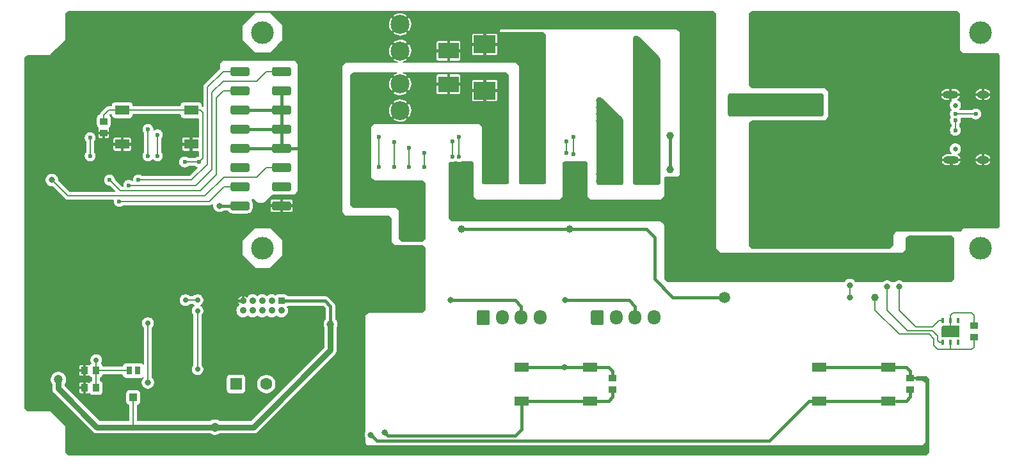
<source format=gbl>
G04 #@! TF.GenerationSoftware,KiCad,Pcbnew,(5.1.4)-1*
G04 #@! TF.CreationDate,2020-04-03T20:38:11+08:00*
G04 #@! TF.ProjectId,SmartAPS,536d6172-7441-4505-932e-6b696361645f,1.0*
G04 #@! TF.SameCoordinates,PX5f5e100PY7bfa480*
G04 #@! TF.FileFunction,Copper,L2,Bot*
G04 #@! TF.FilePolarity,Positive*
%FSLAX46Y46*%
G04 Gerber Fmt 4.6, Leading zero omitted, Abs format (unit mm)*
G04 Created by KiCad (PCBNEW (5.1.4)-1) date 2020-04-03 20:38:11*
%MOMM*%
%LPD*%
G04 APERTURE LIST*
%ADD10O,1.700000X1.950000*%
%ADD11C,0.100000*%
%ADD12C,1.700000*%
%ADD13C,1.200000*%
%ADD14C,3.000000*%
%ADD15O,1.600000X1.000000*%
%ADD16O,2.100000X1.000000*%
%ADD17O,0.650000X0.650000*%
%ADD18C,2.500000*%
%ADD19O,0.900000X0.900000*%
%ADD20R,0.900000X0.900000*%
%ADD21R,0.980000X0.930000*%
%ADD22R,0.930000X0.980000*%
%ADD23C,1.600000*%
%ADD24R,1.600000X1.600000*%
%ADD25R,1.900000X1.300000*%
%ADD26R,0.400000X0.700000*%
%ADD27C,1.000000*%
%ADD28R,1.000000X1.100000*%
%ADD29R,0.800000X1.100000*%
%ADD30O,5.400000X0.900000*%
%ADD31R,2.743000X2.159000*%
%ADD32R,2.895600X2.400300*%
%ADD33C,2.000000*%
%ADD34C,0.800000*%
%ADD35C,0.600000*%
%ADD36C,1.500000*%
%ADD37C,0.700000*%
%ADD38C,0.400000*%
%ADD39C,0.200000*%
%ADD40C,0.800000*%
%ADD41C,0.254000*%
G04 APERTURE END LIST*
D10*
X68700000Y18800000D03*
X66200000Y18800000D03*
X63700000Y18800000D03*
D11*
G36*
X61824504Y19773796D02*
G01*
X61848773Y19770196D01*
X61872571Y19764235D01*
X61895671Y19755970D01*
X61917849Y19745480D01*
X61938893Y19732867D01*
X61958598Y19718253D01*
X61976777Y19701777D01*
X61993253Y19683598D01*
X62007867Y19663893D01*
X62020480Y19642849D01*
X62030970Y19620671D01*
X62039235Y19597571D01*
X62045196Y19573773D01*
X62048796Y19549504D01*
X62050000Y19525000D01*
X62050000Y18075000D01*
X62048796Y18050496D01*
X62045196Y18026227D01*
X62039235Y18002429D01*
X62030970Y17979329D01*
X62020480Y17957151D01*
X62007867Y17936107D01*
X61993253Y17916402D01*
X61976777Y17898223D01*
X61958598Y17881747D01*
X61938893Y17867133D01*
X61917849Y17854520D01*
X61895671Y17844030D01*
X61872571Y17835765D01*
X61848773Y17829804D01*
X61824504Y17826204D01*
X61800000Y17825000D01*
X60600000Y17825000D01*
X60575496Y17826204D01*
X60551227Y17829804D01*
X60527429Y17835765D01*
X60504329Y17844030D01*
X60482151Y17854520D01*
X60461107Y17867133D01*
X60441402Y17881747D01*
X60423223Y17898223D01*
X60406747Y17916402D01*
X60392133Y17936107D01*
X60379520Y17957151D01*
X60369030Y17979329D01*
X60360765Y18002429D01*
X60354804Y18026227D01*
X60351204Y18050496D01*
X60350000Y18075000D01*
X60350000Y19525000D01*
X60351204Y19549504D01*
X60354804Y19573773D01*
X60360765Y19597571D01*
X60369030Y19620671D01*
X60379520Y19642849D01*
X60392133Y19663893D01*
X60406747Y19683598D01*
X60423223Y19701777D01*
X60441402Y19718253D01*
X60461107Y19732867D01*
X60482151Y19745480D01*
X60504329Y19755970D01*
X60527429Y19764235D01*
X60551227Y19770196D01*
X60575496Y19773796D01*
X60600000Y19775000D01*
X61800000Y19775000D01*
X61824504Y19773796D01*
X61824504Y19773796D01*
G37*
D12*
X61200000Y18800000D03*
D10*
X83800000Y18800000D03*
X81300000Y18800000D03*
X78800000Y18800000D03*
D11*
G36*
X76924504Y19773796D02*
G01*
X76948773Y19770196D01*
X76972571Y19764235D01*
X76995671Y19755970D01*
X77017849Y19745480D01*
X77038893Y19732867D01*
X77058598Y19718253D01*
X77076777Y19701777D01*
X77093253Y19683598D01*
X77107867Y19663893D01*
X77120480Y19642849D01*
X77130970Y19620671D01*
X77139235Y19597571D01*
X77145196Y19573773D01*
X77148796Y19549504D01*
X77150000Y19525000D01*
X77150000Y18075000D01*
X77148796Y18050496D01*
X77145196Y18026227D01*
X77139235Y18002429D01*
X77130970Y17979329D01*
X77120480Y17957151D01*
X77107867Y17936107D01*
X77093253Y17916402D01*
X77076777Y17898223D01*
X77058598Y17881747D01*
X77038893Y17867133D01*
X77017849Y17854520D01*
X76995671Y17844030D01*
X76972571Y17835765D01*
X76948773Y17829804D01*
X76924504Y17826204D01*
X76900000Y17825000D01*
X75700000Y17825000D01*
X75675496Y17826204D01*
X75651227Y17829804D01*
X75627429Y17835765D01*
X75604329Y17844030D01*
X75582151Y17854520D01*
X75561107Y17867133D01*
X75541402Y17881747D01*
X75523223Y17898223D01*
X75506747Y17916402D01*
X75492133Y17936107D01*
X75479520Y17957151D01*
X75469030Y17979329D01*
X75460765Y18002429D01*
X75454804Y18026227D01*
X75451204Y18050496D01*
X75450000Y18075000D01*
X75450000Y19525000D01*
X75451204Y19549504D01*
X75454804Y19573773D01*
X75460765Y19597571D01*
X75469030Y19620671D01*
X75479520Y19642849D01*
X75492133Y19663893D01*
X75506747Y19683598D01*
X75523223Y19701777D01*
X75541402Y19718253D01*
X75561107Y19732867D01*
X75582151Y19745480D01*
X75604329Y19755970D01*
X75627429Y19764235D01*
X75651227Y19770196D01*
X75675496Y19773796D01*
X75700000Y19775000D01*
X76900000Y19775000D01*
X76924504Y19773796D01*
X76924504Y19773796D01*
G37*
D12*
X76300000Y18800000D03*
D11*
G36*
X29999405Y34198555D02*
G01*
X30028527Y34194236D01*
X30057085Y34187082D01*
X30084805Y34177164D01*
X30111419Y34164576D01*
X30136671Y34149441D01*
X30160318Y34131903D01*
X30182132Y34112132D01*
X30201903Y34090318D01*
X30219441Y34066671D01*
X30234576Y34041419D01*
X30247164Y34014805D01*
X30257082Y33987085D01*
X30264236Y33958527D01*
X30268555Y33929405D01*
X30270000Y33900000D01*
X30270000Y33300000D01*
X30268555Y33270595D01*
X30264236Y33241473D01*
X30257082Y33212915D01*
X30247164Y33185195D01*
X30234576Y33158581D01*
X30219441Y33133329D01*
X30201903Y33109682D01*
X30182132Y33087868D01*
X30160318Y33068097D01*
X30136671Y33050559D01*
X30111419Y33035424D01*
X30084805Y33022836D01*
X30057085Y33012918D01*
X30028527Y33005764D01*
X29999405Y33001445D01*
X29970000Y33000000D01*
X28070000Y33000000D01*
X28040595Y33001445D01*
X28011473Y33005764D01*
X27982915Y33012918D01*
X27955195Y33022836D01*
X27928581Y33035424D01*
X27903329Y33050559D01*
X27879682Y33068097D01*
X27857868Y33087868D01*
X27838097Y33109682D01*
X27820559Y33133329D01*
X27805424Y33158581D01*
X27792836Y33185195D01*
X27782918Y33212915D01*
X27775764Y33241473D01*
X27771445Y33270595D01*
X27770000Y33300000D01*
X27770000Y33900000D01*
X27771445Y33929405D01*
X27775764Y33958527D01*
X27782918Y33987085D01*
X27792836Y34014805D01*
X27805424Y34041419D01*
X27820559Y34066671D01*
X27838097Y34090318D01*
X27857868Y34112132D01*
X27879682Y34131903D01*
X27903329Y34149441D01*
X27928581Y34164576D01*
X27955195Y34177164D01*
X27982915Y34187082D01*
X28011473Y34194236D01*
X28040595Y34198555D01*
X28070000Y34200000D01*
X29970000Y34200000D01*
X29999405Y34198555D01*
X29999405Y34198555D01*
G37*
D13*
X29020000Y33600000D03*
D14*
X32000000Y56490000D03*
X127000000Y56490000D03*
X32000000Y27990000D03*
X127000000Y27990000D03*
D11*
G36*
X35499405Y34198555D02*
G01*
X35528527Y34194236D01*
X35557085Y34187082D01*
X35584805Y34177164D01*
X35611419Y34164576D01*
X35636671Y34149441D01*
X35660318Y34131903D01*
X35682132Y34112132D01*
X35701903Y34090318D01*
X35719441Y34066671D01*
X35734576Y34041419D01*
X35747164Y34014805D01*
X35757082Y33987085D01*
X35764236Y33958527D01*
X35768555Y33929405D01*
X35770000Y33900000D01*
X35770000Y33300000D01*
X35768555Y33270595D01*
X35764236Y33241473D01*
X35757082Y33212915D01*
X35747164Y33185195D01*
X35734576Y33158581D01*
X35719441Y33133329D01*
X35701903Y33109682D01*
X35682132Y33087868D01*
X35660318Y33068097D01*
X35636671Y33050559D01*
X35611419Y33035424D01*
X35584805Y33022836D01*
X35557085Y33012918D01*
X35528527Y33005764D01*
X35499405Y33001445D01*
X35470000Y33000000D01*
X33570000Y33000000D01*
X33540595Y33001445D01*
X33511473Y33005764D01*
X33482915Y33012918D01*
X33455195Y33022836D01*
X33428581Y33035424D01*
X33403329Y33050559D01*
X33379682Y33068097D01*
X33357868Y33087868D01*
X33338097Y33109682D01*
X33320559Y33133329D01*
X33305424Y33158581D01*
X33292836Y33185195D01*
X33282918Y33212915D01*
X33275764Y33241473D01*
X33271445Y33270595D01*
X33270000Y33300000D01*
X33270000Y33900000D01*
X33271445Y33929405D01*
X33275764Y33958527D01*
X33282918Y33987085D01*
X33292836Y34014805D01*
X33305424Y34041419D01*
X33320559Y34066671D01*
X33338097Y34090318D01*
X33357868Y34112132D01*
X33379682Y34131903D01*
X33403329Y34149441D01*
X33428581Y34164576D01*
X33455195Y34177164D01*
X33482915Y34187082D01*
X33511473Y34194236D01*
X33540595Y34198555D01*
X33570000Y34200000D01*
X35470000Y34200000D01*
X35499405Y34198555D01*
X35499405Y34198555D01*
G37*
D13*
X34520000Y33600000D03*
D11*
G36*
X35499405Y36738555D02*
G01*
X35528527Y36734236D01*
X35557085Y36727082D01*
X35584805Y36717164D01*
X35611419Y36704576D01*
X35636671Y36689441D01*
X35660318Y36671903D01*
X35682132Y36652132D01*
X35701903Y36630318D01*
X35719441Y36606671D01*
X35734576Y36581419D01*
X35747164Y36554805D01*
X35757082Y36527085D01*
X35764236Y36498527D01*
X35768555Y36469405D01*
X35770000Y36440000D01*
X35770000Y35840000D01*
X35768555Y35810595D01*
X35764236Y35781473D01*
X35757082Y35752915D01*
X35747164Y35725195D01*
X35734576Y35698581D01*
X35719441Y35673329D01*
X35701903Y35649682D01*
X35682132Y35627868D01*
X35660318Y35608097D01*
X35636671Y35590559D01*
X35611419Y35575424D01*
X35584805Y35562836D01*
X35557085Y35552918D01*
X35528527Y35545764D01*
X35499405Y35541445D01*
X35470000Y35540000D01*
X33570000Y35540000D01*
X33540595Y35541445D01*
X33511473Y35545764D01*
X33482915Y35552918D01*
X33455195Y35562836D01*
X33428581Y35575424D01*
X33403329Y35590559D01*
X33379682Y35608097D01*
X33357868Y35627868D01*
X33338097Y35649682D01*
X33320559Y35673329D01*
X33305424Y35698581D01*
X33292836Y35725195D01*
X33282918Y35752915D01*
X33275764Y35781473D01*
X33271445Y35810595D01*
X33270000Y35840000D01*
X33270000Y36440000D01*
X33271445Y36469405D01*
X33275764Y36498527D01*
X33282918Y36527085D01*
X33292836Y36554805D01*
X33305424Y36581419D01*
X33320559Y36606671D01*
X33338097Y36630318D01*
X33357868Y36652132D01*
X33379682Y36671903D01*
X33403329Y36689441D01*
X33428581Y36704576D01*
X33455195Y36717164D01*
X33482915Y36727082D01*
X33511473Y36734236D01*
X33540595Y36738555D01*
X33570000Y36740000D01*
X35470000Y36740000D01*
X35499405Y36738555D01*
X35499405Y36738555D01*
G37*
D13*
X34520000Y36140000D03*
D11*
G36*
X29999405Y36738555D02*
G01*
X30028527Y36734236D01*
X30057085Y36727082D01*
X30084805Y36717164D01*
X30111419Y36704576D01*
X30136671Y36689441D01*
X30160318Y36671903D01*
X30182132Y36652132D01*
X30201903Y36630318D01*
X30219441Y36606671D01*
X30234576Y36581419D01*
X30247164Y36554805D01*
X30257082Y36527085D01*
X30264236Y36498527D01*
X30268555Y36469405D01*
X30270000Y36440000D01*
X30270000Y35840000D01*
X30268555Y35810595D01*
X30264236Y35781473D01*
X30257082Y35752915D01*
X30247164Y35725195D01*
X30234576Y35698581D01*
X30219441Y35673329D01*
X30201903Y35649682D01*
X30182132Y35627868D01*
X30160318Y35608097D01*
X30136671Y35590559D01*
X30111419Y35575424D01*
X30084805Y35562836D01*
X30057085Y35552918D01*
X30028527Y35545764D01*
X29999405Y35541445D01*
X29970000Y35540000D01*
X28070000Y35540000D01*
X28040595Y35541445D01*
X28011473Y35545764D01*
X27982915Y35552918D01*
X27955195Y35562836D01*
X27928581Y35575424D01*
X27903329Y35590559D01*
X27879682Y35608097D01*
X27857868Y35627868D01*
X27838097Y35649682D01*
X27820559Y35673329D01*
X27805424Y35698581D01*
X27792836Y35725195D01*
X27782918Y35752915D01*
X27775764Y35781473D01*
X27771445Y35810595D01*
X27770000Y35840000D01*
X27770000Y36440000D01*
X27771445Y36469405D01*
X27775764Y36498527D01*
X27782918Y36527085D01*
X27792836Y36554805D01*
X27805424Y36581419D01*
X27820559Y36606671D01*
X27838097Y36630318D01*
X27857868Y36652132D01*
X27879682Y36671903D01*
X27903329Y36689441D01*
X27928581Y36704576D01*
X27955195Y36717164D01*
X27982915Y36727082D01*
X28011473Y36734236D01*
X28040595Y36738555D01*
X28070000Y36740000D01*
X29970000Y36740000D01*
X29999405Y36738555D01*
X29999405Y36738555D01*
G37*
D13*
X29020000Y36140000D03*
D11*
G36*
X35499405Y39278555D02*
G01*
X35528527Y39274236D01*
X35557085Y39267082D01*
X35584805Y39257164D01*
X35611419Y39244576D01*
X35636671Y39229441D01*
X35660318Y39211903D01*
X35682132Y39192132D01*
X35701903Y39170318D01*
X35719441Y39146671D01*
X35734576Y39121419D01*
X35747164Y39094805D01*
X35757082Y39067085D01*
X35764236Y39038527D01*
X35768555Y39009405D01*
X35770000Y38980000D01*
X35770000Y38380000D01*
X35768555Y38350595D01*
X35764236Y38321473D01*
X35757082Y38292915D01*
X35747164Y38265195D01*
X35734576Y38238581D01*
X35719441Y38213329D01*
X35701903Y38189682D01*
X35682132Y38167868D01*
X35660318Y38148097D01*
X35636671Y38130559D01*
X35611419Y38115424D01*
X35584805Y38102836D01*
X35557085Y38092918D01*
X35528527Y38085764D01*
X35499405Y38081445D01*
X35470000Y38080000D01*
X33570000Y38080000D01*
X33540595Y38081445D01*
X33511473Y38085764D01*
X33482915Y38092918D01*
X33455195Y38102836D01*
X33428581Y38115424D01*
X33403329Y38130559D01*
X33379682Y38148097D01*
X33357868Y38167868D01*
X33338097Y38189682D01*
X33320559Y38213329D01*
X33305424Y38238581D01*
X33292836Y38265195D01*
X33282918Y38292915D01*
X33275764Y38321473D01*
X33271445Y38350595D01*
X33270000Y38380000D01*
X33270000Y38980000D01*
X33271445Y39009405D01*
X33275764Y39038527D01*
X33282918Y39067085D01*
X33292836Y39094805D01*
X33305424Y39121419D01*
X33320559Y39146671D01*
X33338097Y39170318D01*
X33357868Y39192132D01*
X33379682Y39211903D01*
X33403329Y39229441D01*
X33428581Y39244576D01*
X33455195Y39257164D01*
X33482915Y39267082D01*
X33511473Y39274236D01*
X33540595Y39278555D01*
X33570000Y39280000D01*
X35470000Y39280000D01*
X35499405Y39278555D01*
X35499405Y39278555D01*
G37*
D13*
X34520000Y38680000D03*
D11*
G36*
X29999405Y39278555D02*
G01*
X30028527Y39274236D01*
X30057085Y39267082D01*
X30084805Y39257164D01*
X30111419Y39244576D01*
X30136671Y39229441D01*
X30160318Y39211903D01*
X30182132Y39192132D01*
X30201903Y39170318D01*
X30219441Y39146671D01*
X30234576Y39121419D01*
X30247164Y39094805D01*
X30257082Y39067085D01*
X30264236Y39038527D01*
X30268555Y39009405D01*
X30270000Y38980000D01*
X30270000Y38380000D01*
X30268555Y38350595D01*
X30264236Y38321473D01*
X30257082Y38292915D01*
X30247164Y38265195D01*
X30234576Y38238581D01*
X30219441Y38213329D01*
X30201903Y38189682D01*
X30182132Y38167868D01*
X30160318Y38148097D01*
X30136671Y38130559D01*
X30111419Y38115424D01*
X30084805Y38102836D01*
X30057085Y38092918D01*
X30028527Y38085764D01*
X29999405Y38081445D01*
X29970000Y38080000D01*
X28070000Y38080000D01*
X28040595Y38081445D01*
X28011473Y38085764D01*
X27982915Y38092918D01*
X27955195Y38102836D01*
X27928581Y38115424D01*
X27903329Y38130559D01*
X27879682Y38148097D01*
X27857868Y38167868D01*
X27838097Y38189682D01*
X27820559Y38213329D01*
X27805424Y38238581D01*
X27792836Y38265195D01*
X27782918Y38292915D01*
X27775764Y38321473D01*
X27771445Y38350595D01*
X27770000Y38380000D01*
X27770000Y38980000D01*
X27771445Y39009405D01*
X27775764Y39038527D01*
X27782918Y39067085D01*
X27792836Y39094805D01*
X27805424Y39121419D01*
X27820559Y39146671D01*
X27838097Y39170318D01*
X27857868Y39192132D01*
X27879682Y39211903D01*
X27903329Y39229441D01*
X27928581Y39244576D01*
X27955195Y39257164D01*
X27982915Y39267082D01*
X28011473Y39274236D01*
X28040595Y39278555D01*
X28070000Y39280000D01*
X29970000Y39280000D01*
X29999405Y39278555D01*
X29999405Y39278555D01*
G37*
D13*
X29020000Y38680000D03*
D11*
G36*
X35499405Y41818555D02*
G01*
X35528527Y41814236D01*
X35557085Y41807082D01*
X35584805Y41797164D01*
X35611419Y41784576D01*
X35636671Y41769441D01*
X35660318Y41751903D01*
X35682132Y41732132D01*
X35701903Y41710318D01*
X35719441Y41686671D01*
X35734576Y41661419D01*
X35747164Y41634805D01*
X35757082Y41607085D01*
X35764236Y41578527D01*
X35768555Y41549405D01*
X35770000Y41520000D01*
X35770000Y40920000D01*
X35768555Y40890595D01*
X35764236Y40861473D01*
X35757082Y40832915D01*
X35747164Y40805195D01*
X35734576Y40778581D01*
X35719441Y40753329D01*
X35701903Y40729682D01*
X35682132Y40707868D01*
X35660318Y40688097D01*
X35636671Y40670559D01*
X35611419Y40655424D01*
X35584805Y40642836D01*
X35557085Y40632918D01*
X35528527Y40625764D01*
X35499405Y40621445D01*
X35470000Y40620000D01*
X33570000Y40620000D01*
X33540595Y40621445D01*
X33511473Y40625764D01*
X33482915Y40632918D01*
X33455195Y40642836D01*
X33428581Y40655424D01*
X33403329Y40670559D01*
X33379682Y40688097D01*
X33357868Y40707868D01*
X33338097Y40729682D01*
X33320559Y40753329D01*
X33305424Y40778581D01*
X33292836Y40805195D01*
X33282918Y40832915D01*
X33275764Y40861473D01*
X33271445Y40890595D01*
X33270000Y40920000D01*
X33270000Y41520000D01*
X33271445Y41549405D01*
X33275764Y41578527D01*
X33282918Y41607085D01*
X33292836Y41634805D01*
X33305424Y41661419D01*
X33320559Y41686671D01*
X33338097Y41710318D01*
X33357868Y41732132D01*
X33379682Y41751903D01*
X33403329Y41769441D01*
X33428581Y41784576D01*
X33455195Y41797164D01*
X33482915Y41807082D01*
X33511473Y41814236D01*
X33540595Y41818555D01*
X33570000Y41820000D01*
X35470000Y41820000D01*
X35499405Y41818555D01*
X35499405Y41818555D01*
G37*
D13*
X34520000Y41220000D03*
D11*
G36*
X29999405Y41818555D02*
G01*
X30028527Y41814236D01*
X30057085Y41807082D01*
X30084805Y41797164D01*
X30111419Y41784576D01*
X30136671Y41769441D01*
X30160318Y41751903D01*
X30182132Y41732132D01*
X30201903Y41710318D01*
X30219441Y41686671D01*
X30234576Y41661419D01*
X30247164Y41634805D01*
X30257082Y41607085D01*
X30264236Y41578527D01*
X30268555Y41549405D01*
X30270000Y41520000D01*
X30270000Y40920000D01*
X30268555Y40890595D01*
X30264236Y40861473D01*
X30257082Y40832915D01*
X30247164Y40805195D01*
X30234576Y40778581D01*
X30219441Y40753329D01*
X30201903Y40729682D01*
X30182132Y40707868D01*
X30160318Y40688097D01*
X30136671Y40670559D01*
X30111419Y40655424D01*
X30084805Y40642836D01*
X30057085Y40632918D01*
X30028527Y40625764D01*
X29999405Y40621445D01*
X29970000Y40620000D01*
X28070000Y40620000D01*
X28040595Y40621445D01*
X28011473Y40625764D01*
X27982915Y40632918D01*
X27955195Y40642836D01*
X27928581Y40655424D01*
X27903329Y40670559D01*
X27879682Y40688097D01*
X27857868Y40707868D01*
X27838097Y40729682D01*
X27820559Y40753329D01*
X27805424Y40778581D01*
X27792836Y40805195D01*
X27782918Y40832915D01*
X27775764Y40861473D01*
X27771445Y40890595D01*
X27770000Y40920000D01*
X27770000Y41520000D01*
X27771445Y41549405D01*
X27775764Y41578527D01*
X27782918Y41607085D01*
X27792836Y41634805D01*
X27805424Y41661419D01*
X27820559Y41686671D01*
X27838097Y41710318D01*
X27857868Y41732132D01*
X27879682Y41751903D01*
X27903329Y41769441D01*
X27928581Y41784576D01*
X27955195Y41797164D01*
X27982915Y41807082D01*
X28011473Y41814236D01*
X28040595Y41818555D01*
X28070000Y41820000D01*
X29970000Y41820000D01*
X29999405Y41818555D01*
X29999405Y41818555D01*
G37*
D13*
X29020000Y41220000D03*
D11*
G36*
X35499405Y44358555D02*
G01*
X35528527Y44354236D01*
X35557085Y44347082D01*
X35584805Y44337164D01*
X35611419Y44324576D01*
X35636671Y44309441D01*
X35660318Y44291903D01*
X35682132Y44272132D01*
X35701903Y44250318D01*
X35719441Y44226671D01*
X35734576Y44201419D01*
X35747164Y44174805D01*
X35757082Y44147085D01*
X35764236Y44118527D01*
X35768555Y44089405D01*
X35770000Y44060000D01*
X35770000Y43460000D01*
X35768555Y43430595D01*
X35764236Y43401473D01*
X35757082Y43372915D01*
X35747164Y43345195D01*
X35734576Y43318581D01*
X35719441Y43293329D01*
X35701903Y43269682D01*
X35682132Y43247868D01*
X35660318Y43228097D01*
X35636671Y43210559D01*
X35611419Y43195424D01*
X35584805Y43182836D01*
X35557085Y43172918D01*
X35528527Y43165764D01*
X35499405Y43161445D01*
X35470000Y43160000D01*
X33570000Y43160000D01*
X33540595Y43161445D01*
X33511473Y43165764D01*
X33482915Y43172918D01*
X33455195Y43182836D01*
X33428581Y43195424D01*
X33403329Y43210559D01*
X33379682Y43228097D01*
X33357868Y43247868D01*
X33338097Y43269682D01*
X33320559Y43293329D01*
X33305424Y43318581D01*
X33292836Y43345195D01*
X33282918Y43372915D01*
X33275764Y43401473D01*
X33271445Y43430595D01*
X33270000Y43460000D01*
X33270000Y44060000D01*
X33271445Y44089405D01*
X33275764Y44118527D01*
X33282918Y44147085D01*
X33292836Y44174805D01*
X33305424Y44201419D01*
X33320559Y44226671D01*
X33338097Y44250318D01*
X33357868Y44272132D01*
X33379682Y44291903D01*
X33403329Y44309441D01*
X33428581Y44324576D01*
X33455195Y44337164D01*
X33482915Y44347082D01*
X33511473Y44354236D01*
X33540595Y44358555D01*
X33570000Y44360000D01*
X35470000Y44360000D01*
X35499405Y44358555D01*
X35499405Y44358555D01*
G37*
D13*
X34520000Y43760000D03*
D11*
G36*
X29999405Y44358555D02*
G01*
X30028527Y44354236D01*
X30057085Y44347082D01*
X30084805Y44337164D01*
X30111419Y44324576D01*
X30136671Y44309441D01*
X30160318Y44291903D01*
X30182132Y44272132D01*
X30201903Y44250318D01*
X30219441Y44226671D01*
X30234576Y44201419D01*
X30247164Y44174805D01*
X30257082Y44147085D01*
X30264236Y44118527D01*
X30268555Y44089405D01*
X30270000Y44060000D01*
X30270000Y43460000D01*
X30268555Y43430595D01*
X30264236Y43401473D01*
X30257082Y43372915D01*
X30247164Y43345195D01*
X30234576Y43318581D01*
X30219441Y43293329D01*
X30201903Y43269682D01*
X30182132Y43247868D01*
X30160318Y43228097D01*
X30136671Y43210559D01*
X30111419Y43195424D01*
X30084805Y43182836D01*
X30057085Y43172918D01*
X30028527Y43165764D01*
X29999405Y43161445D01*
X29970000Y43160000D01*
X28070000Y43160000D01*
X28040595Y43161445D01*
X28011473Y43165764D01*
X27982915Y43172918D01*
X27955195Y43182836D01*
X27928581Y43195424D01*
X27903329Y43210559D01*
X27879682Y43228097D01*
X27857868Y43247868D01*
X27838097Y43269682D01*
X27820559Y43293329D01*
X27805424Y43318581D01*
X27792836Y43345195D01*
X27782918Y43372915D01*
X27775764Y43401473D01*
X27771445Y43430595D01*
X27770000Y43460000D01*
X27770000Y44060000D01*
X27771445Y44089405D01*
X27775764Y44118527D01*
X27782918Y44147085D01*
X27792836Y44174805D01*
X27805424Y44201419D01*
X27820559Y44226671D01*
X27838097Y44250318D01*
X27857868Y44272132D01*
X27879682Y44291903D01*
X27903329Y44309441D01*
X27928581Y44324576D01*
X27955195Y44337164D01*
X27982915Y44347082D01*
X28011473Y44354236D01*
X28040595Y44358555D01*
X28070000Y44360000D01*
X29970000Y44360000D01*
X29999405Y44358555D01*
X29999405Y44358555D01*
G37*
D13*
X29020000Y43760000D03*
D11*
G36*
X35499405Y46898555D02*
G01*
X35528527Y46894236D01*
X35557085Y46887082D01*
X35584805Y46877164D01*
X35611419Y46864576D01*
X35636671Y46849441D01*
X35660318Y46831903D01*
X35682132Y46812132D01*
X35701903Y46790318D01*
X35719441Y46766671D01*
X35734576Y46741419D01*
X35747164Y46714805D01*
X35757082Y46687085D01*
X35764236Y46658527D01*
X35768555Y46629405D01*
X35770000Y46600000D01*
X35770000Y46000000D01*
X35768555Y45970595D01*
X35764236Y45941473D01*
X35757082Y45912915D01*
X35747164Y45885195D01*
X35734576Y45858581D01*
X35719441Y45833329D01*
X35701903Y45809682D01*
X35682132Y45787868D01*
X35660318Y45768097D01*
X35636671Y45750559D01*
X35611419Y45735424D01*
X35584805Y45722836D01*
X35557085Y45712918D01*
X35528527Y45705764D01*
X35499405Y45701445D01*
X35470000Y45700000D01*
X33570000Y45700000D01*
X33540595Y45701445D01*
X33511473Y45705764D01*
X33482915Y45712918D01*
X33455195Y45722836D01*
X33428581Y45735424D01*
X33403329Y45750559D01*
X33379682Y45768097D01*
X33357868Y45787868D01*
X33338097Y45809682D01*
X33320559Y45833329D01*
X33305424Y45858581D01*
X33292836Y45885195D01*
X33282918Y45912915D01*
X33275764Y45941473D01*
X33271445Y45970595D01*
X33270000Y46000000D01*
X33270000Y46600000D01*
X33271445Y46629405D01*
X33275764Y46658527D01*
X33282918Y46687085D01*
X33292836Y46714805D01*
X33305424Y46741419D01*
X33320559Y46766671D01*
X33338097Y46790318D01*
X33357868Y46812132D01*
X33379682Y46831903D01*
X33403329Y46849441D01*
X33428581Y46864576D01*
X33455195Y46877164D01*
X33482915Y46887082D01*
X33511473Y46894236D01*
X33540595Y46898555D01*
X33570000Y46900000D01*
X35470000Y46900000D01*
X35499405Y46898555D01*
X35499405Y46898555D01*
G37*
D13*
X34520000Y46300000D03*
D11*
G36*
X29999405Y46898555D02*
G01*
X30028527Y46894236D01*
X30057085Y46887082D01*
X30084805Y46877164D01*
X30111419Y46864576D01*
X30136671Y46849441D01*
X30160318Y46831903D01*
X30182132Y46812132D01*
X30201903Y46790318D01*
X30219441Y46766671D01*
X30234576Y46741419D01*
X30247164Y46714805D01*
X30257082Y46687085D01*
X30264236Y46658527D01*
X30268555Y46629405D01*
X30270000Y46600000D01*
X30270000Y46000000D01*
X30268555Y45970595D01*
X30264236Y45941473D01*
X30257082Y45912915D01*
X30247164Y45885195D01*
X30234576Y45858581D01*
X30219441Y45833329D01*
X30201903Y45809682D01*
X30182132Y45787868D01*
X30160318Y45768097D01*
X30136671Y45750559D01*
X30111419Y45735424D01*
X30084805Y45722836D01*
X30057085Y45712918D01*
X30028527Y45705764D01*
X29999405Y45701445D01*
X29970000Y45700000D01*
X28070000Y45700000D01*
X28040595Y45701445D01*
X28011473Y45705764D01*
X27982915Y45712918D01*
X27955195Y45722836D01*
X27928581Y45735424D01*
X27903329Y45750559D01*
X27879682Y45768097D01*
X27857868Y45787868D01*
X27838097Y45809682D01*
X27820559Y45833329D01*
X27805424Y45858581D01*
X27792836Y45885195D01*
X27782918Y45912915D01*
X27775764Y45941473D01*
X27771445Y45970595D01*
X27770000Y46000000D01*
X27770000Y46600000D01*
X27771445Y46629405D01*
X27775764Y46658527D01*
X27782918Y46687085D01*
X27792836Y46714805D01*
X27805424Y46741419D01*
X27820559Y46766671D01*
X27838097Y46790318D01*
X27857868Y46812132D01*
X27879682Y46831903D01*
X27903329Y46849441D01*
X27928581Y46864576D01*
X27955195Y46877164D01*
X27982915Y46887082D01*
X28011473Y46894236D01*
X28040595Y46898555D01*
X28070000Y46900000D01*
X29970000Y46900000D01*
X29999405Y46898555D01*
X29999405Y46898555D01*
G37*
D13*
X29020000Y46300000D03*
D11*
G36*
X35499405Y49438555D02*
G01*
X35528527Y49434236D01*
X35557085Y49427082D01*
X35584805Y49417164D01*
X35611419Y49404576D01*
X35636671Y49389441D01*
X35660318Y49371903D01*
X35682132Y49352132D01*
X35701903Y49330318D01*
X35719441Y49306671D01*
X35734576Y49281419D01*
X35747164Y49254805D01*
X35757082Y49227085D01*
X35764236Y49198527D01*
X35768555Y49169405D01*
X35770000Y49140000D01*
X35770000Y48540000D01*
X35768555Y48510595D01*
X35764236Y48481473D01*
X35757082Y48452915D01*
X35747164Y48425195D01*
X35734576Y48398581D01*
X35719441Y48373329D01*
X35701903Y48349682D01*
X35682132Y48327868D01*
X35660318Y48308097D01*
X35636671Y48290559D01*
X35611419Y48275424D01*
X35584805Y48262836D01*
X35557085Y48252918D01*
X35528527Y48245764D01*
X35499405Y48241445D01*
X35470000Y48240000D01*
X33570000Y48240000D01*
X33540595Y48241445D01*
X33511473Y48245764D01*
X33482915Y48252918D01*
X33455195Y48262836D01*
X33428581Y48275424D01*
X33403329Y48290559D01*
X33379682Y48308097D01*
X33357868Y48327868D01*
X33338097Y48349682D01*
X33320559Y48373329D01*
X33305424Y48398581D01*
X33292836Y48425195D01*
X33282918Y48452915D01*
X33275764Y48481473D01*
X33271445Y48510595D01*
X33270000Y48540000D01*
X33270000Y49140000D01*
X33271445Y49169405D01*
X33275764Y49198527D01*
X33282918Y49227085D01*
X33292836Y49254805D01*
X33305424Y49281419D01*
X33320559Y49306671D01*
X33338097Y49330318D01*
X33357868Y49352132D01*
X33379682Y49371903D01*
X33403329Y49389441D01*
X33428581Y49404576D01*
X33455195Y49417164D01*
X33482915Y49427082D01*
X33511473Y49434236D01*
X33540595Y49438555D01*
X33570000Y49440000D01*
X35470000Y49440000D01*
X35499405Y49438555D01*
X35499405Y49438555D01*
G37*
D13*
X34520000Y48840000D03*
D11*
G36*
X29999405Y49438555D02*
G01*
X30028527Y49434236D01*
X30057085Y49427082D01*
X30084805Y49417164D01*
X30111419Y49404576D01*
X30136671Y49389441D01*
X30160318Y49371903D01*
X30182132Y49352132D01*
X30201903Y49330318D01*
X30219441Y49306671D01*
X30234576Y49281419D01*
X30247164Y49254805D01*
X30257082Y49227085D01*
X30264236Y49198527D01*
X30268555Y49169405D01*
X30270000Y49140000D01*
X30270000Y48540000D01*
X30268555Y48510595D01*
X30264236Y48481473D01*
X30257082Y48452915D01*
X30247164Y48425195D01*
X30234576Y48398581D01*
X30219441Y48373329D01*
X30201903Y48349682D01*
X30182132Y48327868D01*
X30160318Y48308097D01*
X30136671Y48290559D01*
X30111419Y48275424D01*
X30084805Y48262836D01*
X30057085Y48252918D01*
X30028527Y48245764D01*
X29999405Y48241445D01*
X29970000Y48240000D01*
X28070000Y48240000D01*
X28040595Y48241445D01*
X28011473Y48245764D01*
X27982915Y48252918D01*
X27955195Y48262836D01*
X27928581Y48275424D01*
X27903329Y48290559D01*
X27879682Y48308097D01*
X27857868Y48327868D01*
X27838097Y48349682D01*
X27820559Y48373329D01*
X27805424Y48398581D01*
X27792836Y48425195D01*
X27782918Y48452915D01*
X27775764Y48481473D01*
X27771445Y48510595D01*
X27770000Y48540000D01*
X27770000Y49140000D01*
X27771445Y49169405D01*
X27775764Y49198527D01*
X27782918Y49227085D01*
X27792836Y49254805D01*
X27805424Y49281419D01*
X27820559Y49306671D01*
X27838097Y49330318D01*
X27857868Y49352132D01*
X27879682Y49371903D01*
X27903329Y49389441D01*
X27928581Y49404576D01*
X27955195Y49417164D01*
X27982915Y49427082D01*
X28011473Y49434236D01*
X28040595Y49438555D01*
X28070000Y49440000D01*
X29970000Y49440000D01*
X29999405Y49438555D01*
X29999405Y49438555D01*
G37*
D13*
X29020000Y48840000D03*
D11*
G36*
X35499405Y51978555D02*
G01*
X35528527Y51974236D01*
X35557085Y51967082D01*
X35584805Y51957164D01*
X35611419Y51944576D01*
X35636671Y51929441D01*
X35660318Y51911903D01*
X35682132Y51892132D01*
X35701903Y51870318D01*
X35719441Y51846671D01*
X35734576Y51821419D01*
X35747164Y51794805D01*
X35757082Y51767085D01*
X35764236Y51738527D01*
X35768555Y51709405D01*
X35770000Y51680000D01*
X35770000Y51080000D01*
X35768555Y51050595D01*
X35764236Y51021473D01*
X35757082Y50992915D01*
X35747164Y50965195D01*
X35734576Y50938581D01*
X35719441Y50913329D01*
X35701903Y50889682D01*
X35682132Y50867868D01*
X35660318Y50848097D01*
X35636671Y50830559D01*
X35611419Y50815424D01*
X35584805Y50802836D01*
X35557085Y50792918D01*
X35528527Y50785764D01*
X35499405Y50781445D01*
X35470000Y50780000D01*
X33570000Y50780000D01*
X33540595Y50781445D01*
X33511473Y50785764D01*
X33482915Y50792918D01*
X33455195Y50802836D01*
X33428581Y50815424D01*
X33403329Y50830559D01*
X33379682Y50848097D01*
X33357868Y50867868D01*
X33338097Y50889682D01*
X33320559Y50913329D01*
X33305424Y50938581D01*
X33292836Y50965195D01*
X33282918Y50992915D01*
X33275764Y51021473D01*
X33271445Y51050595D01*
X33270000Y51080000D01*
X33270000Y51680000D01*
X33271445Y51709405D01*
X33275764Y51738527D01*
X33282918Y51767085D01*
X33292836Y51794805D01*
X33305424Y51821419D01*
X33320559Y51846671D01*
X33338097Y51870318D01*
X33357868Y51892132D01*
X33379682Y51911903D01*
X33403329Y51929441D01*
X33428581Y51944576D01*
X33455195Y51957164D01*
X33482915Y51967082D01*
X33511473Y51974236D01*
X33540595Y51978555D01*
X33570000Y51980000D01*
X35470000Y51980000D01*
X35499405Y51978555D01*
X35499405Y51978555D01*
G37*
D13*
X34520000Y51380000D03*
D11*
G36*
X29999405Y51978555D02*
G01*
X30028527Y51974236D01*
X30057085Y51967082D01*
X30084805Y51957164D01*
X30111419Y51944576D01*
X30136671Y51929441D01*
X30160318Y51911903D01*
X30182132Y51892132D01*
X30201903Y51870318D01*
X30219441Y51846671D01*
X30234576Y51821419D01*
X30247164Y51794805D01*
X30257082Y51767085D01*
X30264236Y51738527D01*
X30268555Y51709405D01*
X30270000Y51680000D01*
X30270000Y51080000D01*
X30268555Y51050595D01*
X30264236Y51021473D01*
X30257082Y50992915D01*
X30247164Y50965195D01*
X30234576Y50938581D01*
X30219441Y50913329D01*
X30201903Y50889682D01*
X30182132Y50867868D01*
X30160318Y50848097D01*
X30136671Y50830559D01*
X30111419Y50815424D01*
X30084805Y50802836D01*
X30057085Y50792918D01*
X30028527Y50785764D01*
X29999405Y50781445D01*
X29970000Y50780000D01*
X28070000Y50780000D01*
X28040595Y50781445D01*
X28011473Y50785764D01*
X27982915Y50792918D01*
X27955195Y50802836D01*
X27928581Y50815424D01*
X27903329Y50830559D01*
X27879682Y50848097D01*
X27857868Y50867868D01*
X27838097Y50889682D01*
X27820559Y50913329D01*
X27805424Y50938581D01*
X27792836Y50965195D01*
X27782918Y50992915D01*
X27775764Y51021473D01*
X27771445Y51050595D01*
X27770000Y51080000D01*
X27770000Y51680000D01*
X27771445Y51709405D01*
X27775764Y51738527D01*
X27782918Y51767085D01*
X27792836Y51794805D01*
X27805424Y51821419D01*
X27820559Y51846671D01*
X27838097Y51870318D01*
X27857868Y51892132D01*
X27879682Y51911903D01*
X27903329Y51929441D01*
X27928581Y51944576D01*
X27955195Y51957164D01*
X27982915Y51967082D01*
X28011473Y51974236D01*
X28040595Y51978555D01*
X28070000Y51980000D01*
X29970000Y51980000D01*
X29999405Y51978555D01*
X29999405Y51978555D01*
G37*
D13*
X29020000Y51380000D03*
D15*
X127300000Y48320000D03*
X127300000Y39680000D03*
D16*
X123030000Y48320000D03*
X123120000Y39680000D03*
D17*
X123650000Y46890000D03*
X123650000Y41110000D03*
D18*
X50200000Y46200000D03*
X50200000Y49700000D03*
X50200000Y54100000D03*
X50200000Y57600000D03*
D19*
X29420000Y19730000D03*
X29420000Y21000000D03*
X30690000Y19730000D03*
X30690000Y21000000D03*
X31960000Y19730000D03*
X31960000Y21000000D03*
X33230000Y19730000D03*
X33230000Y21000000D03*
X34500000Y19730000D03*
D20*
X34500000Y21000000D03*
D21*
X126100000Y17770000D03*
X126100000Y16230000D03*
D22*
X8430000Y11800000D03*
X9970000Y11800000D03*
D21*
X11000000Y44770000D03*
X11000000Y43230000D03*
X78300000Y9230000D03*
X78300000Y10770000D03*
X117700000Y9230000D03*
X117700000Y10770000D03*
D23*
X32500000Y10000000D03*
D24*
X28500000Y10000000D03*
D25*
X75350000Y12250000D03*
X75350000Y7750000D03*
X66250000Y7750000D03*
X66250000Y12250000D03*
X114750000Y12250000D03*
X114750000Y7750000D03*
X105650000Y7750000D03*
X105650000Y12250000D03*
X13450000Y41750000D03*
X13450000Y46250000D03*
X22550000Y46250000D03*
X22550000Y41750000D03*
D26*
X122000000Y18450000D03*
X123000000Y18450000D03*
X124000000Y18450000D03*
X124000000Y15550000D03*
X123000000Y15550000D03*
X122000000Y15550000D03*
D27*
X123000000Y17000000D03*
D11*
G36*
X124200000Y16250000D02*
G01*
X121800000Y16250000D01*
X121800000Y17550000D01*
X122000000Y17750000D01*
X124200000Y17750000D01*
X124200000Y16250000D01*
X124200000Y16250000D01*
G37*
D28*
X14900000Y8225000D03*
D29*
X15450000Y11775000D03*
X14350000Y11775000D03*
D30*
X126100000Y37500000D03*
D22*
X8430000Y9500000D03*
X9970000Y9500000D03*
D31*
X56600000Y49690000D03*
X56600000Y54110000D03*
D32*
X61400000Y54954350D03*
X61400000Y48845650D03*
D33*
X56600000Y57200000D03*
X56600000Y46600000D03*
D13*
X12400000Y26270000D03*
X8740000Y26270000D03*
X12400000Y29930000D03*
X8740000Y29930000D03*
X10570000Y26270000D03*
X10570000Y29930000D03*
X8740000Y28100000D03*
X12400000Y28100000D03*
X10570000Y28100000D03*
D34*
X107600000Y54000000D03*
X107600000Y52400000D03*
X105200000Y52400000D03*
X105200000Y54000000D03*
X66350000Y37800000D03*
X67250000Y37800000D03*
X68150000Y37800000D03*
X69050000Y37800000D03*
X66350000Y36900000D03*
X67250000Y36900000D03*
X68150000Y36900000D03*
X69050000Y36900000D03*
X81450000Y37800000D03*
X82350000Y37800000D03*
X83250000Y37800000D03*
X84150000Y37800000D03*
X81450000Y36900000D03*
X82350000Y36900000D03*
X83250000Y36900000D03*
X84150000Y36900000D03*
X81450000Y53850000D03*
X82350000Y53850000D03*
X83250000Y53850000D03*
X81450000Y54750000D03*
X81450000Y52950000D03*
X82350000Y52950000D03*
X83250000Y52950000D03*
X84150000Y52950000D03*
X60400000Y57200000D03*
X61400000Y57200000D03*
X62400000Y57200000D03*
X60400000Y58200000D03*
X61400000Y58200000D03*
X62400000Y58200000D03*
X82350000Y54750000D03*
X81450000Y55650000D03*
X72000000Y21100000D03*
X56900000Y21100000D03*
D27*
X85900000Y36600000D03*
D34*
X75500000Y32100000D03*
D27*
X60300000Y32100000D03*
D34*
X86500000Y26200000D03*
X91300000Y26200000D03*
X86500000Y30900000D03*
X106400000Y53200000D03*
X97200000Y58200000D03*
X98200000Y57200000D03*
X97200000Y56200000D03*
X99200000Y56200000D03*
X98200000Y55200000D03*
X100200000Y55100000D03*
X97200000Y54200000D03*
X99200000Y54200000D03*
X101200000Y54200000D03*
X102200000Y53200000D03*
X100200000Y53200000D03*
X98200000Y53200000D03*
X97200000Y52200000D03*
X98200000Y51200000D03*
X99200000Y52200000D03*
X101200000Y52200000D03*
X100200000Y51200000D03*
X99200000Y50200000D03*
X97200000Y50200000D03*
X97400000Y44400000D03*
X97400000Y43200000D03*
X97400000Y39600000D03*
X97400000Y38400000D03*
X97400000Y34800000D03*
X97400000Y36000000D03*
X97400000Y30000000D03*
X97400000Y31200000D03*
X97400000Y37200000D03*
X97400000Y28800000D03*
X98600000Y28800000D03*
X99800000Y28800000D03*
X98600000Y37200000D03*
X99800000Y37200000D03*
X101000000Y28800000D03*
X102200000Y28800000D03*
X103400000Y28800000D03*
X104600000Y28800000D03*
X105800000Y28800000D03*
X107000000Y28800000D03*
X107000000Y30000000D03*
X113900000Y28800000D03*
X111700000Y28800000D03*
X109500000Y54000000D03*
X109500000Y52400000D03*
X103600000Y54000000D03*
X103600000Y52400000D03*
X87700000Y26200000D03*
X88900000Y26200000D03*
X90100000Y26200000D03*
X112800000Y28800000D03*
X127400000Y34500000D03*
X127400000Y35500000D03*
X128600000Y34500000D03*
X128600000Y35500000D03*
X123000000Y17000000D03*
D35*
X112300000Y24500000D03*
D34*
X86500000Y24700000D03*
X87700000Y24700000D03*
X88900000Y24700000D03*
X90100000Y24700000D03*
X91300000Y24700000D03*
D35*
X48500000Y30300000D03*
X48500000Y31300000D03*
X48500000Y29300000D03*
X48000000Y24500000D03*
X49000000Y24500000D03*
X49000000Y27700000D03*
X48000000Y27700000D03*
D34*
X45500000Y30100000D03*
X44000000Y31600000D03*
X42500000Y31600000D03*
X41000000Y31600000D03*
X41000000Y30100000D03*
X42500000Y30100000D03*
X44000000Y30100000D03*
X41000000Y28600000D03*
X42500000Y28600000D03*
X51600000Y24700000D03*
X52900000Y24700000D03*
X51600000Y23200000D03*
X52900000Y23200000D03*
X52900000Y21700000D03*
X51600000Y21700000D03*
X52900000Y20200000D03*
X51600000Y20200000D03*
X50300000Y20200000D03*
X49000000Y20200000D03*
D27*
X2000000Y13200000D03*
X14600000Y2600000D03*
X20300000Y2600000D03*
X58500000Y36100000D03*
X73600000Y36100000D03*
X119300000Y27300000D03*
D34*
X71950000Y12250000D03*
X45500000Y31600000D03*
X71950000Y1200000D03*
D27*
X2200000Y35100000D03*
X2200000Y33100000D03*
X2200000Y31100000D03*
X2200000Y29100000D03*
X2200000Y27100000D03*
X2200000Y25100000D03*
X2200000Y23100000D03*
X3700000Y28100000D03*
X3700000Y30100000D03*
X3700000Y32100000D03*
X3700000Y34100000D03*
X3700000Y26100000D03*
X3700000Y24100000D03*
X5200000Y23100000D03*
X5200000Y25100000D03*
X5200000Y27100000D03*
X5200000Y29100000D03*
X5200000Y31100000D03*
X5200000Y33100000D03*
X6700000Y24100000D03*
X6700000Y26100000D03*
X6700000Y28100000D03*
X6700000Y30100000D03*
X6700000Y32100000D03*
X9700000Y24100000D03*
X8200000Y23100000D03*
X11200000Y23100000D03*
X12700000Y24100000D03*
X14200000Y23100000D03*
X15700000Y24100000D03*
X17200000Y23100000D03*
X14200000Y25100000D03*
X14200000Y27100000D03*
X14200000Y29100000D03*
X14200000Y31100000D03*
X15700000Y26100000D03*
X15700000Y28100000D03*
X15700000Y30100000D03*
X17200000Y31100000D03*
X17200000Y29100000D03*
X17200000Y27100000D03*
X17200000Y25100000D03*
X8200000Y33100000D03*
X9700000Y32100000D03*
X45000000Y17900004D03*
X122200000Y29200000D03*
D34*
X76550000Y37800000D03*
X77450000Y37800000D03*
X78350000Y37800000D03*
X79250000Y37800000D03*
X76550000Y36900000D03*
X77450000Y36900000D03*
X78350000Y36900000D03*
X79250000Y36900000D03*
X63250000Y36900000D03*
X64150000Y36900000D03*
X62350000Y36900000D03*
X62350000Y37800000D03*
X63250000Y37800000D03*
X64150000Y37800000D03*
X77450000Y45750000D03*
X78350000Y45750000D03*
X76550000Y44850000D03*
X77450000Y44850000D03*
X78350000Y44850000D03*
X61450000Y37800000D03*
X61450000Y36900000D03*
X61400000Y45600000D03*
X61400000Y46600000D03*
X60400000Y46600000D03*
X60400000Y45600000D03*
X62400000Y45600000D03*
X62400000Y46600000D03*
X76550000Y45750000D03*
X79250000Y44850000D03*
X76550000Y46650000D03*
X77450000Y46650000D03*
X76550000Y47550000D03*
D27*
X85900000Y38400000D03*
X52900000Y31300000D03*
X52900000Y29300000D03*
X85900000Y42900000D03*
X52900000Y30300000D03*
X72600000Y30500000D03*
X113000000Y21500000D03*
X58300000Y30500000D03*
D36*
X93100000Y21500000D03*
D34*
X109691735Y23100000D03*
X109700000Y21500000D03*
D13*
X5000000Y10600000D03*
X25700000Y4300000D03*
D27*
X41000000Y17907016D03*
D34*
X26300000Y33600000D03*
D37*
X10000000Y13200000D03*
D35*
X23600000Y39399996D03*
X21700000Y39400000D03*
D34*
X46318208Y3299989D03*
X48199984Y3600000D03*
D37*
X23400000Y19700000D03*
X23400000Y11950006D03*
D35*
X15570000Y37000000D03*
X14300000Y36300000D03*
X11760000Y37000008D03*
D34*
X4140000Y37000000D03*
D35*
X13030000Y34200000D03*
D37*
X23400000Y21100000D03*
X21800000Y21100000D03*
D35*
X53400000Y38700000D03*
X53400000Y40600000D03*
X51400000Y38700000D03*
D34*
X114600108Y22899996D03*
D35*
X57100000Y40100000D03*
X51400000Y41300000D03*
X57100000Y42100000D03*
X72200000Y42100010D03*
X72200000Y40600000D03*
X49400000Y38700000D03*
D34*
X116199990Y22900000D03*
D35*
X58000000Y40099990D03*
X49400000Y42000000D03*
X9200000Y40200000D03*
X9200000Y42600000D03*
X58000000Y42700000D03*
X73100000Y42699990D03*
X73100000Y40399992D03*
D37*
X16840000Y18060000D03*
D34*
X16840000Y10200000D03*
X94800000Y46250000D03*
X93950000Y46250000D03*
X93950000Y47750000D03*
X94800000Y47750000D03*
X93950000Y47000000D03*
X94800000Y47000000D03*
X104800000Y48000000D03*
X105700000Y48000000D03*
X105700000Y47000000D03*
X105700000Y46000000D03*
X104800000Y46000000D03*
X104800000Y47000000D03*
D35*
X123650000Y44900000D03*
X123650000Y43600000D03*
X123650000Y45750000D03*
X126350000Y45750000D03*
X16840000Y40199957D03*
X16840000Y43700000D03*
X47400000Y38700000D03*
X18100000Y40199957D03*
X47400006Y42700000D03*
X18100000Y43000000D03*
D38*
X65400000Y21100000D02*
X56900000Y21100000D01*
X66200000Y18800000D02*
X66200000Y20300000D01*
X66200000Y20300000D02*
X65400000Y21100000D01*
X80483399Y21100000D02*
X72000000Y21100000D01*
X81300000Y18800000D02*
X81300000Y20283399D01*
X81300000Y20283399D02*
X80483399Y21100000D01*
D39*
X123000000Y19100000D02*
X123000000Y18500000D01*
X123300000Y19400000D02*
X123000000Y19100000D01*
X125800000Y19400000D02*
X123300000Y19400000D01*
X126100000Y17700000D02*
X126100000Y19100000D01*
X126100000Y19100000D02*
X125800000Y19400000D01*
D38*
X117700000Y10770000D02*
X117700000Y11700000D01*
X117150000Y12250000D02*
X114750000Y12250000D01*
X117700000Y11700000D02*
X117150000Y12250000D01*
X114750000Y12250000D02*
X105650000Y12250000D01*
X78300000Y10770000D02*
X78300000Y11700000D01*
X77750000Y12250000D02*
X75350000Y12250000D01*
X78300000Y11700000D02*
X77750000Y12250000D01*
D40*
X49000000Y20200000D02*
X43500000Y20200000D01*
D39*
X8430000Y11800000D02*
X8430000Y9500000D01*
X2000000Y13200000D02*
X5700000Y13200000D01*
X7100000Y11800000D02*
X8430000Y11800000D01*
X5700000Y13200000D02*
X7100000Y11800000D01*
X11650000Y41750000D02*
X13450000Y41750000D01*
X11000000Y43230000D02*
X11000000Y42400000D01*
X11000000Y42400000D02*
X11650000Y41750000D01*
D38*
X34520000Y48840000D02*
X34520000Y46300000D01*
X34520000Y46300000D02*
X34520000Y43760000D01*
X34520000Y43760000D02*
X34520000Y41220000D01*
X29020000Y41220000D02*
X34520000Y41220000D01*
X71950000Y12250000D02*
X66250000Y12250000D01*
X75350000Y12250000D02*
X71950000Y12250000D01*
X36880000Y41220000D02*
X34520000Y41220000D01*
D39*
X37100000Y41000000D02*
X36880000Y41220000D01*
X37100000Y33900000D02*
X37100000Y41000000D01*
X34520000Y33600000D02*
X36800000Y33600000D01*
X36800000Y33600000D02*
X37100000Y33900000D01*
D38*
X29020000Y43760000D02*
X34520000Y43760000D01*
X29020000Y46300000D02*
X34520000Y46300000D01*
D39*
X123000000Y17000000D02*
X123000000Y18450000D01*
D38*
X85900000Y38400000D02*
X85900000Y42900000D01*
D39*
X123000000Y14600000D02*
X123000000Y15500000D01*
X125800000Y14600000D02*
X123000000Y14600000D01*
X126100000Y16230000D02*
X126100000Y14900000D01*
X126100000Y14900000D02*
X125800000Y14600000D01*
X109691735Y23100000D02*
X109691735Y21508265D01*
X109691735Y21508265D02*
X109700000Y21500000D01*
X121300000Y14600000D02*
X123000000Y14600000D01*
X113000000Y19800000D02*
X116200000Y16600000D01*
X116200000Y16600000D02*
X120200000Y16600000D01*
X120200000Y16600000D02*
X120800000Y16000000D01*
X113000000Y21500000D02*
X113000000Y19800000D01*
X120800000Y16000000D02*
X120800000Y15100000D01*
X120800000Y15100000D02*
X121300000Y14600000D01*
D38*
X82800000Y30500000D02*
X58300000Y30500000D01*
X83900000Y29400000D02*
X82800000Y30500000D01*
X83900000Y23900000D02*
X83900000Y29400000D01*
X93100000Y21500000D02*
X86300000Y21500000D01*
X86300000Y21500000D02*
X83900000Y23900000D01*
D40*
X5000000Y10600000D02*
X5000000Y9400000D01*
X5000000Y9400000D02*
X10100000Y4300000D01*
D39*
X14900000Y8225000D02*
X14900000Y4300000D01*
D40*
X10100000Y4300000D02*
X14900000Y4300000D01*
D38*
X41000000Y20300000D02*
X41000000Y17907042D01*
X34500000Y21000000D02*
X40300000Y21000000D01*
X40300000Y21000000D02*
X41000000Y20300000D01*
X29020000Y33600000D02*
X26300000Y33600000D01*
D40*
X41000000Y14500000D02*
X41000000Y17907016D01*
X14900000Y4300000D02*
X30800000Y4300000D01*
X30800000Y4300000D02*
X41000000Y14500000D01*
D39*
X10000000Y11830000D02*
X9970000Y11800000D01*
X10000000Y13200000D02*
X10000000Y11830000D01*
X14325000Y11800000D02*
X14350000Y11775000D01*
X9970000Y11800000D02*
X14325000Y11800000D01*
X9970000Y9500000D02*
X9970000Y11800000D01*
X13450000Y46250000D02*
X22550000Y46250000D01*
X11650000Y46250000D02*
X13450000Y46250000D01*
X11000000Y44770000D02*
X11000000Y45600000D01*
X11000000Y45600000D02*
X11650000Y46250000D01*
X24099990Y39899986D02*
X23600000Y39399996D01*
X22550000Y46250000D02*
X23750000Y46250000D01*
X23750000Y46250000D02*
X24099990Y45900010D01*
X24099990Y45900010D02*
X24099990Y39899986D01*
X21600000Y39400000D02*
X21700000Y39400000D01*
X23599996Y39400000D02*
X23600000Y39399996D01*
X21700000Y39400000D02*
X23599996Y39400000D01*
D38*
X114750000Y7750000D02*
X105650000Y7750000D01*
D39*
X115900000Y7750000D02*
X114750000Y7750000D01*
D38*
X117150000Y7750000D02*
X115900000Y7750000D01*
X117700000Y9230000D02*
X117700000Y8300000D01*
X117700000Y8300000D02*
X117150000Y7750000D01*
X46718207Y2899990D02*
X46318208Y3299989D01*
X104300000Y7750000D02*
X99050000Y2500000D01*
X99050000Y2500000D02*
X47118197Y2500000D01*
X105650000Y7750000D02*
X104300000Y7750000D01*
X47118197Y2500000D02*
X46718207Y2899990D01*
X77750000Y7750000D02*
X75350000Y7750000D01*
X78300000Y9230000D02*
X78300000Y8300000D01*
X78300000Y8300000D02*
X77750000Y7750000D01*
X75350000Y7750000D02*
X66250000Y7750000D01*
X48599983Y3200001D02*
X48199984Y3600000D01*
X65400001Y3200001D02*
X48599983Y3200001D01*
X66250000Y7750000D02*
X66250000Y4050000D01*
X66250000Y4050000D02*
X65400001Y3200001D01*
D39*
X23400000Y19700000D02*
X23400000Y11950006D01*
X22600000Y37000000D02*
X15570000Y37000000D01*
X24700000Y39100000D02*
X22600000Y37000000D01*
X24700000Y49300000D02*
X24700000Y39100000D01*
X29020000Y51380000D02*
X26780000Y51380000D01*
X26780000Y51380000D02*
X24700000Y49300000D01*
X23200000Y36300000D02*
X14300000Y36300000D01*
X32480000Y51380000D02*
X31200000Y50100000D01*
X34520000Y51380000D02*
X32480000Y51380000D01*
X31200000Y50100000D02*
X26800000Y50100000D01*
X26800000Y50100000D02*
X25300000Y48600000D01*
X25300000Y48600000D02*
X25300000Y38400000D01*
X25300000Y38400000D02*
X23200000Y36300000D01*
X12059999Y36700009D02*
X11760000Y37000008D01*
X26840000Y48840000D02*
X25900000Y47900000D01*
X29020000Y48840000D02*
X26840000Y48840000D01*
X25900000Y47900000D02*
X25900000Y37700000D01*
X25900000Y37700000D02*
X23800000Y35600000D01*
X23800000Y35600000D02*
X13160008Y35600000D01*
X13160008Y35600000D02*
X12059999Y36700009D01*
X34520000Y38680000D02*
X32480000Y38680000D01*
X31200000Y37400000D02*
X26900000Y37400000D01*
X26900000Y37400000D02*
X24400000Y34900000D01*
X6240000Y34900000D02*
X4140000Y37000000D01*
X32480000Y38680000D02*
X31200000Y37400000D01*
X24400000Y34900000D02*
X6240000Y34900000D01*
X25000000Y34200000D02*
X13030000Y34200000D01*
X29020000Y36140000D02*
X26940000Y36140000D01*
X26940000Y36140000D02*
X25000000Y34200000D01*
X23400000Y21100000D02*
X21800000Y21100000D01*
X53400000Y38700000D02*
X53400000Y40600000D01*
X114600108Y19799892D02*
X114600108Y22899996D01*
X121550000Y15550000D02*
X121300000Y15800000D01*
X122000000Y15550000D02*
X121550000Y15550000D01*
X121300000Y16400000D02*
X120600000Y17100000D01*
X121300000Y15800000D02*
X121300000Y16400000D01*
X120600000Y17100000D02*
X117300000Y17100000D01*
X117300000Y17100000D02*
X114600108Y19799892D01*
X51400000Y38700000D02*
X51400000Y41300000D01*
X57100000Y40100000D02*
X57100000Y42100000D01*
X72200000Y42100010D02*
X72200000Y40600000D01*
X116199990Y19800010D02*
X116199990Y22900000D01*
X118400000Y17600000D02*
X116199990Y19800010D01*
X120600000Y17600000D02*
X118400000Y17600000D01*
X122000000Y18450000D02*
X121450000Y18450000D01*
X121450000Y18450000D02*
X120600000Y17600000D01*
X49400000Y38700000D02*
X49400000Y42000000D01*
X9200000Y40200000D02*
X9200000Y42600000D01*
X58000000Y40099990D02*
X58000000Y42700000D01*
X73100000Y42699990D02*
X73100000Y40399992D01*
X16840000Y18060000D02*
X16840000Y10200000D01*
X123650000Y44900000D02*
X123650000Y43600000D01*
X123650000Y45750000D02*
X126350000Y45750000D01*
X16840000Y40199957D02*
X16840000Y43700000D01*
X47400000Y38700000D02*
X47400000Y42699994D01*
X47400000Y42699994D02*
X47400006Y42700000D01*
X18100000Y40199957D02*
X18100000Y43000000D01*
D41*
G36*
X76869480Y47750914D02*
G01*
X79450914Y45169480D01*
X79573000Y44874737D01*
X79573000Y36652606D01*
X79447394Y36527000D01*
X76352606Y36527000D01*
X76227000Y36652606D01*
X76227000Y47747394D01*
X76352606Y47873000D01*
X76574737Y47873000D01*
X76869480Y47750914D01*
X76869480Y47750914D01*
G37*
X76869480Y47750914D02*
X79450914Y45169480D01*
X79573000Y44874737D01*
X79573000Y36652606D01*
X79447394Y36527000D01*
X76352606Y36527000D01*
X76227000Y36652606D01*
X76227000Y47747394D01*
X76352606Y47873000D01*
X76574737Y47873000D01*
X76869480Y47750914D01*
G36*
X81769480Y55850914D02*
G01*
X84350914Y53269480D01*
X84473000Y52974737D01*
X84473000Y36652606D01*
X84347394Y36527000D01*
X81252606Y36527000D01*
X81127000Y36652606D01*
X81127000Y55847394D01*
X81252606Y55973000D01*
X81474737Y55973000D01*
X81769480Y55850914D01*
X81769480Y55850914D01*
G37*
X81769480Y55850914D02*
X84350914Y53269480D01*
X84473000Y52974737D01*
X84473000Y36652606D01*
X84347394Y36527000D01*
X81252606Y36527000D01*
X81127000Y36652606D01*
X81127000Y55847394D01*
X81252606Y55973000D01*
X81474737Y55973000D01*
X81769480Y55850914D01*
G36*
X106073000Y48247394D02*
G01*
X106073000Y45752606D01*
X105947394Y45627000D01*
X93752606Y45627000D01*
X93627000Y45752606D01*
X93627000Y48247394D01*
X93752606Y48373000D01*
X105947394Y48373000D01*
X106073000Y48247394D01*
X106073000Y48247394D01*
G37*
X106073000Y48247394D02*
X106073000Y45752606D01*
X105947394Y45627000D01*
X93752606Y45627000D01*
X93627000Y45752606D01*
X93627000Y48247394D01*
X93752606Y48373000D01*
X105947394Y48373000D01*
X106073000Y48247394D01*
D39*
G36*
X124200000Y58958578D02*
G01*
X124200000Y54200000D01*
X124201921Y54180491D01*
X124207612Y54161732D01*
X124216853Y54144443D01*
X124229289Y54129289D01*
X124629289Y53729289D01*
X124644443Y53716853D01*
X124661732Y53707612D01*
X124680491Y53701921D01*
X124700000Y53700000D01*
X129258578Y53700000D01*
X129450000Y53508578D01*
X129450000Y30891422D01*
X129258578Y30700000D01*
X124800000Y30700000D01*
X124780491Y30698079D01*
X124761732Y30692388D01*
X124744443Y30683147D01*
X124729289Y30670711D01*
X124358578Y30300000D01*
X115900000Y30300000D01*
X115880491Y30298079D01*
X115861732Y30292388D01*
X115844443Y30283147D01*
X115829289Y30270711D01*
X115429289Y29870711D01*
X115416853Y29855557D01*
X115407612Y29838268D01*
X115401921Y29819509D01*
X115400000Y29800000D01*
X115400000Y28441422D01*
X114958578Y28000000D01*
X96741422Y28000000D01*
X96400000Y28341422D01*
X96400000Y39457065D01*
X121801691Y39457065D01*
X121849268Y39318691D01*
X121933604Y39185026D01*
X122042397Y39070382D01*
X122171465Y38979165D01*
X122315849Y38914881D01*
X122470000Y38880000D01*
X123020000Y38880000D01*
X123020000Y39580000D01*
X123220000Y39580000D01*
X123220000Y38880000D01*
X123770000Y38880000D01*
X123924151Y38914881D01*
X124068535Y38979165D01*
X124197603Y39070382D01*
X124306396Y39185026D01*
X124390732Y39318691D01*
X124438309Y39457065D01*
X126231691Y39457065D01*
X126279268Y39318691D01*
X126363604Y39185026D01*
X126472397Y39070382D01*
X126601465Y38979165D01*
X126745849Y38914881D01*
X126900000Y38880000D01*
X127200000Y38880000D01*
X127200000Y39580000D01*
X127400000Y39580000D01*
X127400000Y38880000D01*
X127700000Y38880000D01*
X127854151Y38914881D01*
X127998535Y38979165D01*
X128127603Y39070382D01*
X128236396Y39185026D01*
X128320732Y39318691D01*
X128368309Y39457065D01*
X128318070Y39580000D01*
X127400000Y39580000D01*
X127200000Y39580000D01*
X126281930Y39580000D01*
X126231691Y39457065D01*
X124438309Y39457065D01*
X124388070Y39580000D01*
X123220000Y39580000D01*
X123020000Y39580000D01*
X121851930Y39580000D01*
X121801691Y39457065D01*
X96400000Y39457065D01*
X96400000Y39902935D01*
X121801691Y39902935D01*
X121851930Y39780000D01*
X123020000Y39780000D01*
X123020000Y39800000D01*
X123220000Y39800000D01*
X123220000Y39780000D01*
X124388070Y39780000D01*
X124438309Y39902935D01*
X126231691Y39902935D01*
X126281930Y39780000D01*
X127200000Y39780000D01*
X127200000Y40480000D01*
X127400000Y40480000D01*
X127400000Y39780000D01*
X128318070Y39780000D01*
X128368309Y39902935D01*
X128320732Y40041309D01*
X128236396Y40174974D01*
X128127603Y40289618D01*
X127998535Y40380835D01*
X127854151Y40445119D01*
X127700000Y40480000D01*
X127400000Y40480000D01*
X127200000Y40480000D01*
X126900000Y40480000D01*
X126745849Y40445119D01*
X126601465Y40380835D01*
X126472397Y40289618D01*
X126363604Y40174974D01*
X126279268Y40041309D01*
X126231691Y39902935D01*
X124438309Y39902935D01*
X124390732Y40041309D01*
X124306396Y40174974D01*
X124197603Y40289618D01*
X124068535Y40380835D01*
X124050755Y40388751D01*
X124110563Y40420719D01*
X124236185Y40523815D01*
X124339281Y40649437D01*
X124415888Y40792759D01*
X124463062Y40948272D01*
X124478991Y41110000D01*
X124463062Y41271728D01*
X124415888Y41427241D01*
X124339281Y41570563D01*
X124236185Y41696185D01*
X124110563Y41799281D01*
X123967241Y41875888D01*
X123811728Y41923062D01*
X123690521Y41935000D01*
X123609479Y41935000D01*
X123488272Y41923062D01*
X123332759Y41875888D01*
X123189437Y41799281D01*
X123063815Y41696185D01*
X122960719Y41570563D01*
X122884112Y41427241D01*
X122836938Y41271728D01*
X122821009Y41110000D01*
X122836938Y40948272D01*
X122884112Y40792759D01*
X122960719Y40649437D01*
X123063815Y40523815D01*
X123117203Y40480000D01*
X122470000Y40480000D01*
X122315849Y40445119D01*
X122171465Y40380835D01*
X122042397Y40289618D01*
X121933604Y40174974D01*
X121849268Y40041309D01*
X121801691Y39902935D01*
X96400000Y39902935D01*
X96400000Y44458578D01*
X96741422Y44800000D01*
X106400000Y44800000D01*
X106419509Y44801921D01*
X106438268Y44807612D01*
X106455557Y44816853D01*
X106470711Y44829289D01*
X106870711Y45229289D01*
X106883147Y45244443D01*
X106892388Y45261732D01*
X106898079Y45280491D01*
X106900000Y45300000D01*
X106900000Y46890000D01*
X122821009Y46890000D01*
X122836938Y46728272D01*
X122884112Y46572759D01*
X122960719Y46429437D01*
X123063815Y46303815D01*
X123068554Y46299925D01*
X123028599Y46259970D01*
X122941049Y46128942D01*
X122880743Y45983351D01*
X122850000Y45828793D01*
X122850000Y45671207D01*
X122880743Y45516649D01*
X122941049Y45371058D01*
X122971824Y45325000D01*
X122941049Y45278942D01*
X122880743Y45133351D01*
X122850000Y44978793D01*
X122850000Y44821207D01*
X122880743Y44666649D01*
X122941049Y44521058D01*
X123028599Y44390030D01*
X123050000Y44368629D01*
X123050001Y44131372D01*
X123028599Y44109970D01*
X122941049Y43978942D01*
X122880743Y43833351D01*
X122850000Y43678793D01*
X122850000Y43521207D01*
X122880743Y43366649D01*
X122941049Y43221058D01*
X123028599Y43090030D01*
X123140030Y42978599D01*
X123271058Y42891049D01*
X123416649Y42830743D01*
X123571207Y42800000D01*
X123728793Y42800000D01*
X123883351Y42830743D01*
X124028942Y42891049D01*
X124159970Y42978599D01*
X124271401Y43090030D01*
X124358951Y43221058D01*
X124419257Y43366649D01*
X124450000Y43521207D01*
X124450000Y43678793D01*
X124419257Y43833351D01*
X124358951Y43978942D01*
X124271401Y44109970D01*
X124250000Y44131371D01*
X124250000Y44368629D01*
X124271401Y44390030D01*
X124358951Y44521058D01*
X124419257Y44666649D01*
X124450000Y44821207D01*
X124450000Y44978793D01*
X124419257Y45133351D01*
X124412361Y45150000D01*
X125818629Y45150000D01*
X125840030Y45128599D01*
X125971058Y45041049D01*
X126116649Y44980743D01*
X126271207Y44950000D01*
X126428793Y44950000D01*
X126583351Y44980743D01*
X126728942Y45041049D01*
X126859970Y45128599D01*
X126971401Y45240030D01*
X127058951Y45371058D01*
X127119257Y45516649D01*
X127150000Y45671207D01*
X127150000Y45828793D01*
X127119257Y45983351D01*
X127058951Y46128942D01*
X126971401Y46259970D01*
X126859970Y46371401D01*
X126728942Y46458951D01*
X126583351Y46519257D01*
X126428793Y46550000D01*
X126271207Y46550000D01*
X126116649Y46519257D01*
X125971058Y46458951D01*
X125840030Y46371401D01*
X125818629Y46350000D01*
X124274088Y46350000D01*
X124339281Y46429437D01*
X124415888Y46572759D01*
X124463062Y46728272D01*
X124478991Y46890000D01*
X124463062Y47051728D01*
X124415888Y47207241D01*
X124339281Y47350563D01*
X124236185Y47476185D01*
X124110563Y47579281D01*
X124003257Y47636637D01*
X124107603Y47710382D01*
X124216396Y47825026D01*
X124300732Y47958691D01*
X124348309Y48097065D01*
X126231691Y48097065D01*
X126279268Y47958691D01*
X126363604Y47825026D01*
X126472397Y47710382D01*
X126601465Y47619165D01*
X126745849Y47554881D01*
X126900000Y47520000D01*
X127200000Y47520000D01*
X127200000Y48220000D01*
X127400000Y48220000D01*
X127400000Y47520000D01*
X127700000Y47520000D01*
X127854151Y47554881D01*
X127998535Y47619165D01*
X128127603Y47710382D01*
X128236396Y47825026D01*
X128320732Y47958691D01*
X128368309Y48097065D01*
X128318070Y48220000D01*
X127400000Y48220000D01*
X127200000Y48220000D01*
X126281930Y48220000D01*
X126231691Y48097065D01*
X124348309Y48097065D01*
X124298070Y48220000D01*
X123130000Y48220000D01*
X123130000Y47530502D01*
X123063815Y47476185D01*
X122960719Y47350563D01*
X122884112Y47207241D01*
X122836938Y47051728D01*
X122821009Y46890000D01*
X106900000Y46890000D01*
X106900000Y48097065D01*
X121711691Y48097065D01*
X121759268Y47958691D01*
X121843604Y47825026D01*
X121952397Y47710382D01*
X122081465Y47619165D01*
X122225849Y47554881D01*
X122380000Y47520000D01*
X122930000Y47520000D01*
X122930000Y48220000D01*
X121761930Y48220000D01*
X121711691Y48097065D01*
X106900000Y48097065D01*
X106900000Y48542935D01*
X121711691Y48542935D01*
X121761930Y48420000D01*
X122930000Y48420000D01*
X122930000Y49120000D01*
X123130000Y49120000D01*
X123130000Y48420000D01*
X124298070Y48420000D01*
X124348309Y48542935D01*
X126231691Y48542935D01*
X126281930Y48420000D01*
X127200000Y48420000D01*
X127200000Y49120000D01*
X127400000Y49120000D01*
X127400000Y48420000D01*
X128318070Y48420000D01*
X128368309Y48542935D01*
X128320732Y48681309D01*
X128236396Y48814974D01*
X128127603Y48929618D01*
X127998535Y49020835D01*
X127854151Y49085119D01*
X127700000Y49120000D01*
X127400000Y49120000D01*
X127200000Y49120000D01*
X126900000Y49120000D01*
X126745849Y49085119D01*
X126601465Y49020835D01*
X126472397Y48929618D01*
X126363604Y48814974D01*
X126279268Y48681309D01*
X126231691Y48542935D01*
X124348309Y48542935D01*
X124300732Y48681309D01*
X124216396Y48814974D01*
X124107603Y48929618D01*
X123978535Y49020835D01*
X123834151Y49085119D01*
X123680000Y49120000D01*
X123130000Y49120000D01*
X122930000Y49120000D01*
X122380000Y49120000D01*
X122225849Y49085119D01*
X122081465Y49020835D01*
X121952397Y48929618D01*
X121843604Y48814974D01*
X121759268Y48681309D01*
X121711691Y48542935D01*
X106900000Y48542935D01*
X106900000Y48700000D01*
X106898079Y48719509D01*
X106892388Y48738268D01*
X106883147Y48755557D01*
X106870711Y48770711D01*
X106470711Y49170711D01*
X106455557Y49183147D01*
X106438268Y49192388D01*
X106419509Y49198079D01*
X106400000Y49200000D01*
X96741422Y49200000D01*
X96400000Y49541422D01*
X96400000Y58958578D01*
X96741422Y59300000D01*
X123858578Y59300000D01*
X124200000Y58958578D01*
X124200000Y58958578D01*
G37*
X124200000Y58958578D02*
X124200000Y54200000D01*
X124201921Y54180491D01*
X124207612Y54161732D01*
X124216853Y54144443D01*
X124229289Y54129289D01*
X124629289Y53729289D01*
X124644443Y53716853D01*
X124661732Y53707612D01*
X124680491Y53701921D01*
X124700000Y53700000D01*
X129258578Y53700000D01*
X129450000Y53508578D01*
X129450000Y30891422D01*
X129258578Y30700000D01*
X124800000Y30700000D01*
X124780491Y30698079D01*
X124761732Y30692388D01*
X124744443Y30683147D01*
X124729289Y30670711D01*
X124358578Y30300000D01*
X115900000Y30300000D01*
X115880491Y30298079D01*
X115861732Y30292388D01*
X115844443Y30283147D01*
X115829289Y30270711D01*
X115429289Y29870711D01*
X115416853Y29855557D01*
X115407612Y29838268D01*
X115401921Y29819509D01*
X115400000Y29800000D01*
X115400000Y28441422D01*
X114958578Y28000000D01*
X96741422Y28000000D01*
X96400000Y28341422D01*
X96400000Y39457065D01*
X121801691Y39457065D01*
X121849268Y39318691D01*
X121933604Y39185026D01*
X122042397Y39070382D01*
X122171465Y38979165D01*
X122315849Y38914881D01*
X122470000Y38880000D01*
X123020000Y38880000D01*
X123020000Y39580000D01*
X123220000Y39580000D01*
X123220000Y38880000D01*
X123770000Y38880000D01*
X123924151Y38914881D01*
X124068535Y38979165D01*
X124197603Y39070382D01*
X124306396Y39185026D01*
X124390732Y39318691D01*
X124438309Y39457065D01*
X126231691Y39457065D01*
X126279268Y39318691D01*
X126363604Y39185026D01*
X126472397Y39070382D01*
X126601465Y38979165D01*
X126745849Y38914881D01*
X126900000Y38880000D01*
X127200000Y38880000D01*
X127200000Y39580000D01*
X127400000Y39580000D01*
X127400000Y38880000D01*
X127700000Y38880000D01*
X127854151Y38914881D01*
X127998535Y38979165D01*
X128127603Y39070382D01*
X128236396Y39185026D01*
X128320732Y39318691D01*
X128368309Y39457065D01*
X128318070Y39580000D01*
X127400000Y39580000D01*
X127200000Y39580000D01*
X126281930Y39580000D01*
X126231691Y39457065D01*
X124438309Y39457065D01*
X124388070Y39580000D01*
X123220000Y39580000D01*
X123020000Y39580000D01*
X121851930Y39580000D01*
X121801691Y39457065D01*
X96400000Y39457065D01*
X96400000Y39902935D01*
X121801691Y39902935D01*
X121851930Y39780000D01*
X123020000Y39780000D01*
X123020000Y39800000D01*
X123220000Y39800000D01*
X123220000Y39780000D01*
X124388070Y39780000D01*
X124438309Y39902935D01*
X126231691Y39902935D01*
X126281930Y39780000D01*
X127200000Y39780000D01*
X127200000Y40480000D01*
X127400000Y40480000D01*
X127400000Y39780000D01*
X128318070Y39780000D01*
X128368309Y39902935D01*
X128320732Y40041309D01*
X128236396Y40174974D01*
X128127603Y40289618D01*
X127998535Y40380835D01*
X127854151Y40445119D01*
X127700000Y40480000D01*
X127400000Y40480000D01*
X127200000Y40480000D01*
X126900000Y40480000D01*
X126745849Y40445119D01*
X126601465Y40380835D01*
X126472397Y40289618D01*
X126363604Y40174974D01*
X126279268Y40041309D01*
X126231691Y39902935D01*
X124438309Y39902935D01*
X124390732Y40041309D01*
X124306396Y40174974D01*
X124197603Y40289618D01*
X124068535Y40380835D01*
X124050755Y40388751D01*
X124110563Y40420719D01*
X124236185Y40523815D01*
X124339281Y40649437D01*
X124415888Y40792759D01*
X124463062Y40948272D01*
X124478991Y41110000D01*
X124463062Y41271728D01*
X124415888Y41427241D01*
X124339281Y41570563D01*
X124236185Y41696185D01*
X124110563Y41799281D01*
X123967241Y41875888D01*
X123811728Y41923062D01*
X123690521Y41935000D01*
X123609479Y41935000D01*
X123488272Y41923062D01*
X123332759Y41875888D01*
X123189437Y41799281D01*
X123063815Y41696185D01*
X122960719Y41570563D01*
X122884112Y41427241D01*
X122836938Y41271728D01*
X122821009Y41110000D01*
X122836938Y40948272D01*
X122884112Y40792759D01*
X122960719Y40649437D01*
X123063815Y40523815D01*
X123117203Y40480000D01*
X122470000Y40480000D01*
X122315849Y40445119D01*
X122171465Y40380835D01*
X122042397Y40289618D01*
X121933604Y40174974D01*
X121849268Y40041309D01*
X121801691Y39902935D01*
X96400000Y39902935D01*
X96400000Y44458578D01*
X96741422Y44800000D01*
X106400000Y44800000D01*
X106419509Y44801921D01*
X106438268Y44807612D01*
X106455557Y44816853D01*
X106470711Y44829289D01*
X106870711Y45229289D01*
X106883147Y45244443D01*
X106892388Y45261732D01*
X106898079Y45280491D01*
X106900000Y45300000D01*
X106900000Y46890000D01*
X122821009Y46890000D01*
X122836938Y46728272D01*
X122884112Y46572759D01*
X122960719Y46429437D01*
X123063815Y46303815D01*
X123068554Y46299925D01*
X123028599Y46259970D01*
X122941049Y46128942D01*
X122880743Y45983351D01*
X122850000Y45828793D01*
X122850000Y45671207D01*
X122880743Y45516649D01*
X122941049Y45371058D01*
X122971824Y45325000D01*
X122941049Y45278942D01*
X122880743Y45133351D01*
X122850000Y44978793D01*
X122850000Y44821207D01*
X122880743Y44666649D01*
X122941049Y44521058D01*
X123028599Y44390030D01*
X123050000Y44368629D01*
X123050001Y44131372D01*
X123028599Y44109970D01*
X122941049Y43978942D01*
X122880743Y43833351D01*
X122850000Y43678793D01*
X122850000Y43521207D01*
X122880743Y43366649D01*
X122941049Y43221058D01*
X123028599Y43090030D01*
X123140030Y42978599D01*
X123271058Y42891049D01*
X123416649Y42830743D01*
X123571207Y42800000D01*
X123728793Y42800000D01*
X123883351Y42830743D01*
X124028942Y42891049D01*
X124159970Y42978599D01*
X124271401Y43090030D01*
X124358951Y43221058D01*
X124419257Y43366649D01*
X124450000Y43521207D01*
X124450000Y43678793D01*
X124419257Y43833351D01*
X124358951Y43978942D01*
X124271401Y44109970D01*
X124250000Y44131371D01*
X124250000Y44368629D01*
X124271401Y44390030D01*
X124358951Y44521058D01*
X124419257Y44666649D01*
X124450000Y44821207D01*
X124450000Y44978793D01*
X124419257Y45133351D01*
X124412361Y45150000D01*
X125818629Y45150000D01*
X125840030Y45128599D01*
X125971058Y45041049D01*
X126116649Y44980743D01*
X126271207Y44950000D01*
X126428793Y44950000D01*
X126583351Y44980743D01*
X126728942Y45041049D01*
X126859970Y45128599D01*
X126971401Y45240030D01*
X127058951Y45371058D01*
X127119257Y45516649D01*
X127150000Y45671207D01*
X127150000Y45828793D01*
X127119257Y45983351D01*
X127058951Y46128942D01*
X126971401Y46259970D01*
X126859970Y46371401D01*
X126728942Y46458951D01*
X126583351Y46519257D01*
X126428793Y46550000D01*
X126271207Y46550000D01*
X126116649Y46519257D01*
X125971058Y46458951D01*
X125840030Y46371401D01*
X125818629Y46350000D01*
X124274088Y46350000D01*
X124339281Y46429437D01*
X124415888Y46572759D01*
X124463062Y46728272D01*
X124478991Y46890000D01*
X124463062Y47051728D01*
X124415888Y47207241D01*
X124339281Y47350563D01*
X124236185Y47476185D01*
X124110563Y47579281D01*
X124003257Y47636637D01*
X124107603Y47710382D01*
X124216396Y47825026D01*
X124300732Y47958691D01*
X124348309Y48097065D01*
X126231691Y48097065D01*
X126279268Y47958691D01*
X126363604Y47825026D01*
X126472397Y47710382D01*
X126601465Y47619165D01*
X126745849Y47554881D01*
X126900000Y47520000D01*
X127200000Y47520000D01*
X127200000Y48220000D01*
X127400000Y48220000D01*
X127400000Y47520000D01*
X127700000Y47520000D01*
X127854151Y47554881D01*
X127998535Y47619165D01*
X128127603Y47710382D01*
X128236396Y47825026D01*
X128320732Y47958691D01*
X128368309Y48097065D01*
X128318070Y48220000D01*
X127400000Y48220000D01*
X127200000Y48220000D01*
X126281930Y48220000D01*
X126231691Y48097065D01*
X124348309Y48097065D01*
X124298070Y48220000D01*
X123130000Y48220000D01*
X123130000Y47530502D01*
X123063815Y47476185D01*
X122960719Y47350563D01*
X122884112Y47207241D01*
X122836938Y47051728D01*
X122821009Y46890000D01*
X106900000Y46890000D01*
X106900000Y48097065D01*
X121711691Y48097065D01*
X121759268Y47958691D01*
X121843604Y47825026D01*
X121952397Y47710382D01*
X122081465Y47619165D01*
X122225849Y47554881D01*
X122380000Y47520000D01*
X122930000Y47520000D01*
X122930000Y48220000D01*
X121761930Y48220000D01*
X121711691Y48097065D01*
X106900000Y48097065D01*
X106900000Y48542935D01*
X121711691Y48542935D01*
X121761930Y48420000D01*
X122930000Y48420000D01*
X122930000Y49120000D01*
X123130000Y49120000D01*
X123130000Y48420000D01*
X124298070Y48420000D01*
X124348309Y48542935D01*
X126231691Y48542935D01*
X126281930Y48420000D01*
X127200000Y48420000D01*
X127200000Y49120000D01*
X127400000Y49120000D01*
X127400000Y48420000D01*
X128318070Y48420000D01*
X128368309Y48542935D01*
X128320732Y48681309D01*
X128236396Y48814974D01*
X128127603Y48929618D01*
X127998535Y49020835D01*
X127854151Y49085119D01*
X127700000Y49120000D01*
X127400000Y49120000D01*
X127200000Y49120000D01*
X126900000Y49120000D01*
X126745849Y49085119D01*
X126601465Y49020835D01*
X126472397Y48929618D01*
X126363604Y48814974D01*
X126279268Y48681309D01*
X126231691Y48542935D01*
X124348309Y48542935D01*
X124300732Y48681309D01*
X124216396Y48814974D01*
X124107603Y48929618D01*
X123978535Y49020835D01*
X123834151Y49085119D01*
X123680000Y49120000D01*
X123130000Y49120000D01*
X122930000Y49120000D01*
X122380000Y49120000D01*
X122225849Y49085119D01*
X122081465Y49020835D01*
X121952397Y48929618D01*
X121843604Y48814974D01*
X121759268Y48681309D01*
X121711691Y48542935D01*
X106900000Y48542935D01*
X106900000Y48700000D01*
X106898079Y48719509D01*
X106892388Y48738268D01*
X106883147Y48755557D01*
X106870711Y48770711D01*
X106470711Y49170711D01*
X106455557Y49183147D01*
X106438268Y49192388D01*
X106419509Y49198079D01*
X106400000Y49200000D01*
X96741422Y49200000D01*
X96400000Y49541422D01*
X96400000Y58958578D01*
X96741422Y59300000D01*
X123858578Y59300000D01*
X124200000Y58958578D01*
G36*
X49568216Y51123607D02*
G01*
X49367315Y51016223D01*
X49224813Y50816609D01*
X50200000Y49841421D01*
X51128078Y50769500D01*
X54927048Y50769500D01*
X54928500Y49865000D01*
X55003500Y49790000D01*
X56500000Y49790000D01*
X56500000Y50994500D01*
X56700000Y50994500D01*
X56700000Y49790000D01*
X58196500Y49790000D01*
X58271500Y49865000D01*
X58271790Y50045800D01*
X59650748Y50045800D01*
X59652200Y49020650D01*
X59727200Y48945650D01*
X61300000Y48945650D01*
X61300000Y50270800D01*
X61500000Y50270800D01*
X61500000Y48945650D01*
X63072800Y48945650D01*
X63147800Y49020650D01*
X63149252Y50045800D01*
X63143460Y50104610D01*
X63126305Y50161161D01*
X63098448Y50213278D01*
X63060959Y50258959D01*
X63015278Y50296448D01*
X62963161Y50324305D01*
X62906610Y50341460D01*
X62847800Y50347252D01*
X61575000Y50345800D01*
X61500000Y50270800D01*
X61300000Y50270800D01*
X61225000Y50345800D01*
X59952200Y50347252D01*
X59893390Y50341460D01*
X59836839Y50324305D01*
X59784722Y50296448D01*
X59739041Y50258959D01*
X59701552Y50213278D01*
X59673695Y50161161D01*
X59656540Y50104610D01*
X59650748Y50045800D01*
X58271790Y50045800D01*
X58272952Y50769500D01*
X58267160Y50828310D01*
X58250005Y50884861D01*
X58222148Y50936978D01*
X58184659Y50982659D01*
X58138978Y51020148D01*
X58086861Y51048005D01*
X58030310Y51065160D01*
X57971500Y51070952D01*
X56775000Y51069500D01*
X56700000Y50994500D01*
X56500000Y50994500D01*
X56425000Y51069500D01*
X55228500Y51070952D01*
X55169690Y51065160D01*
X55113139Y51048005D01*
X55061022Y51020148D01*
X55015341Y50982659D01*
X54977852Y50936978D01*
X54949995Y50884861D01*
X54932840Y50828310D01*
X54927048Y50769500D01*
X51128078Y50769500D01*
X51175187Y50816609D01*
X51032685Y51016223D01*
X50759903Y51153380D01*
X50591153Y51200000D01*
X64158578Y51200000D01*
X64500000Y50858578D01*
X64500000Y36641422D01*
X64358578Y36500000D01*
X61241422Y36500000D01*
X61100000Y36641422D01*
X61100000Y44000000D01*
X61098079Y44019509D01*
X61092388Y44038268D01*
X61083147Y44055557D01*
X61070711Y44070711D01*
X60670711Y44470711D01*
X60655557Y44483147D01*
X60638268Y44492388D01*
X60619509Y44498079D01*
X60600000Y44500000D01*
X46800000Y44500000D01*
X46780491Y44498079D01*
X46761732Y44492388D01*
X46744443Y44483147D01*
X46729289Y44470711D01*
X46329289Y44070711D01*
X46316853Y44055557D01*
X46307612Y44038268D01*
X46301921Y44019509D01*
X46300000Y44000000D01*
X46300000Y37400000D01*
X46301921Y37380491D01*
X46307612Y37361732D01*
X46316853Y37344443D01*
X46329289Y37329289D01*
X46729289Y36929289D01*
X46744443Y36916853D01*
X46761732Y36907612D01*
X46780491Y36901921D01*
X46800000Y36900000D01*
X53158578Y36900000D01*
X53500000Y36558578D01*
X53500000Y29241422D01*
X53158578Y28900000D01*
X50441422Y28900000D01*
X50100000Y29241422D01*
X50100000Y32900000D01*
X50098079Y32919509D01*
X50092388Y32938268D01*
X50083147Y32955557D01*
X50070711Y32970711D01*
X49670711Y33370711D01*
X49655557Y33383147D01*
X49638268Y33392388D01*
X49619509Y33398079D01*
X49600000Y33400000D01*
X44041422Y33400000D01*
X43700000Y33741422D01*
X43700000Y45083391D01*
X49224813Y45083391D01*
X49367315Y44883777D01*
X49640097Y44746620D01*
X49934396Y44665315D01*
X50238902Y44642986D01*
X50541913Y44680493D01*
X50831784Y44776393D01*
X51032685Y44883777D01*
X51175187Y45083391D01*
X50200000Y46058579D01*
X49224813Y45083391D01*
X43700000Y45083391D01*
X43700000Y46161098D01*
X48642986Y46161098D01*
X48680493Y45858087D01*
X48776393Y45568216D01*
X48883777Y45367315D01*
X49083391Y45224813D01*
X50058579Y46200000D01*
X50341421Y46200000D01*
X51316609Y45224813D01*
X51516223Y45367315D01*
X51653380Y45640097D01*
X51734685Y45934396D01*
X51757014Y46238902D01*
X51719507Y46541913D01*
X51623607Y46831784D01*
X51516223Y47032685D01*
X51316609Y47175187D01*
X50341421Y46200000D01*
X50058579Y46200000D01*
X49083391Y47175187D01*
X48883777Y47032685D01*
X48746620Y46759903D01*
X48665315Y46465604D01*
X48642986Y46161098D01*
X43700000Y46161098D01*
X43700000Y47316609D01*
X49224813Y47316609D01*
X50200000Y46341421D01*
X51175187Y47316609D01*
X51032685Y47516223D01*
X50775575Y47645500D01*
X59650748Y47645500D01*
X59656540Y47586690D01*
X59673695Y47530139D01*
X59701552Y47478022D01*
X59739041Y47432341D01*
X59784722Y47394852D01*
X59836839Y47366995D01*
X59893390Y47349840D01*
X59952200Y47344048D01*
X61225000Y47345500D01*
X61300000Y47420500D01*
X61300000Y48745650D01*
X61500000Y48745650D01*
X61500000Y47420500D01*
X61575000Y47345500D01*
X62847800Y47344048D01*
X62906610Y47349840D01*
X62963161Y47366995D01*
X63015278Y47394852D01*
X63060959Y47432341D01*
X63098448Y47478022D01*
X63126305Y47530139D01*
X63143460Y47586690D01*
X63149252Y47645500D01*
X63147800Y48670650D01*
X63072800Y48745650D01*
X61500000Y48745650D01*
X61300000Y48745650D01*
X59727200Y48745650D01*
X59652200Y48670650D01*
X59650748Y47645500D01*
X50775575Y47645500D01*
X50759903Y47653380D01*
X50465604Y47734685D01*
X50161098Y47757014D01*
X49858087Y47719507D01*
X49568216Y47623607D01*
X49367315Y47516223D01*
X49224813Y47316609D01*
X43700000Y47316609D01*
X43700000Y48583391D01*
X49224813Y48583391D01*
X49367315Y48383777D01*
X49640097Y48246620D01*
X49934396Y48165315D01*
X50238902Y48142986D01*
X50541913Y48180493D01*
X50831784Y48276393D01*
X51032685Y48383777D01*
X51175187Y48583391D01*
X51148079Y48610500D01*
X54927048Y48610500D01*
X54932840Y48551690D01*
X54949995Y48495139D01*
X54977852Y48443022D01*
X55015341Y48397341D01*
X55061022Y48359852D01*
X55113139Y48331995D01*
X55169690Y48314840D01*
X55228500Y48309048D01*
X56425000Y48310500D01*
X56500000Y48385500D01*
X56500000Y49590000D01*
X56700000Y49590000D01*
X56700000Y48385500D01*
X56775000Y48310500D01*
X57971500Y48309048D01*
X58030310Y48314840D01*
X58086861Y48331995D01*
X58138978Y48359852D01*
X58184659Y48397341D01*
X58222148Y48443022D01*
X58250005Y48495139D01*
X58267160Y48551690D01*
X58272952Y48610500D01*
X58271500Y49515000D01*
X58196500Y49590000D01*
X56700000Y49590000D01*
X56500000Y49590000D01*
X55003500Y49590000D01*
X54928500Y49515000D01*
X54927048Y48610500D01*
X51148079Y48610500D01*
X50200000Y49558579D01*
X49224813Y48583391D01*
X43700000Y48583391D01*
X43700000Y49661098D01*
X48642986Y49661098D01*
X48680493Y49358087D01*
X48776393Y49068216D01*
X48883777Y48867315D01*
X49083391Y48724813D01*
X50058579Y49700000D01*
X50341421Y49700000D01*
X51316609Y48724813D01*
X51516223Y48867315D01*
X51653380Y49140097D01*
X51734685Y49434396D01*
X51757014Y49738902D01*
X51719507Y50041913D01*
X51623607Y50331784D01*
X51516223Y50532685D01*
X51316609Y50675187D01*
X50341421Y49700000D01*
X50058579Y49700000D01*
X49083391Y50675187D01*
X48883777Y50532685D01*
X48746620Y50259903D01*
X48665315Y49965604D01*
X48642986Y49661098D01*
X43700000Y49661098D01*
X43700000Y50858578D01*
X44041422Y51200000D01*
X49799124Y51200000D01*
X49568216Y51123607D01*
X49568216Y51123607D01*
G37*
X49568216Y51123607D02*
X49367315Y51016223D01*
X49224813Y50816609D01*
X50200000Y49841421D01*
X51128078Y50769500D01*
X54927048Y50769500D01*
X54928500Y49865000D01*
X55003500Y49790000D01*
X56500000Y49790000D01*
X56500000Y50994500D01*
X56700000Y50994500D01*
X56700000Y49790000D01*
X58196500Y49790000D01*
X58271500Y49865000D01*
X58271790Y50045800D01*
X59650748Y50045800D01*
X59652200Y49020650D01*
X59727200Y48945650D01*
X61300000Y48945650D01*
X61300000Y50270800D01*
X61500000Y50270800D01*
X61500000Y48945650D01*
X63072800Y48945650D01*
X63147800Y49020650D01*
X63149252Y50045800D01*
X63143460Y50104610D01*
X63126305Y50161161D01*
X63098448Y50213278D01*
X63060959Y50258959D01*
X63015278Y50296448D01*
X62963161Y50324305D01*
X62906610Y50341460D01*
X62847800Y50347252D01*
X61575000Y50345800D01*
X61500000Y50270800D01*
X61300000Y50270800D01*
X61225000Y50345800D01*
X59952200Y50347252D01*
X59893390Y50341460D01*
X59836839Y50324305D01*
X59784722Y50296448D01*
X59739041Y50258959D01*
X59701552Y50213278D01*
X59673695Y50161161D01*
X59656540Y50104610D01*
X59650748Y50045800D01*
X58271790Y50045800D01*
X58272952Y50769500D01*
X58267160Y50828310D01*
X58250005Y50884861D01*
X58222148Y50936978D01*
X58184659Y50982659D01*
X58138978Y51020148D01*
X58086861Y51048005D01*
X58030310Y51065160D01*
X57971500Y51070952D01*
X56775000Y51069500D01*
X56700000Y50994500D01*
X56500000Y50994500D01*
X56425000Y51069500D01*
X55228500Y51070952D01*
X55169690Y51065160D01*
X55113139Y51048005D01*
X55061022Y51020148D01*
X55015341Y50982659D01*
X54977852Y50936978D01*
X54949995Y50884861D01*
X54932840Y50828310D01*
X54927048Y50769500D01*
X51128078Y50769500D01*
X51175187Y50816609D01*
X51032685Y51016223D01*
X50759903Y51153380D01*
X50591153Y51200000D01*
X64158578Y51200000D01*
X64500000Y50858578D01*
X64500000Y36641422D01*
X64358578Y36500000D01*
X61241422Y36500000D01*
X61100000Y36641422D01*
X61100000Y44000000D01*
X61098079Y44019509D01*
X61092388Y44038268D01*
X61083147Y44055557D01*
X61070711Y44070711D01*
X60670711Y44470711D01*
X60655557Y44483147D01*
X60638268Y44492388D01*
X60619509Y44498079D01*
X60600000Y44500000D01*
X46800000Y44500000D01*
X46780491Y44498079D01*
X46761732Y44492388D01*
X46744443Y44483147D01*
X46729289Y44470711D01*
X46329289Y44070711D01*
X46316853Y44055557D01*
X46307612Y44038268D01*
X46301921Y44019509D01*
X46300000Y44000000D01*
X46300000Y37400000D01*
X46301921Y37380491D01*
X46307612Y37361732D01*
X46316853Y37344443D01*
X46329289Y37329289D01*
X46729289Y36929289D01*
X46744443Y36916853D01*
X46761732Y36907612D01*
X46780491Y36901921D01*
X46800000Y36900000D01*
X53158578Y36900000D01*
X53500000Y36558578D01*
X53500000Y29241422D01*
X53158578Y28900000D01*
X50441422Y28900000D01*
X50100000Y29241422D01*
X50100000Y32900000D01*
X50098079Y32919509D01*
X50092388Y32938268D01*
X50083147Y32955557D01*
X50070711Y32970711D01*
X49670711Y33370711D01*
X49655557Y33383147D01*
X49638268Y33392388D01*
X49619509Y33398079D01*
X49600000Y33400000D01*
X44041422Y33400000D01*
X43700000Y33741422D01*
X43700000Y45083391D01*
X49224813Y45083391D01*
X49367315Y44883777D01*
X49640097Y44746620D01*
X49934396Y44665315D01*
X50238902Y44642986D01*
X50541913Y44680493D01*
X50831784Y44776393D01*
X51032685Y44883777D01*
X51175187Y45083391D01*
X50200000Y46058579D01*
X49224813Y45083391D01*
X43700000Y45083391D01*
X43700000Y46161098D01*
X48642986Y46161098D01*
X48680493Y45858087D01*
X48776393Y45568216D01*
X48883777Y45367315D01*
X49083391Y45224813D01*
X50058579Y46200000D01*
X50341421Y46200000D01*
X51316609Y45224813D01*
X51516223Y45367315D01*
X51653380Y45640097D01*
X51734685Y45934396D01*
X51757014Y46238902D01*
X51719507Y46541913D01*
X51623607Y46831784D01*
X51516223Y47032685D01*
X51316609Y47175187D01*
X50341421Y46200000D01*
X50058579Y46200000D01*
X49083391Y47175187D01*
X48883777Y47032685D01*
X48746620Y46759903D01*
X48665315Y46465604D01*
X48642986Y46161098D01*
X43700000Y46161098D01*
X43700000Y47316609D01*
X49224813Y47316609D01*
X50200000Y46341421D01*
X51175187Y47316609D01*
X51032685Y47516223D01*
X50775575Y47645500D01*
X59650748Y47645500D01*
X59656540Y47586690D01*
X59673695Y47530139D01*
X59701552Y47478022D01*
X59739041Y47432341D01*
X59784722Y47394852D01*
X59836839Y47366995D01*
X59893390Y47349840D01*
X59952200Y47344048D01*
X61225000Y47345500D01*
X61300000Y47420500D01*
X61300000Y48745650D01*
X61500000Y48745650D01*
X61500000Y47420500D01*
X61575000Y47345500D01*
X62847800Y47344048D01*
X62906610Y47349840D01*
X62963161Y47366995D01*
X63015278Y47394852D01*
X63060959Y47432341D01*
X63098448Y47478022D01*
X63126305Y47530139D01*
X63143460Y47586690D01*
X63149252Y47645500D01*
X63147800Y48670650D01*
X63072800Y48745650D01*
X61500000Y48745650D01*
X61300000Y48745650D01*
X59727200Y48745650D01*
X59652200Y48670650D01*
X59650748Y47645500D01*
X50775575Y47645500D01*
X50759903Y47653380D01*
X50465604Y47734685D01*
X50161098Y47757014D01*
X49858087Y47719507D01*
X49568216Y47623607D01*
X49367315Y47516223D01*
X49224813Y47316609D01*
X43700000Y47316609D01*
X43700000Y48583391D01*
X49224813Y48583391D01*
X49367315Y48383777D01*
X49640097Y48246620D01*
X49934396Y48165315D01*
X50238902Y48142986D01*
X50541913Y48180493D01*
X50831784Y48276393D01*
X51032685Y48383777D01*
X51175187Y48583391D01*
X51148079Y48610500D01*
X54927048Y48610500D01*
X54932840Y48551690D01*
X54949995Y48495139D01*
X54977852Y48443022D01*
X55015341Y48397341D01*
X55061022Y48359852D01*
X55113139Y48331995D01*
X55169690Y48314840D01*
X55228500Y48309048D01*
X56425000Y48310500D01*
X56500000Y48385500D01*
X56500000Y49590000D01*
X56700000Y49590000D01*
X56700000Y48385500D01*
X56775000Y48310500D01*
X57971500Y48309048D01*
X58030310Y48314840D01*
X58086861Y48331995D01*
X58138978Y48359852D01*
X58184659Y48397341D01*
X58222148Y48443022D01*
X58250005Y48495139D01*
X58267160Y48551690D01*
X58272952Y48610500D01*
X58271500Y49515000D01*
X58196500Y49590000D01*
X56700000Y49590000D01*
X56500000Y49590000D01*
X55003500Y49590000D01*
X54928500Y49515000D01*
X54927048Y48610500D01*
X51148079Y48610500D01*
X50200000Y49558579D01*
X49224813Y48583391D01*
X43700000Y48583391D01*
X43700000Y49661098D01*
X48642986Y49661098D01*
X48680493Y49358087D01*
X48776393Y49068216D01*
X48883777Y48867315D01*
X49083391Y48724813D01*
X50058579Y49700000D01*
X50341421Y49700000D01*
X51316609Y48724813D01*
X51516223Y48867315D01*
X51653380Y49140097D01*
X51734685Y49434396D01*
X51757014Y49738902D01*
X51719507Y50041913D01*
X51623607Y50331784D01*
X51516223Y50532685D01*
X51316609Y50675187D01*
X50341421Y49700000D01*
X50058579Y49700000D01*
X49083391Y50675187D01*
X48883777Y50532685D01*
X48746620Y50259903D01*
X48665315Y49965604D01*
X48642986Y49661098D01*
X43700000Y49661098D01*
X43700000Y50858578D01*
X44041422Y51200000D01*
X49799124Y51200000D01*
X49568216Y51123607D01*
G36*
X91900000Y58958578D02*
G01*
X91900000Y28000000D01*
X91901921Y27980491D01*
X91907612Y27961732D01*
X91916853Y27944443D01*
X91929289Y27929289D01*
X92529289Y27329289D01*
X92544443Y27316853D01*
X92561732Y27307612D01*
X92580491Y27301921D01*
X92600000Y27300000D01*
X116700000Y27300000D01*
X116719509Y27301921D01*
X116738268Y27307612D01*
X116755557Y27316853D01*
X116770711Y27329289D01*
X117170711Y27729289D01*
X117183147Y27744443D01*
X117192388Y27761732D01*
X117198079Y27780491D01*
X117200000Y27800000D01*
X117200000Y29258578D01*
X117541422Y29600000D01*
X123058578Y29600000D01*
X123400000Y29258578D01*
X123400000Y23941422D01*
X123058578Y23600000D01*
X116772324Y23600000D01*
X116626300Y23697570D01*
X116462510Y23765414D01*
X116288632Y23800000D01*
X116111348Y23800000D01*
X115937470Y23765414D01*
X115773680Y23697570D01*
X115627656Y23600000D01*
X115172436Y23600000D01*
X115026418Y23697566D01*
X114862628Y23765410D01*
X114688750Y23799996D01*
X114511466Y23799996D01*
X114337588Y23765410D01*
X114173798Y23697566D01*
X114027780Y23600000D01*
X110440067Y23600000D01*
X110390811Y23673717D01*
X110265452Y23799076D01*
X110118045Y23897570D01*
X109954255Y23965414D01*
X109780377Y24000000D01*
X109603093Y24000000D01*
X109429215Y23965414D01*
X109265425Y23897570D01*
X109118018Y23799076D01*
X108992659Y23673717D01*
X108943403Y23600000D01*
X85541422Y23600000D01*
X85200000Y23941422D01*
X85200000Y31100000D01*
X85198079Y31119509D01*
X85192388Y31138268D01*
X85183147Y31155557D01*
X85170711Y31170711D01*
X84770711Y31570711D01*
X84755557Y31583147D01*
X84738268Y31592388D01*
X84719509Y31598079D01*
X84700000Y31600000D01*
X57041422Y31600000D01*
X56700000Y31941422D01*
X56700000Y39258578D01*
X56799839Y39358417D01*
X56866649Y39330743D01*
X57021207Y39300000D01*
X57178793Y39300000D01*
X57333351Y39330743D01*
X57478942Y39391049D01*
X57492338Y39400000D01*
X57607647Y39400000D01*
X57621058Y39391039D01*
X57766649Y39330733D01*
X57921207Y39299990D01*
X58078793Y39299990D01*
X58233351Y39330733D01*
X58378942Y39391039D01*
X58392353Y39400000D01*
X59658578Y39400000D01*
X59800000Y39258578D01*
X59800000Y34800000D01*
X59801921Y34780491D01*
X59807612Y34761732D01*
X59816853Y34744443D01*
X59829289Y34729289D01*
X60229289Y34329289D01*
X60244443Y34316853D01*
X60261732Y34307612D01*
X60280491Y34301921D01*
X60300000Y34300000D01*
X71300000Y34300000D01*
X71319509Y34301921D01*
X71338268Y34307612D01*
X71355557Y34316853D01*
X71370711Y34329289D01*
X71770711Y34729289D01*
X71783147Y34744443D01*
X71792388Y34761732D01*
X71798079Y34780491D01*
X71800000Y34800000D01*
X71800000Y39258578D01*
X71941422Y39400000D01*
X74758578Y39400000D01*
X74900000Y39258578D01*
X74900000Y34800000D01*
X74901921Y34780491D01*
X74907612Y34761732D01*
X74916853Y34744443D01*
X74929289Y34729289D01*
X75329289Y34329289D01*
X75344443Y34316853D01*
X75361732Y34307612D01*
X75380491Y34301921D01*
X75400000Y34300000D01*
X84700000Y34300000D01*
X84719509Y34301921D01*
X84738268Y34307612D01*
X84755557Y34316853D01*
X84770711Y34329289D01*
X85170711Y34729289D01*
X85183147Y34744443D01*
X85192388Y34761732D01*
X85198079Y34780491D01*
X85200000Y34800000D01*
X85200000Y37258578D01*
X85341422Y37400000D01*
X87000000Y37400000D01*
X87019509Y37401921D01*
X87038268Y37407612D01*
X87055557Y37416853D01*
X87070711Y37429289D01*
X87270711Y37629289D01*
X87283147Y37644443D01*
X87292388Y37661732D01*
X87298079Y37680491D01*
X87300000Y37700000D01*
X87300000Y56500000D01*
X87298079Y56519509D01*
X87292388Y56538268D01*
X87283147Y56555557D01*
X87270711Y56570711D01*
X86870711Y56970711D01*
X86855557Y56983147D01*
X86838268Y56992388D01*
X86819509Y56998079D01*
X86800000Y57000000D01*
X63500000Y57000000D01*
X63480491Y56998079D01*
X63461732Y56992388D01*
X63444443Y56983147D01*
X63429289Y56970711D01*
X63329289Y56870711D01*
X63316853Y56855557D01*
X63307612Y56838268D01*
X63301921Y56819509D01*
X63300000Y56800000D01*
X63300000Y56700000D01*
X63301921Y56680491D01*
X63307612Y56661732D01*
X63316853Y56644443D01*
X63329289Y56629289D01*
X63429289Y56529289D01*
X63444443Y56516853D01*
X63461732Y56507612D01*
X63480491Y56501921D01*
X63500000Y56500000D01*
X69058578Y56500000D01*
X69400000Y56158578D01*
X69400000Y36641422D01*
X69258578Y36500000D01*
X66141422Y36500000D01*
X66000000Y36641422D01*
X66000000Y52100000D01*
X65998079Y52119509D01*
X65992388Y52138268D01*
X65983147Y52155557D01*
X65970711Y52170711D01*
X65570711Y52570711D01*
X65555557Y52583147D01*
X65538268Y52592388D01*
X65519509Y52598079D01*
X65500000Y52600000D01*
X50600876Y52600000D01*
X50831784Y52676393D01*
X51032685Y52783777D01*
X51175187Y52983391D01*
X51128079Y53030500D01*
X54927048Y53030500D01*
X54932840Y52971690D01*
X54949995Y52915139D01*
X54977852Y52863022D01*
X55015341Y52817341D01*
X55061022Y52779852D01*
X55113139Y52751995D01*
X55169690Y52734840D01*
X55228500Y52729048D01*
X56425000Y52730500D01*
X56500000Y52805500D01*
X56500000Y54010000D01*
X56700000Y54010000D01*
X56700000Y52805500D01*
X56775000Y52730500D01*
X57971500Y52729048D01*
X58030310Y52734840D01*
X58086861Y52751995D01*
X58138978Y52779852D01*
X58184659Y52817341D01*
X58222148Y52863022D01*
X58250005Y52915139D01*
X58267160Y52971690D01*
X58272952Y53030500D01*
X58271791Y53754200D01*
X59650748Y53754200D01*
X59656540Y53695390D01*
X59673695Y53638839D01*
X59701552Y53586722D01*
X59739041Y53541041D01*
X59784722Y53503552D01*
X59836839Y53475695D01*
X59893390Y53458540D01*
X59952200Y53452748D01*
X61225000Y53454200D01*
X61300000Y53529200D01*
X61300000Y54854350D01*
X61500000Y54854350D01*
X61500000Y53529200D01*
X61575000Y53454200D01*
X62847800Y53452748D01*
X62906610Y53458540D01*
X62963161Y53475695D01*
X63015278Y53503552D01*
X63060959Y53541041D01*
X63098448Y53586722D01*
X63126305Y53638839D01*
X63143460Y53695390D01*
X63149252Y53754200D01*
X63147800Y54779350D01*
X63072800Y54854350D01*
X61500000Y54854350D01*
X61300000Y54854350D01*
X59727200Y54854350D01*
X59652200Y54779350D01*
X59650748Y53754200D01*
X58271791Y53754200D01*
X58271500Y53935000D01*
X58196500Y54010000D01*
X56700000Y54010000D01*
X56500000Y54010000D01*
X55003500Y54010000D01*
X54928500Y53935000D01*
X54927048Y53030500D01*
X51128079Y53030500D01*
X50200000Y53958579D01*
X49224813Y52983391D01*
X49367315Y52783777D01*
X49640097Y52646620D01*
X49808847Y52600000D01*
X43000000Y52600000D01*
X42980491Y52598079D01*
X42961732Y52592388D01*
X42944443Y52583147D01*
X42929289Y52570711D01*
X42529289Y52170711D01*
X42516853Y52155557D01*
X42507612Y52138268D01*
X42501921Y52119509D01*
X42500000Y52100000D01*
X42500000Y32700000D01*
X42501921Y32680491D01*
X42507612Y32661732D01*
X42516853Y32644443D01*
X42529289Y32629289D01*
X42929289Y32229289D01*
X42944443Y32216853D01*
X42961732Y32207612D01*
X42980491Y32201921D01*
X43000000Y32200000D01*
X48658578Y32200000D01*
X49000000Y31858578D01*
X49000000Y28800000D01*
X49001921Y28780491D01*
X49007612Y28761732D01*
X49016853Y28744443D01*
X49029289Y28729289D01*
X49429289Y28329289D01*
X49444443Y28316853D01*
X49461732Y28307612D01*
X49480491Y28301921D01*
X49500000Y28300000D01*
X53158578Y28300000D01*
X53500000Y27958578D01*
X53500000Y19841422D01*
X53158578Y19500000D01*
X46000000Y19500000D01*
X45980491Y19498079D01*
X45961732Y19492388D01*
X45944443Y19483147D01*
X45929289Y19470711D01*
X45529289Y19070711D01*
X45516853Y19055557D01*
X45507612Y19038268D01*
X45501921Y19019509D01*
X45500000Y19000000D01*
X45500000Y3676474D01*
X45452794Y3562509D01*
X45418208Y3388631D01*
X45418208Y3211347D01*
X45452794Y3037469D01*
X45500000Y2923504D01*
X45500000Y2200000D01*
X45501921Y2180491D01*
X45507612Y2161732D01*
X45516853Y2144443D01*
X45529289Y2129289D01*
X45829289Y1829289D01*
X45844443Y1816853D01*
X45861732Y1807612D01*
X45880491Y1801921D01*
X45900000Y1800000D01*
X47083809Y1800000D01*
X47118196Y1796613D01*
X47152583Y1800000D01*
X99015613Y1800000D01*
X99050000Y1796613D01*
X99084387Y1800000D01*
X119300000Y1800000D01*
X119319509Y1801921D01*
X119338268Y1807612D01*
X119355557Y1816853D01*
X119370711Y1829289D01*
X119770711Y2229289D01*
X119783147Y2244443D01*
X119792388Y2261732D01*
X119798079Y2280491D01*
X119800000Y2300000D01*
X119800000Y10100000D01*
X119798079Y10119509D01*
X119792388Y10138268D01*
X119783147Y10155557D01*
X119770711Y10170711D01*
X119760000Y10180000D01*
X119360000Y10480000D01*
X119343240Y10490168D01*
X119324818Y10496871D01*
X119300000Y10500000D01*
X118490476Y10500000D01*
X118490000Y10595000D01*
X118415000Y10670000D01*
X117800000Y10670000D01*
X117800000Y10650000D01*
X117600000Y10650000D01*
X117600000Y10670000D01*
X117580000Y10670000D01*
X117580000Y10870000D01*
X117600000Y10870000D01*
X117600000Y10890000D01*
X117800000Y10890000D01*
X117800000Y10870000D01*
X118415000Y10870000D01*
X118490000Y10945000D01*
X118490275Y11000000D01*
X119758578Y11000000D01*
X120100000Y10658578D01*
X120100000Y941422D01*
X119758578Y600000D01*
X6341422Y600000D01*
X6000000Y941422D01*
X6000000Y4400000D01*
X5998079Y4419509D01*
X5992388Y4438268D01*
X5983147Y4455557D01*
X5970711Y4470711D01*
X3970711Y6470711D01*
X3955557Y6483147D01*
X3938268Y6492388D01*
X3919509Y6498079D01*
X3900000Y6500000D01*
X941422Y6500000D01*
X600000Y6841422D01*
X600000Y10708341D01*
X3900000Y10708341D01*
X3900000Y10491659D01*
X3942273Y10279142D01*
X4025193Y10078955D01*
X4100001Y9966998D01*
X4100001Y9444216D01*
X4095646Y9400000D01*
X4113023Y9223570D01*
X4164487Y9053919D01*
X4248057Y8897569D01*
X4332345Y8794863D01*
X4332348Y8794860D01*
X4360526Y8760525D01*
X4394861Y8732347D01*
X9432347Y3694860D01*
X9460525Y3660525D01*
X9494860Y3632347D01*
X9494862Y3632345D01*
X9559447Y3579342D01*
X9597568Y3548057D01*
X9753919Y3464486D01*
X9923569Y3413023D01*
X10055793Y3400000D01*
X10055795Y3400000D01*
X10099999Y3395646D01*
X10144203Y3400000D01*
X25066999Y3400000D01*
X25178955Y3325193D01*
X25379142Y3242273D01*
X25591659Y3200000D01*
X25808341Y3200000D01*
X26020858Y3242273D01*
X26221045Y3325193D01*
X26333001Y3400000D01*
X30755794Y3400000D01*
X30800000Y3395646D01*
X30844206Y3400000D01*
X30844207Y3400000D01*
X30976431Y3413023D01*
X31146081Y3464486D01*
X31302432Y3548057D01*
X31439475Y3660525D01*
X31467657Y3694865D01*
X41605136Y13832344D01*
X41639475Y13860525D01*
X41751943Y13997568D01*
X41835514Y14153919D01*
X41886977Y14323569D01*
X41900000Y14455793D01*
X41900000Y14455802D01*
X41904353Y14499999D01*
X41900000Y14544196D01*
X41900000Y17466681D01*
X41961571Y17615327D01*
X42000000Y17808525D01*
X42000000Y18005507D01*
X41961571Y18198705D01*
X41886189Y18380694D01*
X41776751Y18544479D01*
X41700000Y18621230D01*
X41700000Y20265614D01*
X41703387Y20300001D01*
X41698824Y20346330D01*
X41689872Y20437224D01*
X41649845Y20569175D01*
X41584845Y20690781D01*
X41497369Y20797370D01*
X41470658Y20819291D01*
X40819296Y21470653D01*
X40797370Y21497370D01*
X40690781Y21584845D01*
X40569175Y21649845D01*
X40437224Y21689872D01*
X40334390Y21700000D01*
X40334387Y21700000D01*
X40300000Y21703387D01*
X40265613Y21700000D01*
X35383316Y21700000D01*
X35367746Y21729129D01*
X35305264Y21805264D01*
X35229129Y21867746D01*
X35142267Y21914175D01*
X35048017Y21942765D01*
X34950000Y21952419D01*
X34050000Y21952419D01*
X33951983Y21942765D01*
X33857733Y21914175D01*
X33770871Y21867746D01*
X33712094Y21819509D01*
X33595308Y21881932D01*
X33416232Y21936254D01*
X33276665Y21950000D01*
X33183335Y21950000D01*
X33043768Y21936254D01*
X32864692Y21881932D01*
X32699655Y21793718D01*
X32595000Y21707829D01*
X32490345Y21793718D01*
X32325308Y21881932D01*
X32146232Y21936254D01*
X32006665Y21950000D01*
X31913335Y21950000D01*
X31773768Y21936254D01*
X31594692Y21881932D01*
X31429655Y21793718D01*
X31325000Y21707829D01*
X31220345Y21793718D01*
X31055308Y21881932D01*
X30876232Y21936254D01*
X30736665Y21950000D01*
X30643335Y21950000D01*
X30503768Y21936254D01*
X30324692Y21881932D01*
X30159655Y21793718D01*
X30014999Y21675001D01*
X29918245Y21557106D01*
X29893642Y21581527D01*
X29771091Y21662756D01*
X29635048Y21718516D01*
X29520000Y21668311D01*
X29520000Y21100000D01*
X29540000Y21100000D01*
X29540000Y20900000D01*
X29520000Y20900000D01*
X29520000Y20880000D01*
X29320000Y20880000D01*
X29320000Y20900000D01*
X28752449Y20900000D01*
X28701492Y20784953D01*
X28703103Y20779619D01*
X28759872Y20643994D01*
X28842009Y20522050D01*
X28862653Y20501558D01*
X28744999Y20405001D01*
X28626282Y20260345D01*
X28538068Y20095308D01*
X28483746Y19916232D01*
X28465404Y19730000D01*
X28483746Y19543768D01*
X28538068Y19364692D01*
X28626282Y19199655D01*
X28744999Y19054999D01*
X28889655Y18936282D01*
X29054692Y18848068D01*
X29233768Y18793746D01*
X29373335Y18780000D01*
X29466665Y18780000D01*
X29606232Y18793746D01*
X29785308Y18848068D01*
X29950345Y18936282D01*
X30055000Y19022171D01*
X30159655Y18936282D01*
X30324692Y18848068D01*
X30503768Y18793746D01*
X30643335Y18780000D01*
X30736665Y18780000D01*
X30876232Y18793746D01*
X31055308Y18848068D01*
X31220345Y18936282D01*
X31325000Y19022171D01*
X31429655Y18936282D01*
X31594692Y18848068D01*
X31773768Y18793746D01*
X31913335Y18780000D01*
X32006665Y18780000D01*
X32146232Y18793746D01*
X32325308Y18848068D01*
X32490345Y18936282D01*
X32595000Y19022171D01*
X32699655Y18936282D01*
X32864692Y18848068D01*
X33043768Y18793746D01*
X33183335Y18780000D01*
X33276665Y18780000D01*
X33416232Y18793746D01*
X33595308Y18848068D01*
X33760345Y18936282D01*
X33865000Y19022171D01*
X33969655Y18936282D01*
X34134692Y18848068D01*
X34313768Y18793746D01*
X34453335Y18780000D01*
X34546665Y18780000D01*
X34686232Y18793746D01*
X34865308Y18848068D01*
X35030345Y18936282D01*
X35175001Y19054999D01*
X35293718Y19199655D01*
X35381932Y19364692D01*
X35436254Y19543768D01*
X35454596Y19730000D01*
X35436254Y19916232D01*
X35381932Y20095308D01*
X35319509Y20212094D01*
X35367746Y20270871D01*
X35383316Y20300000D01*
X40010051Y20300000D01*
X40300000Y20010051D01*
X40300001Y18621231D01*
X40223249Y18544479D01*
X40113811Y18380694D01*
X40038429Y18198705D01*
X40000000Y18005507D01*
X40000000Y17808525D01*
X40038429Y17615327D01*
X40100001Y17466679D01*
X40100000Y14872792D01*
X30427208Y5200000D01*
X26333001Y5200000D01*
X26221045Y5274807D01*
X26020858Y5357727D01*
X25808341Y5400000D01*
X25591659Y5400000D01*
X25379142Y5357727D01*
X25178955Y5274807D01*
X25066999Y5200000D01*
X15500000Y5200000D01*
X15500000Y7182837D01*
X15592267Y7210825D01*
X15679129Y7257254D01*
X15755264Y7319736D01*
X15817746Y7395871D01*
X15864175Y7482733D01*
X15892765Y7576983D01*
X15902419Y7675000D01*
X15902419Y8775000D01*
X15892765Y8873017D01*
X15864175Y8967267D01*
X15817746Y9054129D01*
X15755264Y9130264D01*
X15679129Y9192746D01*
X15592267Y9239175D01*
X15498017Y9267765D01*
X15400000Y9277419D01*
X14400000Y9277419D01*
X14301983Y9267765D01*
X14207733Y9239175D01*
X14120871Y9192746D01*
X14044736Y9130264D01*
X13982254Y9054129D01*
X13935825Y8967267D01*
X13907235Y8873017D01*
X13897581Y8775000D01*
X13897581Y7675000D01*
X13907235Y7576983D01*
X13935825Y7482733D01*
X13982254Y7395871D01*
X14044736Y7319736D01*
X14120871Y7257254D01*
X14207733Y7210825D01*
X14300000Y7182836D01*
X14300001Y5200000D01*
X10472793Y5200000D01*
X6662793Y9010000D01*
X7663548Y9010000D01*
X7669340Y8951190D01*
X7686495Y8894639D01*
X7714352Y8842522D01*
X7751841Y8796841D01*
X7797522Y8759352D01*
X7849639Y8731495D01*
X7906190Y8714340D01*
X7965000Y8708548D01*
X8255000Y8710000D01*
X8330000Y8785000D01*
X8330000Y9400000D01*
X7740000Y9400000D01*
X7665000Y9325000D01*
X7663548Y9010000D01*
X6662793Y9010000D01*
X5900000Y9772792D01*
X5900000Y9966999D01*
X5915368Y9990000D01*
X7663548Y9990000D01*
X7665000Y9675000D01*
X7740000Y9600000D01*
X8330000Y9600000D01*
X8330000Y10215000D01*
X8255000Y10290000D01*
X7965000Y10291452D01*
X7906190Y10285660D01*
X7849639Y10268505D01*
X7797522Y10240648D01*
X7751841Y10203159D01*
X7714352Y10157478D01*
X7686495Y10105361D01*
X7669340Y10048810D01*
X7663548Y9990000D01*
X5915368Y9990000D01*
X5974807Y10078955D01*
X6057727Y10279142D01*
X6100000Y10491659D01*
X6100000Y10708341D01*
X6057727Y10920858D01*
X5974807Y11121045D01*
X5854425Y11301209D01*
X5845634Y11310000D01*
X7663548Y11310000D01*
X7669340Y11251190D01*
X7686495Y11194639D01*
X7714352Y11142522D01*
X7751841Y11096841D01*
X7797522Y11059352D01*
X7849639Y11031495D01*
X7906190Y11014340D01*
X7965000Y11008548D01*
X8255000Y11010000D01*
X8330000Y11085000D01*
X8330000Y11700000D01*
X7740000Y11700000D01*
X7665000Y11625000D01*
X7663548Y11310000D01*
X5845634Y11310000D01*
X5701209Y11454425D01*
X5521045Y11574807D01*
X5320858Y11657727D01*
X5108341Y11700000D01*
X4891659Y11700000D01*
X4679142Y11657727D01*
X4478955Y11574807D01*
X4298791Y11454425D01*
X4145575Y11301209D01*
X4025193Y11121045D01*
X3942273Y10920858D01*
X3900000Y10708341D01*
X600000Y10708341D01*
X600000Y12290000D01*
X7663548Y12290000D01*
X7665000Y11975000D01*
X7740000Y11900000D01*
X8330000Y11900000D01*
X8330000Y12515000D01*
X8530000Y12515000D01*
X8530000Y11900000D01*
X8550000Y11900000D01*
X8550000Y11700000D01*
X8530000Y11700000D01*
X8530000Y11085000D01*
X8605000Y11010000D01*
X8895000Y11008548D01*
X8953810Y11014340D01*
X9010361Y11031495D01*
X9062478Y11059352D01*
X9069118Y11064801D01*
X9087254Y11030871D01*
X9149736Y10954736D01*
X9225871Y10892254D01*
X9312733Y10845825D01*
X9370001Y10828453D01*
X9370000Y10471547D01*
X9312733Y10454175D01*
X9225871Y10407746D01*
X9149736Y10345264D01*
X9087254Y10269129D01*
X9069118Y10235199D01*
X9062478Y10240648D01*
X9010361Y10268505D01*
X8953810Y10285660D01*
X8895000Y10291452D01*
X8605000Y10290000D01*
X8530000Y10215000D01*
X8530000Y9600000D01*
X8550000Y9600000D01*
X8550000Y9400000D01*
X8530000Y9400000D01*
X8530000Y8785000D01*
X8605000Y8710000D01*
X8895000Y8708548D01*
X8953810Y8714340D01*
X9010361Y8731495D01*
X9062478Y8759352D01*
X9069118Y8764801D01*
X9087254Y8730871D01*
X9149736Y8654736D01*
X9225871Y8592254D01*
X9312733Y8545825D01*
X9406983Y8517235D01*
X9505000Y8507581D01*
X10435000Y8507581D01*
X10533017Y8517235D01*
X10627267Y8545825D01*
X10714129Y8592254D01*
X10790264Y8654736D01*
X10852746Y8730871D01*
X10899175Y8817733D01*
X10927765Y8911983D01*
X10937419Y9010000D01*
X10937419Y9990000D01*
X10927765Y10088017D01*
X10899175Y10182267D01*
X10852746Y10269129D01*
X10790264Y10345264D01*
X10714129Y10407746D01*
X10627267Y10454175D01*
X10570000Y10471546D01*
X10570000Y10828454D01*
X10627267Y10845825D01*
X10714129Y10892254D01*
X10790264Y10954736D01*
X10852746Y11030871D01*
X10899175Y11117733D01*
X10924130Y11200000D01*
X13450043Y11200000D01*
X13457235Y11126983D01*
X13485825Y11032733D01*
X13532254Y10945871D01*
X13594736Y10869736D01*
X13670871Y10807254D01*
X13757733Y10760825D01*
X13851983Y10732235D01*
X13950000Y10722581D01*
X14750000Y10722581D01*
X14848017Y10732235D01*
X14900000Y10748004D01*
X14951983Y10732235D01*
X15050000Y10722581D01*
X15850000Y10722581D01*
X15948017Y10732235D01*
X16042267Y10760825D01*
X16129129Y10807254D01*
X16205264Y10869736D01*
X16240001Y10912063D01*
X16240001Y10872794D01*
X16140924Y10773717D01*
X16042430Y10626310D01*
X15974586Y10462520D01*
X15940000Y10288642D01*
X15940000Y10111358D01*
X15974586Y9937480D01*
X16042430Y9773690D01*
X16140924Y9626283D01*
X16266283Y9500924D01*
X16413690Y9402430D01*
X16577480Y9334586D01*
X16751358Y9300000D01*
X16928642Y9300000D01*
X17102520Y9334586D01*
X17266310Y9402430D01*
X17413717Y9500924D01*
X17539076Y9626283D01*
X17637570Y9773690D01*
X17705414Y9937480D01*
X17740000Y10111358D01*
X17740000Y10288642D01*
X17705414Y10462520D01*
X17637570Y10626310D01*
X17539076Y10773717D01*
X17512793Y10800000D01*
X27197581Y10800000D01*
X27197581Y9200000D01*
X27207235Y9101983D01*
X27235825Y9007733D01*
X27282254Y8920871D01*
X27344736Y8844736D01*
X27420871Y8782254D01*
X27507733Y8735825D01*
X27601983Y8707235D01*
X27700000Y8697581D01*
X29300000Y8697581D01*
X29398017Y8707235D01*
X29492267Y8735825D01*
X29579129Y8782254D01*
X29655264Y8844736D01*
X29717746Y8920871D01*
X29764175Y9007733D01*
X29792765Y9101983D01*
X29802419Y9200000D01*
X29802419Y10128039D01*
X31200000Y10128039D01*
X31200000Y9871961D01*
X31249958Y9620804D01*
X31347955Y9384219D01*
X31490224Y9171298D01*
X31671298Y8990224D01*
X31884219Y8847955D01*
X32120804Y8749958D01*
X32371961Y8700000D01*
X32628039Y8700000D01*
X32879196Y8749958D01*
X33115781Y8847955D01*
X33328702Y8990224D01*
X33509776Y9171298D01*
X33652045Y9384219D01*
X33750042Y9620804D01*
X33800000Y9871961D01*
X33800000Y10128039D01*
X33750042Y10379196D01*
X33652045Y10615781D01*
X33509776Y10828702D01*
X33328702Y11009776D01*
X33115781Y11152045D01*
X32879196Y11250042D01*
X32628039Y11300000D01*
X32371961Y11300000D01*
X32120804Y11250042D01*
X31884219Y11152045D01*
X31671298Y11009776D01*
X31490224Y10828702D01*
X31347955Y10615781D01*
X31249958Y10379196D01*
X31200000Y10128039D01*
X29802419Y10128039D01*
X29802419Y10800000D01*
X29792765Y10898017D01*
X29764175Y10992267D01*
X29717746Y11079129D01*
X29655264Y11155264D01*
X29579129Y11217746D01*
X29492267Y11264175D01*
X29398017Y11292765D01*
X29300000Y11302419D01*
X27700000Y11302419D01*
X27601983Y11292765D01*
X27507733Y11264175D01*
X27420871Y11217746D01*
X27344736Y11155264D01*
X27282254Y11079129D01*
X27235825Y10992267D01*
X27207235Y10898017D01*
X27197581Y10800000D01*
X17512793Y10800000D01*
X17440000Y10872793D01*
X17440000Y17457918D01*
X17500238Y17518156D01*
X17593260Y17657374D01*
X17657335Y17812064D01*
X17690000Y17976282D01*
X17690000Y18143718D01*
X17657335Y18307936D01*
X17593260Y18462626D01*
X17500238Y18601844D01*
X17381844Y18720238D01*
X17242626Y18813260D01*
X17087936Y18877335D01*
X16923718Y18910000D01*
X16756282Y18910000D01*
X16592064Y18877335D01*
X16437374Y18813260D01*
X16298156Y18720238D01*
X16179762Y18601844D01*
X16086740Y18462626D01*
X16022665Y18307936D01*
X15990000Y18143718D01*
X15990000Y17976282D01*
X16022665Y17812064D01*
X16086740Y17657374D01*
X16179762Y17518156D01*
X16240000Y17457918D01*
X16240001Y12637937D01*
X16205264Y12680264D01*
X16129129Y12742746D01*
X16042267Y12789175D01*
X15948017Y12817765D01*
X15850000Y12827419D01*
X15050000Y12827419D01*
X14951983Y12817765D01*
X14900000Y12801996D01*
X14848017Y12817765D01*
X14750000Y12827419D01*
X13950000Y12827419D01*
X13851983Y12817765D01*
X13757733Y12789175D01*
X13670871Y12742746D01*
X13594736Y12680264D01*
X13532254Y12604129D01*
X13485825Y12517267D01*
X13457235Y12423017D01*
X13454968Y12400000D01*
X10924130Y12400000D01*
X10899175Y12482267D01*
X10852746Y12569129D01*
X10790264Y12645264D01*
X10714129Y12707746D01*
X10698835Y12715921D01*
X10753260Y12797374D01*
X10817335Y12952064D01*
X10850000Y13116282D01*
X10850000Y13283718D01*
X10817335Y13447936D01*
X10753260Y13602626D01*
X10660238Y13741844D01*
X10541844Y13860238D01*
X10402626Y13953260D01*
X10247936Y14017335D01*
X10083718Y14050000D01*
X9916282Y14050000D01*
X9752064Y14017335D01*
X9597374Y13953260D01*
X9458156Y13860238D01*
X9339762Y13741844D01*
X9246740Y13602626D01*
X9182665Y13447936D01*
X9150000Y13283718D01*
X9150000Y13116282D01*
X9182665Y12952064D01*
X9246740Y12797374D01*
X9285375Y12739552D01*
X9225871Y12707746D01*
X9149736Y12645264D01*
X9087254Y12569129D01*
X9069118Y12535199D01*
X9062478Y12540648D01*
X9010361Y12568505D01*
X8953810Y12585660D01*
X8895000Y12591452D01*
X8605000Y12590000D01*
X8530000Y12515000D01*
X8330000Y12515000D01*
X8255000Y12590000D01*
X7965000Y12591452D01*
X7906190Y12585660D01*
X7849639Y12568505D01*
X7797522Y12540648D01*
X7751841Y12503159D01*
X7714352Y12457478D01*
X7686495Y12405361D01*
X7669340Y12348810D01*
X7663548Y12290000D01*
X600000Y12290000D01*
X600000Y21183718D01*
X20950000Y21183718D01*
X20950000Y21016282D01*
X20982665Y20852064D01*
X21046740Y20697374D01*
X21139762Y20558156D01*
X21258156Y20439762D01*
X21397374Y20346740D01*
X21552064Y20282665D01*
X21716282Y20250000D01*
X21883718Y20250000D01*
X22047936Y20282665D01*
X22202626Y20346740D01*
X22341844Y20439762D01*
X22402082Y20500000D01*
X22797918Y20500000D01*
X22858156Y20439762D01*
X22917664Y20400000D01*
X22858156Y20360238D01*
X22739762Y20241844D01*
X22646740Y20102626D01*
X22582665Y19947936D01*
X22550000Y19783718D01*
X22550000Y19616282D01*
X22582665Y19452064D01*
X22646740Y19297374D01*
X22739762Y19158156D01*
X22800000Y19097918D01*
X22800001Y12552089D01*
X22739762Y12491850D01*
X22646740Y12352632D01*
X22582665Y12197942D01*
X22550000Y12033724D01*
X22550000Y11866288D01*
X22582665Y11702070D01*
X22646740Y11547380D01*
X22739762Y11408162D01*
X22858156Y11289768D01*
X22997374Y11196746D01*
X23152064Y11132671D01*
X23316282Y11100006D01*
X23483718Y11100006D01*
X23647936Y11132671D01*
X23802626Y11196746D01*
X23941844Y11289768D01*
X24060238Y11408162D01*
X24153260Y11547380D01*
X24217335Y11702070D01*
X24250000Y11866288D01*
X24250000Y12033724D01*
X24217335Y12197942D01*
X24153260Y12352632D01*
X24060238Y12491850D01*
X24000000Y12552088D01*
X24000000Y19097918D01*
X24060238Y19158156D01*
X24153260Y19297374D01*
X24217335Y19452064D01*
X24250000Y19616282D01*
X24250000Y19783718D01*
X24217335Y19947936D01*
X24153260Y20102626D01*
X24060238Y20241844D01*
X23941844Y20360238D01*
X23882336Y20400000D01*
X23941844Y20439762D01*
X24060238Y20558156D01*
X24153260Y20697374D01*
X24217335Y20852064D01*
X24250000Y21016282D01*
X24250000Y21183718D01*
X24243769Y21215047D01*
X28701492Y21215047D01*
X28752449Y21100000D01*
X29320000Y21100000D01*
X29320000Y21668311D01*
X29204952Y21718516D01*
X29068909Y21662756D01*
X28946358Y21581527D01*
X28842009Y21477950D01*
X28759872Y21356006D01*
X28703103Y21220381D01*
X28701492Y21215047D01*
X24243769Y21215047D01*
X24217335Y21347936D01*
X24153260Y21502626D01*
X24060238Y21641844D01*
X23941844Y21760238D01*
X23802626Y21853260D01*
X23647936Y21917335D01*
X23483718Y21950000D01*
X23316282Y21950000D01*
X23152064Y21917335D01*
X22997374Y21853260D01*
X22858156Y21760238D01*
X22797918Y21700000D01*
X22402082Y21700000D01*
X22341844Y21760238D01*
X22202626Y21853260D01*
X22047936Y21917335D01*
X21883718Y21950000D01*
X21716282Y21950000D01*
X21552064Y21917335D01*
X21397374Y21853260D01*
X21258156Y21760238D01*
X21139762Y21641844D01*
X21046740Y21502626D01*
X20982665Y21347936D01*
X20950000Y21183718D01*
X600000Y21183718D01*
X600000Y29000000D01*
X29300000Y29000000D01*
X29300000Y27000000D01*
X29301921Y26980491D01*
X29307612Y26961732D01*
X29316853Y26944443D01*
X29329289Y26929289D01*
X30929289Y25329289D01*
X30944443Y25316853D01*
X30961732Y25307612D01*
X30980491Y25301921D01*
X31000000Y25300000D01*
X33000000Y25300000D01*
X33019509Y25301921D01*
X33038268Y25307612D01*
X33055557Y25316853D01*
X33070711Y25329289D01*
X34670711Y26929289D01*
X34683147Y26944443D01*
X34692388Y26961732D01*
X34698079Y26980491D01*
X34700000Y27000000D01*
X34700000Y29000000D01*
X34698079Y29019509D01*
X34692388Y29038268D01*
X34683147Y29055557D01*
X34670711Y29070711D01*
X33070711Y30670711D01*
X33055557Y30683147D01*
X33038268Y30692388D01*
X33019509Y30698079D01*
X33000000Y30700000D01*
X31000000Y30700000D01*
X30980491Y30698079D01*
X30961732Y30692388D01*
X30944443Y30683147D01*
X30929289Y30670711D01*
X29329289Y29070711D01*
X29316853Y29055557D01*
X29307612Y29038268D01*
X29301921Y29019509D01*
X29300000Y29000000D01*
X600000Y29000000D01*
X600000Y37088642D01*
X3240000Y37088642D01*
X3240000Y36911358D01*
X3274586Y36737480D01*
X3342430Y36573690D01*
X3440924Y36426283D01*
X3566283Y36300924D01*
X3713690Y36202430D01*
X3877480Y36134586D01*
X4051358Y36100000D01*
X4191473Y36100000D01*
X5794891Y34496581D01*
X5813683Y34473683D01*
X5905045Y34398704D01*
X6009279Y34342990D01*
X6088070Y34319089D01*
X6122378Y34308682D01*
X6133640Y34307573D01*
X6210526Y34300000D01*
X6210533Y34300000D01*
X6239999Y34297098D01*
X6269465Y34300000D01*
X12234218Y34300000D01*
X12230000Y34278793D01*
X12230000Y34121207D01*
X12260743Y33966649D01*
X12321049Y33821058D01*
X12408599Y33690030D01*
X12520030Y33578599D01*
X12651058Y33491049D01*
X12796649Y33430743D01*
X12951207Y33400000D01*
X13108793Y33400000D01*
X13263351Y33430743D01*
X13408942Y33491049D01*
X13539970Y33578599D01*
X13561371Y33600000D01*
X24970526Y33600000D01*
X25000000Y33597097D01*
X25029474Y33600000D01*
X25117621Y33608682D01*
X25230721Y33642990D01*
X25334955Y33698704D01*
X25415081Y33764462D01*
X25400000Y33688642D01*
X25400000Y33511358D01*
X25434586Y33337480D01*
X25502430Y33173690D01*
X25600924Y33026283D01*
X25726283Y32900924D01*
X25873690Y32802430D01*
X26037480Y32734586D01*
X26211358Y32700000D01*
X26388642Y32700000D01*
X26562520Y32734586D01*
X26726310Y32802430D01*
X26872334Y32900000D01*
X27378333Y32900000D01*
X27402813Y32854200D01*
X27502604Y32732604D01*
X27624200Y32632813D01*
X27762928Y32558662D01*
X27913456Y32512999D01*
X28070000Y32497581D01*
X29970000Y32497581D01*
X30126544Y32512999D01*
X30277072Y32558662D01*
X30415800Y32632813D01*
X30537396Y32732604D01*
X30637187Y32854200D01*
X30711338Y32992928D01*
X30713483Y33000000D01*
X32968548Y33000000D01*
X32974340Y32941190D01*
X32991495Y32884639D01*
X33019352Y32832522D01*
X33056841Y32786841D01*
X33102522Y32749352D01*
X33154639Y32721495D01*
X33211190Y32704340D01*
X33270000Y32698548D01*
X34345000Y32700000D01*
X34420000Y32775000D01*
X34420000Y33500000D01*
X34620000Y33500000D01*
X34620000Y32775000D01*
X34695000Y32700000D01*
X35770000Y32698548D01*
X35828810Y32704340D01*
X35885361Y32721495D01*
X35937478Y32749352D01*
X35983159Y32786841D01*
X36020648Y32832522D01*
X36048505Y32884639D01*
X36065660Y32941190D01*
X36071452Y33000000D01*
X36070000Y33425000D01*
X35995000Y33500000D01*
X34620000Y33500000D01*
X34420000Y33500000D01*
X33045000Y33500000D01*
X32970000Y33425000D01*
X32968548Y33000000D01*
X30713483Y33000000D01*
X30757001Y33143456D01*
X30772419Y33300000D01*
X30772419Y33900000D01*
X30757001Y34056544D01*
X30711338Y34207072D01*
X30637187Y34345800D01*
X30592706Y34400000D01*
X30882288Y34400000D01*
X30883811Y34396322D01*
X30993249Y34232537D01*
X31132537Y34093249D01*
X31296322Y33983811D01*
X31478311Y33908429D01*
X31671509Y33870000D01*
X31868491Y33870000D01*
X32061689Y33908429D01*
X32243678Y33983811D01*
X32407463Y34093249D01*
X32514214Y34200000D01*
X32968548Y34200000D01*
X32970000Y33775000D01*
X33045000Y33700000D01*
X34420000Y33700000D01*
X34420000Y34425000D01*
X34620000Y34425000D01*
X34620000Y33700000D01*
X35995000Y33700000D01*
X36070000Y33775000D01*
X36071452Y34200000D01*
X36065660Y34258810D01*
X36048505Y34315361D01*
X36020648Y34367478D01*
X35983159Y34413159D01*
X35937478Y34450648D01*
X35885361Y34478505D01*
X35828810Y34495660D01*
X35770000Y34501452D01*
X34695000Y34500000D01*
X34620000Y34425000D01*
X34420000Y34425000D01*
X34345000Y34500000D01*
X33270000Y34501452D01*
X33211190Y34495660D01*
X33154639Y34478505D01*
X33102522Y34450648D01*
X33056841Y34413159D01*
X33019352Y34367478D01*
X32991495Y34315361D01*
X32974340Y34258810D01*
X32968548Y34200000D01*
X32514214Y34200000D01*
X32546751Y34232537D01*
X32656189Y34396322D01*
X32657712Y34400000D01*
X32700000Y34400000D01*
X32719509Y34401921D01*
X32738268Y34407612D01*
X32755557Y34416853D01*
X32770711Y34429289D01*
X33341422Y35000000D01*
X36200000Y35000000D01*
X36219509Y35001921D01*
X36238268Y35007612D01*
X36255557Y35016853D01*
X36270711Y35029289D01*
X36670711Y35429289D01*
X36683147Y35444443D01*
X36692388Y35461732D01*
X36698079Y35480491D01*
X36700000Y35500000D01*
X36700000Y52400000D01*
X36698079Y52419509D01*
X36692388Y52438268D01*
X36683147Y52455557D01*
X36670711Y52470711D01*
X36270711Y52870711D01*
X36255557Y52883147D01*
X36238268Y52892388D01*
X36219509Y52898079D01*
X36200000Y52900000D01*
X26800000Y52900000D01*
X26780491Y52898079D01*
X26761732Y52892388D01*
X26744443Y52883147D01*
X26729289Y52870711D01*
X26329289Y52470711D01*
X26316853Y52455557D01*
X26307612Y52438268D01*
X26301921Y52419509D01*
X26300000Y52400000D01*
X26300000Y51748528D01*
X24296586Y49745113D01*
X24273683Y49726317D01*
X24198704Y49634954D01*
X24142990Y49530720D01*
X24115471Y49440000D01*
X24108682Y49417620D01*
X24097097Y49300000D01*
X24100000Y49270526D01*
X24100000Y46738949D01*
X24084955Y46751296D01*
X24002419Y46795412D01*
X24002419Y46900000D01*
X23992765Y46998017D01*
X23964175Y47092267D01*
X23917746Y47179129D01*
X23855264Y47255264D01*
X23779129Y47317746D01*
X23692267Y47364175D01*
X23598017Y47392765D01*
X23500000Y47402419D01*
X21600000Y47402419D01*
X21501983Y47392765D01*
X21407733Y47364175D01*
X21320871Y47317746D01*
X21244736Y47255264D01*
X21182254Y47179129D01*
X21135825Y47092267D01*
X21107235Y46998017D01*
X21097581Y46900000D01*
X21097581Y46850000D01*
X14902419Y46850000D01*
X14902419Y46900000D01*
X14892765Y46998017D01*
X14864175Y47092267D01*
X14817746Y47179129D01*
X14755264Y47255264D01*
X14679129Y47317746D01*
X14592267Y47364175D01*
X14498017Y47392765D01*
X14400000Y47402419D01*
X12500000Y47402419D01*
X12401983Y47392765D01*
X12307733Y47364175D01*
X12220871Y47317746D01*
X12144736Y47255264D01*
X12082254Y47179129D01*
X12035825Y47092267D01*
X12007235Y46998017D01*
X11997581Y46900000D01*
X11997581Y46850000D01*
X11679474Y46850000D01*
X11650000Y46852903D01*
X11532379Y46841318D01*
X11419278Y46807010D01*
X11382971Y46787603D01*
X11315045Y46751296D01*
X11223683Y46676317D01*
X11204891Y46653419D01*
X10596581Y46045108D01*
X10573684Y46026317D01*
X10498705Y45934955D01*
X10442991Y45830721D01*
X10411737Y45727690D01*
X10317733Y45699175D01*
X10230871Y45652746D01*
X10154736Y45590264D01*
X10092254Y45514129D01*
X10045825Y45427267D01*
X10017235Y45333017D01*
X10007581Y45235000D01*
X10007581Y44305000D01*
X10017235Y44206983D01*
X10045825Y44112733D01*
X10092254Y44025871D01*
X10154736Y43949736D01*
X10230871Y43887254D01*
X10264801Y43869118D01*
X10259352Y43862478D01*
X10231495Y43810361D01*
X10214340Y43753810D01*
X10208548Y43695000D01*
X10210000Y43405000D01*
X10285000Y43330000D01*
X10900000Y43330000D01*
X10900000Y43350000D01*
X11100000Y43350000D01*
X11100000Y43330000D01*
X11715000Y43330000D01*
X11790000Y43405000D01*
X11791452Y43695000D01*
X11785660Y43753810D01*
X11778082Y43778793D01*
X16040000Y43778793D01*
X16040000Y43621207D01*
X16070743Y43466649D01*
X16131049Y43321058D01*
X16218599Y43190030D01*
X16240001Y43168628D01*
X16240000Y40731328D01*
X16218599Y40709927D01*
X16131049Y40578899D01*
X16070743Y40433308D01*
X16040000Y40278750D01*
X16040000Y40121164D01*
X16070743Y39966606D01*
X16131049Y39821015D01*
X16218599Y39689987D01*
X16330030Y39578556D01*
X16461058Y39491006D01*
X16606649Y39430700D01*
X16761207Y39399957D01*
X16918793Y39399957D01*
X17073351Y39430700D01*
X17218942Y39491006D01*
X17349970Y39578556D01*
X17461401Y39689987D01*
X17470000Y39702856D01*
X17478599Y39689987D01*
X17590030Y39578556D01*
X17721058Y39491006D01*
X17866649Y39430700D01*
X18021207Y39399957D01*
X18178793Y39399957D01*
X18333351Y39430700D01*
X18478942Y39491006D01*
X18609970Y39578556D01*
X18721401Y39689987D01*
X18808951Y39821015D01*
X18869257Y39966606D01*
X18900000Y40121164D01*
X18900000Y40278750D01*
X18869257Y40433308D01*
X18808951Y40578899D01*
X18721401Y40709927D01*
X18700000Y40731328D01*
X18700000Y41100000D01*
X21298548Y41100000D01*
X21304340Y41041190D01*
X21321495Y40984639D01*
X21349352Y40932522D01*
X21386841Y40886841D01*
X21432522Y40849352D01*
X21484639Y40821495D01*
X21541190Y40804340D01*
X21600000Y40798548D01*
X22375000Y40800000D01*
X22450000Y40875000D01*
X22450000Y41650000D01*
X21375000Y41650000D01*
X21300000Y41575000D01*
X21298548Y41100000D01*
X18700000Y41100000D01*
X18700000Y42400000D01*
X21298548Y42400000D01*
X21300000Y41925000D01*
X21375000Y41850000D01*
X22450000Y41850000D01*
X22450000Y42625000D01*
X22375000Y42700000D01*
X21600000Y42701452D01*
X21541190Y42695660D01*
X21484639Y42678505D01*
X21432522Y42650648D01*
X21386841Y42613159D01*
X21349352Y42567478D01*
X21321495Y42515361D01*
X21304340Y42458810D01*
X21298548Y42400000D01*
X18700000Y42400000D01*
X18700000Y42468629D01*
X18721401Y42490030D01*
X18808951Y42621058D01*
X18869257Y42766649D01*
X18900000Y42921207D01*
X18900000Y43078793D01*
X18869257Y43233351D01*
X18808951Y43378942D01*
X18721401Y43509970D01*
X18609970Y43621401D01*
X18478942Y43708951D01*
X18333351Y43769257D01*
X18178793Y43800000D01*
X18021207Y43800000D01*
X17866649Y43769257D01*
X17721058Y43708951D01*
X17640000Y43654790D01*
X17640000Y43778793D01*
X17609257Y43933351D01*
X17548951Y44078942D01*
X17461401Y44209970D01*
X17349970Y44321401D01*
X17218942Y44408951D01*
X17073351Y44469257D01*
X16918793Y44500000D01*
X16761207Y44500000D01*
X16606649Y44469257D01*
X16461058Y44408951D01*
X16330030Y44321401D01*
X16218599Y44209970D01*
X16131049Y44078942D01*
X16070743Y43933351D01*
X16040000Y43778793D01*
X11778082Y43778793D01*
X11768505Y43810361D01*
X11740648Y43862478D01*
X11735199Y43869118D01*
X11769129Y43887254D01*
X11845264Y43949736D01*
X11907746Y44025871D01*
X11954175Y44112733D01*
X11982765Y44206983D01*
X11992419Y44305000D01*
X11992419Y45235000D01*
X11982765Y45333017D01*
X11954175Y45427267D01*
X11907746Y45514129D01*
X11845264Y45590264D01*
X11841709Y45593181D01*
X11898528Y45650000D01*
X11997581Y45650000D01*
X11997581Y45600000D01*
X12007235Y45501983D01*
X12035825Y45407733D01*
X12082254Y45320871D01*
X12144736Y45244736D01*
X12220871Y45182254D01*
X12307733Y45135825D01*
X12401983Y45107235D01*
X12500000Y45097581D01*
X14400000Y45097581D01*
X14498017Y45107235D01*
X14592267Y45135825D01*
X14679129Y45182254D01*
X14755264Y45244736D01*
X14817746Y45320871D01*
X14864175Y45407733D01*
X14892765Y45501983D01*
X14902419Y45600000D01*
X14902419Y45650000D01*
X21097581Y45650000D01*
X21097581Y45600000D01*
X21107235Y45501983D01*
X21135825Y45407733D01*
X21182254Y45320871D01*
X21244736Y45244736D01*
X21320871Y45182254D01*
X21407733Y45135825D01*
X21501983Y45107235D01*
X21600000Y45097581D01*
X23499990Y45097581D01*
X23499991Y42701452D01*
X22725000Y42700000D01*
X22650000Y42625000D01*
X22650000Y41850000D01*
X22670000Y41850000D01*
X22670000Y41650000D01*
X22650000Y41650000D01*
X22650000Y40875000D01*
X22725000Y40800000D01*
X23499991Y40798548D01*
X23499991Y40195776D01*
X23366649Y40169253D01*
X23221058Y40108947D01*
X23090030Y40021397D01*
X23068633Y40000000D01*
X22231371Y40000000D01*
X22209970Y40021401D01*
X22078942Y40108951D01*
X21933351Y40169257D01*
X21778793Y40200000D01*
X21621207Y40200000D01*
X21466649Y40169257D01*
X21321058Y40108951D01*
X21190030Y40021401D01*
X21078599Y39909970D01*
X20991049Y39778942D01*
X20930743Y39633351D01*
X20900000Y39478793D01*
X20900000Y39321207D01*
X20930743Y39166649D01*
X20991049Y39021058D01*
X21078599Y38890030D01*
X21190030Y38778599D01*
X21321058Y38691049D01*
X21466649Y38630743D01*
X21621207Y38600000D01*
X21778793Y38600000D01*
X21933351Y38630743D01*
X22078942Y38691049D01*
X22209970Y38778599D01*
X22231371Y38800000D01*
X23068625Y38800000D01*
X23090030Y38778595D01*
X23221058Y38691045D01*
X23366649Y38630739D01*
X23379629Y38628157D01*
X22351473Y37600000D01*
X16101371Y37600000D01*
X16079970Y37621401D01*
X15948942Y37708951D01*
X15803351Y37769257D01*
X15648793Y37800000D01*
X15491207Y37800000D01*
X15336649Y37769257D01*
X15191058Y37708951D01*
X15060030Y37621401D01*
X14948599Y37509970D01*
X14861049Y37378942D01*
X14800743Y37233351D01*
X14770000Y37078793D01*
X14770000Y36948108D01*
X14678942Y37008951D01*
X14533351Y37069257D01*
X14378793Y37100000D01*
X14221207Y37100000D01*
X14066649Y37069257D01*
X13921058Y37008951D01*
X13790030Y36921401D01*
X13678599Y36809970D01*
X13591049Y36678942D01*
X13530743Y36533351D01*
X13500000Y36378793D01*
X13500000Y36221207D01*
X13504218Y36200000D01*
X13408536Y36200000D01*
X12560000Y37048535D01*
X12560000Y37078801D01*
X12529257Y37233359D01*
X12468951Y37378950D01*
X12381401Y37509978D01*
X12269970Y37621409D01*
X12138942Y37708959D01*
X11993351Y37769265D01*
X11838793Y37800008D01*
X11681207Y37800008D01*
X11526649Y37769265D01*
X11381058Y37708959D01*
X11250030Y37621409D01*
X11138599Y37509978D01*
X11051049Y37378950D01*
X10990743Y37233359D01*
X10960000Y37078801D01*
X10960000Y36921215D01*
X10990743Y36766657D01*
X11051049Y36621066D01*
X11138599Y36490038D01*
X11250030Y36378607D01*
X11381058Y36291057D01*
X11526649Y36230751D01*
X11681207Y36200008D01*
X11711473Y36200008D01*
X12411480Y35500000D01*
X6488528Y35500000D01*
X5040000Y36948527D01*
X5040000Y37088642D01*
X5005414Y37262520D01*
X4937570Y37426310D01*
X4839076Y37573717D01*
X4713717Y37699076D01*
X4566310Y37797570D01*
X4402520Y37865414D01*
X4228642Y37900000D01*
X4051358Y37900000D01*
X3877480Y37865414D01*
X3713690Y37797570D01*
X3566283Y37699076D01*
X3440924Y37573717D01*
X3342430Y37426310D01*
X3274586Y37262520D01*
X3240000Y37088642D01*
X600000Y37088642D01*
X600000Y42678793D01*
X8400000Y42678793D01*
X8400000Y42521207D01*
X8430743Y42366649D01*
X8491049Y42221058D01*
X8578599Y42090030D01*
X8600001Y42068628D01*
X8600000Y40731371D01*
X8578599Y40709970D01*
X8491049Y40578942D01*
X8430743Y40433351D01*
X8400000Y40278793D01*
X8400000Y40121207D01*
X8430743Y39966649D01*
X8491049Y39821058D01*
X8578599Y39690030D01*
X8690030Y39578599D01*
X8821058Y39491049D01*
X8966649Y39430743D01*
X9121207Y39400000D01*
X9278793Y39400000D01*
X9433351Y39430743D01*
X9578942Y39491049D01*
X9709970Y39578599D01*
X9821401Y39690030D01*
X9908951Y39821058D01*
X9969257Y39966649D01*
X10000000Y40121207D01*
X10000000Y40278793D01*
X9969257Y40433351D01*
X9908951Y40578942D01*
X9821401Y40709970D01*
X9800000Y40731371D01*
X9800000Y41100000D01*
X12198548Y41100000D01*
X12204340Y41041190D01*
X12221495Y40984639D01*
X12249352Y40932522D01*
X12286841Y40886841D01*
X12332522Y40849352D01*
X12384639Y40821495D01*
X12441190Y40804340D01*
X12500000Y40798548D01*
X13275000Y40800000D01*
X13350000Y40875000D01*
X13350000Y41650000D01*
X13550000Y41650000D01*
X13550000Y40875000D01*
X13625000Y40800000D01*
X14400000Y40798548D01*
X14458810Y40804340D01*
X14515361Y40821495D01*
X14567478Y40849352D01*
X14613159Y40886841D01*
X14650648Y40932522D01*
X14678505Y40984639D01*
X14695660Y41041190D01*
X14701452Y41100000D01*
X14700000Y41575000D01*
X14625000Y41650000D01*
X13550000Y41650000D01*
X13350000Y41650000D01*
X12275000Y41650000D01*
X12200000Y41575000D01*
X12198548Y41100000D01*
X9800000Y41100000D01*
X9800000Y42068629D01*
X9821401Y42090030D01*
X9908951Y42221058D01*
X9969257Y42366649D01*
X9975890Y42400000D01*
X12198548Y42400000D01*
X12200000Y41925000D01*
X12275000Y41850000D01*
X13350000Y41850000D01*
X13350000Y42625000D01*
X13550000Y42625000D01*
X13550000Y41850000D01*
X14625000Y41850000D01*
X14700000Y41925000D01*
X14701452Y42400000D01*
X14695660Y42458810D01*
X14678505Y42515361D01*
X14650648Y42567478D01*
X14613159Y42613159D01*
X14567478Y42650648D01*
X14515361Y42678505D01*
X14458810Y42695660D01*
X14400000Y42701452D01*
X13625000Y42700000D01*
X13550000Y42625000D01*
X13350000Y42625000D01*
X13275000Y42700000D01*
X12500000Y42701452D01*
X12441190Y42695660D01*
X12384639Y42678505D01*
X12332522Y42650648D01*
X12286841Y42613159D01*
X12249352Y42567478D01*
X12221495Y42515361D01*
X12204340Y42458810D01*
X12198548Y42400000D01*
X9975890Y42400000D01*
X10000000Y42521207D01*
X10000000Y42678793D01*
X9982853Y42765000D01*
X10208548Y42765000D01*
X10214340Y42706190D01*
X10231495Y42649639D01*
X10259352Y42597522D01*
X10296841Y42551841D01*
X10342522Y42514352D01*
X10394639Y42486495D01*
X10451190Y42469340D01*
X10510000Y42463548D01*
X10825000Y42465000D01*
X10900000Y42540000D01*
X10900000Y43130000D01*
X11100000Y43130000D01*
X11100000Y42540000D01*
X11175000Y42465000D01*
X11490000Y42463548D01*
X11548810Y42469340D01*
X11605361Y42486495D01*
X11657478Y42514352D01*
X11703159Y42551841D01*
X11740648Y42597522D01*
X11768505Y42649639D01*
X11785660Y42706190D01*
X11791452Y42765000D01*
X11790000Y43055000D01*
X11715000Y43130000D01*
X11100000Y43130000D01*
X10900000Y43130000D01*
X10285000Y43130000D01*
X10210000Y43055000D01*
X10208548Y42765000D01*
X9982853Y42765000D01*
X9969257Y42833351D01*
X9908951Y42978942D01*
X9821401Y43109970D01*
X9709970Y43221401D01*
X9578942Y43308951D01*
X9433351Y43369257D01*
X9278793Y43400000D01*
X9121207Y43400000D01*
X8966649Y43369257D01*
X8821058Y43308951D01*
X8690030Y43221401D01*
X8578599Y43109970D01*
X8491049Y42978942D01*
X8430743Y42833351D01*
X8400000Y42678793D01*
X600000Y42678793D01*
X600000Y53158578D01*
X941422Y53500000D01*
X3900000Y53500000D01*
X3919509Y53501921D01*
X3938268Y53507612D01*
X3955557Y53516853D01*
X3970711Y53529289D01*
X5970711Y55529289D01*
X5983147Y55544443D01*
X5992388Y55561732D01*
X5998079Y55580491D01*
X6000000Y55600000D01*
X6000000Y57500000D01*
X29300000Y57500000D01*
X29300000Y55500000D01*
X29301921Y55480491D01*
X29307612Y55461732D01*
X29316853Y55444443D01*
X29329289Y55429289D01*
X30929289Y53829289D01*
X30944443Y53816853D01*
X30961732Y53807612D01*
X30980491Y53801921D01*
X31000000Y53800000D01*
X33000000Y53800000D01*
X33019509Y53801921D01*
X33038268Y53807612D01*
X33055557Y53816853D01*
X33070711Y53829289D01*
X33302520Y54061098D01*
X48642986Y54061098D01*
X48680493Y53758087D01*
X48776393Y53468216D01*
X48883777Y53267315D01*
X49083391Y53124813D01*
X50058579Y54100000D01*
X50341421Y54100000D01*
X51316609Y53124813D01*
X51516223Y53267315D01*
X51653380Y53540097D01*
X51734685Y53834396D01*
X51757014Y54138902D01*
X51719507Y54441913D01*
X51623607Y54731784D01*
X51516223Y54932685D01*
X51316609Y55075187D01*
X50341421Y54100000D01*
X50058579Y54100000D01*
X49083391Y55075187D01*
X48883777Y54932685D01*
X48746620Y54659903D01*
X48665315Y54365604D01*
X48642986Y54061098D01*
X33302520Y54061098D01*
X34458031Y55216609D01*
X49224813Y55216609D01*
X50200000Y54241421D01*
X51148078Y55189500D01*
X54927048Y55189500D01*
X54928500Y54285000D01*
X55003500Y54210000D01*
X56500000Y54210000D01*
X56500000Y55414500D01*
X56700000Y55414500D01*
X56700000Y54210000D01*
X58196500Y54210000D01*
X58271500Y54285000D01*
X58272952Y55189500D01*
X58267160Y55248310D01*
X58250005Y55304861D01*
X58222148Y55356978D01*
X58184659Y55402659D01*
X58138978Y55440148D01*
X58086861Y55468005D01*
X58030310Y55485160D01*
X57971500Y55490952D01*
X56775000Y55489500D01*
X56700000Y55414500D01*
X56500000Y55414500D01*
X56425000Y55489500D01*
X55228500Y55490952D01*
X55169690Y55485160D01*
X55113139Y55468005D01*
X55061022Y55440148D01*
X55015341Y55402659D01*
X54977852Y55356978D01*
X54949995Y55304861D01*
X54932840Y55248310D01*
X54927048Y55189500D01*
X51148078Y55189500D01*
X51175187Y55216609D01*
X51032685Y55416223D01*
X50759903Y55553380D01*
X50465604Y55634685D01*
X50161098Y55657014D01*
X49858087Y55619507D01*
X49568216Y55523607D01*
X49367315Y55416223D01*
X49224813Y55216609D01*
X34458031Y55216609D01*
X34670711Y55429289D01*
X34683147Y55444443D01*
X34692388Y55461732D01*
X34698079Y55480491D01*
X34700000Y55500000D01*
X34700000Y56483391D01*
X49224813Y56483391D01*
X49367315Y56283777D01*
X49640097Y56146620D01*
X49934396Y56065315D01*
X50238902Y56042986D01*
X50541913Y56080493D01*
X50765609Y56154500D01*
X59650748Y56154500D01*
X59652200Y55129350D01*
X59727200Y55054350D01*
X61300000Y55054350D01*
X61300000Y56379500D01*
X61500000Y56379500D01*
X61500000Y55054350D01*
X63072800Y55054350D01*
X63147800Y55129350D01*
X63149252Y56154500D01*
X63143460Y56213310D01*
X63126305Y56269861D01*
X63098448Y56321978D01*
X63060959Y56367659D01*
X63015278Y56405148D01*
X62963161Y56433005D01*
X62906610Y56450160D01*
X62847800Y56455952D01*
X61575000Y56454500D01*
X61500000Y56379500D01*
X61300000Y56379500D01*
X61225000Y56454500D01*
X59952200Y56455952D01*
X59893390Y56450160D01*
X59836839Y56433005D01*
X59784722Y56405148D01*
X59739041Y56367659D01*
X59701552Y56321978D01*
X59673695Y56269861D01*
X59656540Y56213310D01*
X59650748Y56154500D01*
X50765609Y56154500D01*
X50831784Y56176393D01*
X51032685Y56283777D01*
X51175187Y56483391D01*
X50200000Y57458579D01*
X49224813Y56483391D01*
X34700000Y56483391D01*
X34700000Y57500000D01*
X34698079Y57519509D01*
X34692388Y57538268D01*
X34683147Y57555557D01*
X34678600Y57561098D01*
X48642986Y57561098D01*
X48680493Y57258087D01*
X48776393Y56968216D01*
X48883777Y56767315D01*
X49083391Y56624813D01*
X50058579Y57600000D01*
X50341421Y57600000D01*
X51316609Y56624813D01*
X51516223Y56767315D01*
X51653380Y57040097D01*
X51734685Y57334396D01*
X51757014Y57638902D01*
X51719507Y57941913D01*
X51623607Y58231784D01*
X51516223Y58432685D01*
X51316609Y58575187D01*
X50341421Y57600000D01*
X50058579Y57600000D01*
X49083391Y58575187D01*
X48883777Y58432685D01*
X48746620Y58159903D01*
X48665315Y57865604D01*
X48642986Y57561098D01*
X34678600Y57561098D01*
X34670711Y57570711D01*
X33524813Y58716609D01*
X49224813Y58716609D01*
X50200000Y57741421D01*
X51175187Y58716609D01*
X51032685Y58916223D01*
X50759903Y59053380D01*
X50465604Y59134685D01*
X50161098Y59157014D01*
X49858087Y59119507D01*
X49568216Y59023607D01*
X49367315Y58916223D01*
X49224813Y58716609D01*
X33524813Y58716609D01*
X33070711Y59170711D01*
X33055557Y59183147D01*
X33038268Y59192388D01*
X33019509Y59198079D01*
X33000000Y59200000D01*
X31000000Y59200000D01*
X30980491Y59198079D01*
X30961732Y59192388D01*
X30944443Y59183147D01*
X30929289Y59170711D01*
X29329289Y57570711D01*
X29316853Y57555557D01*
X29307612Y57538268D01*
X29301921Y57519509D01*
X29300000Y57500000D01*
X6000000Y57500000D01*
X6000000Y58958578D01*
X6341422Y59300000D01*
X91558578Y59300000D01*
X91900000Y58958578D01*
X91900000Y58958578D01*
G37*
X91900000Y58958578D02*
X91900000Y28000000D01*
X91901921Y27980491D01*
X91907612Y27961732D01*
X91916853Y27944443D01*
X91929289Y27929289D01*
X92529289Y27329289D01*
X92544443Y27316853D01*
X92561732Y27307612D01*
X92580491Y27301921D01*
X92600000Y27300000D01*
X116700000Y27300000D01*
X116719509Y27301921D01*
X116738268Y27307612D01*
X116755557Y27316853D01*
X116770711Y27329289D01*
X117170711Y27729289D01*
X117183147Y27744443D01*
X117192388Y27761732D01*
X117198079Y27780491D01*
X117200000Y27800000D01*
X117200000Y29258578D01*
X117541422Y29600000D01*
X123058578Y29600000D01*
X123400000Y29258578D01*
X123400000Y23941422D01*
X123058578Y23600000D01*
X116772324Y23600000D01*
X116626300Y23697570D01*
X116462510Y23765414D01*
X116288632Y23800000D01*
X116111348Y23800000D01*
X115937470Y23765414D01*
X115773680Y23697570D01*
X115627656Y23600000D01*
X115172436Y23600000D01*
X115026418Y23697566D01*
X114862628Y23765410D01*
X114688750Y23799996D01*
X114511466Y23799996D01*
X114337588Y23765410D01*
X114173798Y23697566D01*
X114027780Y23600000D01*
X110440067Y23600000D01*
X110390811Y23673717D01*
X110265452Y23799076D01*
X110118045Y23897570D01*
X109954255Y23965414D01*
X109780377Y24000000D01*
X109603093Y24000000D01*
X109429215Y23965414D01*
X109265425Y23897570D01*
X109118018Y23799076D01*
X108992659Y23673717D01*
X108943403Y23600000D01*
X85541422Y23600000D01*
X85200000Y23941422D01*
X85200000Y31100000D01*
X85198079Y31119509D01*
X85192388Y31138268D01*
X85183147Y31155557D01*
X85170711Y31170711D01*
X84770711Y31570711D01*
X84755557Y31583147D01*
X84738268Y31592388D01*
X84719509Y31598079D01*
X84700000Y31600000D01*
X57041422Y31600000D01*
X56700000Y31941422D01*
X56700000Y39258578D01*
X56799839Y39358417D01*
X56866649Y39330743D01*
X57021207Y39300000D01*
X57178793Y39300000D01*
X57333351Y39330743D01*
X57478942Y39391049D01*
X57492338Y39400000D01*
X57607647Y39400000D01*
X57621058Y39391039D01*
X57766649Y39330733D01*
X57921207Y39299990D01*
X58078793Y39299990D01*
X58233351Y39330733D01*
X58378942Y39391039D01*
X58392353Y39400000D01*
X59658578Y39400000D01*
X59800000Y39258578D01*
X59800000Y34800000D01*
X59801921Y34780491D01*
X59807612Y34761732D01*
X59816853Y34744443D01*
X59829289Y34729289D01*
X60229289Y34329289D01*
X60244443Y34316853D01*
X60261732Y34307612D01*
X60280491Y34301921D01*
X60300000Y34300000D01*
X71300000Y34300000D01*
X71319509Y34301921D01*
X71338268Y34307612D01*
X71355557Y34316853D01*
X71370711Y34329289D01*
X71770711Y34729289D01*
X71783147Y34744443D01*
X71792388Y34761732D01*
X71798079Y34780491D01*
X71800000Y34800000D01*
X71800000Y39258578D01*
X71941422Y39400000D01*
X74758578Y39400000D01*
X74900000Y39258578D01*
X74900000Y34800000D01*
X74901921Y34780491D01*
X74907612Y34761732D01*
X74916853Y34744443D01*
X74929289Y34729289D01*
X75329289Y34329289D01*
X75344443Y34316853D01*
X75361732Y34307612D01*
X75380491Y34301921D01*
X75400000Y34300000D01*
X84700000Y34300000D01*
X84719509Y34301921D01*
X84738268Y34307612D01*
X84755557Y34316853D01*
X84770711Y34329289D01*
X85170711Y34729289D01*
X85183147Y34744443D01*
X85192388Y34761732D01*
X85198079Y34780491D01*
X85200000Y34800000D01*
X85200000Y37258578D01*
X85341422Y37400000D01*
X87000000Y37400000D01*
X87019509Y37401921D01*
X87038268Y37407612D01*
X87055557Y37416853D01*
X87070711Y37429289D01*
X87270711Y37629289D01*
X87283147Y37644443D01*
X87292388Y37661732D01*
X87298079Y37680491D01*
X87300000Y37700000D01*
X87300000Y56500000D01*
X87298079Y56519509D01*
X87292388Y56538268D01*
X87283147Y56555557D01*
X87270711Y56570711D01*
X86870711Y56970711D01*
X86855557Y56983147D01*
X86838268Y56992388D01*
X86819509Y56998079D01*
X86800000Y57000000D01*
X63500000Y57000000D01*
X63480491Y56998079D01*
X63461732Y56992388D01*
X63444443Y56983147D01*
X63429289Y56970711D01*
X63329289Y56870711D01*
X63316853Y56855557D01*
X63307612Y56838268D01*
X63301921Y56819509D01*
X63300000Y56800000D01*
X63300000Y56700000D01*
X63301921Y56680491D01*
X63307612Y56661732D01*
X63316853Y56644443D01*
X63329289Y56629289D01*
X63429289Y56529289D01*
X63444443Y56516853D01*
X63461732Y56507612D01*
X63480491Y56501921D01*
X63500000Y56500000D01*
X69058578Y56500000D01*
X69400000Y56158578D01*
X69400000Y36641422D01*
X69258578Y36500000D01*
X66141422Y36500000D01*
X66000000Y36641422D01*
X66000000Y52100000D01*
X65998079Y52119509D01*
X65992388Y52138268D01*
X65983147Y52155557D01*
X65970711Y52170711D01*
X65570711Y52570711D01*
X65555557Y52583147D01*
X65538268Y52592388D01*
X65519509Y52598079D01*
X65500000Y52600000D01*
X50600876Y52600000D01*
X50831784Y52676393D01*
X51032685Y52783777D01*
X51175187Y52983391D01*
X51128079Y53030500D01*
X54927048Y53030500D01*
X54932840Y52971690D01*
X54949995Y52915139D01*
X54977852Y52863022D01*
X55015341Y52817341D01*
X55061022Y52779852D01*
X55113139Y52751995D01*
X55169690Y52734840D01*
X55228500Y52729048D01*
X56425000Y52730500D01*
X56500000Y52805500D01*
X56500000Y54010000D01*
X56700000Y54010000D01*
X56700000Y52805500D01*
X56775000Y52730500D01*
X57971500Y52729048D01*
X58030310Y52734840D01*
X58086861Y52751995D01*
X58138978Y52779852D01*
X58184659Y52817341D01*
X58222148Y52863022D01*
X58250005Y52915139D01*
X58267160Y52971690D01*
X58272952Y53030500D01*
X58271791Y53754200D01*
X59650748Y53754200D01*
X59656540Y53695390D01*
X59673695Y53638839D01*
X59701552Y53586722D01*
X59739041Y53541041D01*
X59784722Y53503552D01*
X59836839Y53475695D01*
X59893390Y53458540D01*
X59952200Y53452748D01*
X61225000Y53454200D01*
X61300000Y53529200D01*
X61300000Y54854350D01*
X61500000Y54854350D01*
X61500000Y53529200D01*
X61575000Y53454200D01*
X62847800Y53452748D01*
X62906610Y53458540D01*
X62963161Y53475695D01*
X63015278Y53503552D01*
X63060959Y53541041D01*
X63098448Y53586722D01*
X63126305Y53638839D01*
X63143460Y53695390D01*
X63149252Y53754200D01*
X63147800Y54779350D01*
X63072800Y54854350D01*
X61500000Y54854350D01*
X61300000Y54854350D01*
X59727200Y54854350D01*
X59652200Y54779350D01*
X59650748Y53754200D01*
X58271791Y53754200D01*
X58271500Y53935000D01*
X58196500Y54010000D01*
X56700000Y54010000D01*
X56500000Y54010000D01*
X55003500Y54010000D01*
X54928500Y53935000D01*
X54927048Y53030500D01*
X51128079Y53030500D01*
X50200000Y53958579D01*
X49224813Y52983391D01*
X49367315Y52783777D01*
X49640097Y52646620D01*
X49808847Y52600000D01*
X43000000Y52600000D01*
X42980491Y52598079D01*
X42961732Y52592388D01*
X42944443Y52583147D01*
X42929289Y52570711D01*
X42529289Y52170711D01*
X42516853Y52155557D01*
X42507612Y52138268D01*
X42501921Y52119509D01*
X42500000Y52100000D01*
X42500000Y32700000D01*
X42501921Y32680491D01*
X42507612Y32661732D01*
X42516853Y32644443D01*
X42529289Y32629289D01*
X42929289Y32229289D01*
X42944443Y32216853D01*
X42961732Y32207612D01*
X42980491Y32201921D01*
X43000000Y32200000D01*
X48658578Y32200000D01*
X49000000Y31858578D01*
X49000000Y28800000D01*
X49001921Y28780491D01*
X49007612Y28761732D01*
X49016853Y28744443D01*
X49029289Y28729289D01*
X49429289Y28329289D01*
X49444443Y28316853D01*
X49461732Y28307612D01*
X49480491Y28301921D01*
X49500000Y28300000D01*
X53158578Y28300000D01*
X53500000Y27958578D01*
X53500000Y19841422D01*
X53158578Y19500000D01*
X46000000Y19500000D01*
X45980491Y19498079D01*
X45961732Y19492388D01*
X45944443Y19483147D01*
X45929289Y19470711D01*
X45529289Y19070711D01*
X45516853Y19055557D01*
X45507612Y19038268D01*
X45501921Y19019509D01*
X45500000Y19000000D01*
X45500000Y3676474D01*
X45452794Y3562509D01*
X45418208Y3388631D01*
X45418208Y3211347D01*
X45452794Y3037469D01*
X45500000Y2923504D01*
X45500000Y2200000D01*
X45501921Y2180491D01*
X45507612Y2161732D01*
X45516853Y2144443D01*
X45529289Y2129289D01*
X45829289Y1829289D01*
X45844443Y1816853D01*
X45861732Y1807612D01*
X45880491Y1801921D01*
X45900000Y1800000D01*
X47083809Y1800000D01*
X47118196Y1796613D01*
X47152583Y1800000D01*
X99015613Y1800000D01*
X99050000Y1796613D01*
X99084387Y1800000D01*
X119300000Y1800000D01*
X119319509Y1801921D01*
X119338268Y1807612D01*
X119355557Y1816853D01*
X119370711Y1829289D01*
X119770711Y2229289D01*
X119783147Y2244443D01*
X119792388Y2261732D01*
X119798079Y2280491D01*
X119800000Y2300000D01*
X119800000Y10100000D01*
X119798079Y10119509D01*
X119792388Y10138268D01*
X119783147Y10155557D01*
X119770711Y10170711D01*
X119760000Y10180000D01*
X119360000Y10480000D01*
X119343240Y10490168D01*
X119324818Y10496871D01*
X119300000Y10500000D01*
X118490476Y10500000D01*
X118490000Y10595000D01*
X118415000Y10670000D01*
X117800000Y10670000D01*
X117800000Y10650000D01*
X117600000Y10650000D01*
X117600000Y10670000D01*
X117580000Y10670000D01*
X117580000Y10870000D01*
X117600000Y10870000D01*
X117600000Y10890000D01*
X117800000Y10890000D01*
X117800000Y10870000D01*
X118415000Y10870000D01*
X118490000Y10945000D01*
X118490275Y11000000D01*
X119758578Y11000000D01*
X120100000Y10658578D01*
X120100000Y941422D01*
X119758578Y600000D01*
X6341422Y600000D01*
X6000000Y941422D01*
X6000000Y4400000D01*
X5998079Y4419509D01*
X5992388Y4438268D01*
X5983147Y4455557D01*
X5970711Y4470711D01*
X3970711Y6470711D01*
X3955557Y6483147D01*
X3938268Y6492388D01*
X3919509Y6498079D01*
X3900000Y6500000D01*
X941422Y6500000D01*
X600000Y6841422D01*
X600000Y10708341D01*
X3900000Y10708341D01*
X3900000Y10491659D01*
X3942273Y10279142D01*
X4025193Y10078955D01*
X4100001Y9966998D01*
X4100001Y9444216D01*
X4095646Y9400000D01*
X4113023Y9223570D01*
X4164487Y9053919D01*
X4248057Y8897569D01*
X4332345Y8794863D01*
X4332348Y8794860D01*
X4360526Y8760525D01*
X4394861Y8732347D01*
X9432347Y3694860D01*
X9460525Y3660525D01*
X9494860Y3632347D01*
X9494862Y3632345D01*
X9559447Y3579342D01*
X9597568Y3548057D01*
X9753919Y3464486D01*
X9923569Y3413023D01*
X10055793Y3400000D01*
X10055795Y3400000D01*
X10099999Y3395646D01*
X10144203Y3400000D01*
X25066999Y3400000D01*
X25178955Y3325193D01*
X25379142Y3242273D01*
X25591659Y3200000D01*
X25808341Y3200000D01*
X26020858Y3242273D01*
X26221045Y3325193D01*
X26333001Y3400000D01*
X30755794Y3400000D01*
X30800000Y3395646D01*
X30844206Y3400000D01*
X30844207Y3400000D01*
X30976431Y3413023D01*
X31146081Y3464486D01*
X31302432Y3548057D01*
X31439475Y3660525D01*
X31467657Y3694865D01*
X41605136Y13832344D01*
X41639475Y13860525D01*
X41751943Y13997568D01*
X41835514Y14153919D01*
X41886977Y14323569D01*
X41900000Y14455793D01*
X41900000Y14455802D01*
X41904353Y14499999D01*
X41900000Y14544196D01*
X41900000Y17466681D01*
X41961571Y17615327D01*
X42000000Y17808525D01*
X42000000Y18005507D01*
X41961571Y18198705D01*
X41886189Y18380694D01*
X41776751Y18544479D01*
X41700000Y18621230D01*
X41700000Y20265614D01*
X41703387Y20300001D01*
X41698824Y20346330D01*
X41689872Y20437224D01*
X41649845Y20569175D01*
X41584845Y20690781D01*
X41497369Y20797370D01*
X41470658Y20819291D01*
X40819296Y21470653D01*
X40797370Y21497370D01*
X40690781Y21584845D01*
X40569175Y21649845D01*
X40437224Y21689872D01*
X40334390Y21700000D01*
X40334387Y21700000D01*
X40300000Y21703387D01*
X40265613Y21700000D01*
X35383316Y21700000D01*
X35367746Y21729129D01*
X35305264Y21805264D01*
X35229129Y21867746D01*
X35142267Y21914175D01*
X35048017Y21942765D01*
X34950000Y21952419D01*
X34050000Y21952419D01*
X33951983Y21942765D01*
X33857733Y21914175D01*
X33770871Y21867746D01*
X33712094Y21819509D01*
X33595308Y21881932D01*
X33416232Y21936254D01*
X33276665Y21950000D01*
X33183335Y21950000D01*
X33043768Y21936254D01*
X32864692Y21881932D01*
X32699655Y21793718D01*
X32595000Y21707829D01*
X32490345Y21793718D01*
X32325308Y21881932D01*
X32146232Y21936254D01*
X32006665Y21950000D01*
X31913335Y21950000D01*
X31773768Y21936254D01*
X31594692Y21881932D01*
X31429655Y21793718D01*
X31325000Y21707829D01*
X31220345Y21793718D01*
X31055308Y21881932D01*
X30876232Y21936254D01*
X30736665Y21950000D01*
X30643335Y21950000D01*
X30503768Y21936254D01*
X30324692Y21881932D01*
X30159655Y21793718D01*
X30014999Y21675001D01*
X29918245Y21557106D01*
X29893642Y21581527D01*
X29771091Y21662756D01*
X29635048Y21718516D01*
X29520000Y21668311D01*
X29520000Y21100000D01*
X29540000Y21100000D01*
X29540000Y20900000D01*
X29520000Y20900000D01*
X29520000Y20880000D01*
X29320000Y20880000D01*
X29320000Y20900000D01*
X28752449Y20900000D01*
X28701492Y20784953D01*
X28703103Y20779619D01*
X28759872Y20643994D01*
X28842009Y20522050D01*
X28862653Y20501558D01*
X28744999Y20405001D01*
X28626282Y20260345D01*
X28538068Y20095308D01*
X28483746Y19916232D01*
X28465404Y19730000D01*
X28483746Y19543768D01*
X28538068Y19364692D01*
X28626282Y19199655D01*
X28744999Y19054999D01*
X28889655Y18936282D01*
X29054692Y18848068D01*
X29233768Y18793746D01*
X29373335Y18780000D01*
X29466665Y18780000D01*
X29606232Y18793746D01*
X29785308Y18848068D01*
X29950345Y18936282D01*
X30055000Y19022171D01*
X30159655Y18936282D01*
X30324692Y18848068D01*
X30503768Y18793746D01*
X30643335Y18780000D01*
X30736665Y18780000D01*
X30876232Y18793746D01*
X31055308Y18848068D01*
X31220345Y18936282D01*
X31325000Y19022171D01*
X31429655Y18936282D01*
X31594692Y18848068D01*
X31773768Y18793746D01*
X31913335Y18780000D01*
X32006665Y18780000D01*
X32146232Y18793746D01*
X32325308Y18848068D01*
X32490345Y18936282D01*
X32595000Y19022171D01*
X32699655Y18936282D01*
X32864692Y18848068D01*
X33043768Y18793746D01*
X33183335Y18780000D01*
X33276665Y18780000D01*
X33416232Y18793746D01*
X33595308Y18848068D01*
X33760345Y18936282D01*
X33865000Y19022171D01*
X33969655Y18936282D01*
X34134692Y18848068D01*
X34313768Y18793746D01*
X34453335Y18780000D01*
X34546665Y18780000D01*
X34686232Y18793746D01*
X34865308Y18848068D01*
X35030345Y18936282D01*
X35175001Y19054999D01*
X35293718Y19199655D01*
X35381932Y19364692D01*
X35436254Y19543768D01*
X35454596Y19730000D01*
X35436254Y19916232D01*
X35381932Y20095308D01*
X35319509Y20212094D01*
X35367746Y20270871D01*
X35383316Y20300000D01*
X40010051Y20300000D01*
X40300000Y20010051D01*
X40300001Y18621231D01*
X40223249Y18544479D01*
X40113811Y18380694D01*
X40038429Y18198705D01*
X40000000Y18005507D01*
X40000000Y17808525D01*
X40038429Y17615327D01*
X40100001Y17466679D01*
X40100000Y14872792D01*
X30427208Y5200000D01*
X26333001Y5200000D01*
X26221045Y5274807D01*
X26020858Y5357727D01*
X25808341Y5400000D01*
X25591659Y5400000D01*
X25379142Y5357727D01*
X25178955Y5274807D01*
X25066999Y5200000D01*
X15500000Y5200000D01*
X15500000Y7182837D01*
X15592267Y7210825D01*
X15679129Y7257254D01*
X15755264Y7319736D01*
X15817746Y7395871D01*
X15864175Y7482733D01*
X15892765Y7576983D01*
X15902419Y7675000D01*
X15902419Y8775000D01*
X15892765Y8873017D01*
X15864175Y8967267D01*
X15817746Y9054129D01*
X15755264Y9130264D01*
X15679129Y9192746D01*
X15592267Y9239175D01*
X15498017Y9267765D01*
X15400000Y9277419D01*
X14400000Y9277419D01*
X14301983Y9267765D01*
X14207733Y9239175D01*
X14120871Y9192746D01*
X14044736Y9130264D01*
X13982254Y9054129D01*
X13935825Y8967267D01*
X13907235Y8873017D01*
X13897581Y8775000D01*
X13897581Y7675000D01*
X13907235Y7576983D01*
X13935825Y7482733D01*
X13982254Y7395871D01*
X14044736Y7319736D01*
X14120871Y7257254D01*
X14207733Y7210825D01*
X14300000Y7182836D01*
X14300001Y5200000D01*
X10472793Y5200000D01*
X6662793Y9010000D01*
X7663548Y9010000D01*
X7669340Y8951190D01*
X7686495Y8894639D01*
X7714352Y8842522D01*
X7751841Y8796841D01*
X7797522Y8759352D01*
X7849639Y8731495D01*
X7906190Y8714340D01*
X7965000Y8708548D01*
X8255000Y8710000D01*
X8330000Y8785000D01*
X8330000Y9400000D01*
X7740000Y9400000D01*
X7665000Y9325000D01*
X7663548Y9010000D01*
X6662793Y9010000D01*
X5900000Y9772792D01*
X5900000Y9966999D01*
X5915368Y9990000D01*
X7663548Y9990000D01*
X7665000Y9675000D01*
X7740000Y9600000D01*
X8330000Y9600000D01*
X8330000Y10215000D01*
X8255000Y10290000D01*
X7965000Y10291452D01*
X7906190Y10285660D01*
X7849639Y10268505D01*
X7797522Y10240648D01*
X7751841Y10203159D01*
X7714352Y10157478D01*
X7686495Y10105361D01*
X7669340Y10048810D01*
X7663548Y9990000D01*
X5915368Y9990000D01*
X5974807Y10078955D01*
X6057727Y10279142D01*
X6100000Y10491659D01*
X6100000Y10708341D01*
X6057727Y10920858D01*
X5974807Y11121045D01*
X5854425Y11301209D01*
X5845634Y11310000D01*
X7663548Y11310000D01*
X7669340Y11251190D01*
X7686495Y11194639D01*
X7714352Y11142522D01*
X7751841Y11096841D01*
X7797522Y11059352D01*
X7849639Y11031495D01*
X7906190Y11014340D01*
X7965000Y11008548D01*
X8255000Y11010000D01*
X8330000Y11085000D01*
X8330000Y11700000D01*
X7740000Y11700000D01*
X7665000Y11625000D01*
X7663548Y11310000D01*
X5845634Y11310000D01*
X5701209Y11454425D01*
X5521045Y11574807D01*
X5320858Y11657727D01*
X5108341Y11700000D01*
X4891659Y11700000D01*
X4679142Y11657727D01*
X4478955Y11574807D01*
X4298791Y11454425D01*
X4145575Y11301209D01*
X4025193Y11121045D01*
X3942273Y10920858D01*
X3900000Y10708341D01*
X600000Y10708341D01*
X600000Y12290000D01*
X7663548Y12290000D01*
X7665000Y11975000D01*
X7740000Y11900000D01*
X8330000Y11900000D01*
X8330000Y12515000D01*
X8530000Y12515000D01*
X8530000Y11900000D01*
X8550000Y11900000D01*
X8550000Y11700000D01*
X8530000Y11700000D01*
X8530000Y11085000D01*
X8605000Y11010000D01*
X8895000Y11008548D01*
X8953810Y11014340D01*
X9010361Y11031495D01*
X9062478Y11059352D01*
X9069118Y11064801D01*
X9087254Y11030871D01*
X9149736Y10954736D01*
X9225871Y10892254D01*
X9312733Y10845825D01*
X9370001Y10828453D01*
X9370000Y10471547D01*
X9312733Y10454175D01*
X9225871Y10407746D01*
X9149736Y10345264D01*
X9087254Y10269129D01*
X9069118Y10235199D01*
X9062478Y10240648D01*
X9010361Y10268505D01*
X8953810Y10285660D01*
X8895000Y10291452D01*
X8605000Y10290000D01*
X8530000Y10215000D01*
X8530000Y9600000D01*
X8550000Y9600000D01*
X8550000Y9400000D01*
X8530000Y9400000D01*
X8530000Y8785000D01*
X8605000Y8710000D01*
X8895000Y8708548D01*
X8953810Y8714340D01*
X9010361Y8731495D01*
X9062478Y8759352D01*
X9069118Y8764801D01*
X9087254Y8730871D01*
X9149736Y8654736D01*
X9225871Y8592254D01*
X9312733Y8545825D01*
X9406983Y8517235D01*
X9505000Y8507581D01*
X10435000Y8507581D01*
X10533017Y8517235D01*
X10627267Y8545825D01*
X10714129Y8592254D01*
X10790264Y8654736D01*
X10852746Y8730871D01*
X10899175Y8817733D01*
X10927765Y8911983D01*
X10937419Y9010000D01*
X10937419Y9990000D01*
X10927765Y10088017D01*
X10899175Y10182267D01*
X10852746Y10269129D01*
X10790264Y10345264D01*
X10714129Y10407746D01*
X10627267Y10454175D01*
X10570000Y10471546D01*
X10570000Y10828454D01*
X10627267Y10845825D01*
X10714129Y10892254D01*
X10790264Y10954736D01*
X10852746Y11030871D01*
X10899175Y11117733D01*
X10924130Y11200000D01*
X13450043Y11200000D01*
X13457235Y11126983D01*
X13485825Y11032733D01*
X13532254Y10945871D01*
X13594736Y10869736D01*
X13670871Y10807254D01*
X13757733Y10760825D01*
X13851983Y10732235D01*
X13950000Y10722581D01*
X14750000Y10722581D01*
X14848017Y10732235D01*
X14900000Y10748004D01*
X14951983Y10732235D01*
X15050000Y10722581D01*
X15850000Y10722581D01*
X15948017Y10732235D01*
X16042267Y10760825D01*
X16129129Y10807254D01*
X16205264Y10869736D01*
X16240001Y10912063D01*
X16240001Y10872794D01*
X16140924Y10773717D01*
X16042430Y10626310D01*
X15974586Y10462520D01*
X15940000Y10288642D01*
X15940000Y10111358D01*
X15974586Y9937480D01*
X16042430Y9773690D01*
X16140924Y9626283D01*
X16266283Y9500924D01*
X16413690Y9402430D01*
X16577480Y9334586D01*
X16751358Y9300000D01*
X16928642Y9300000D01*
X17102520Y9334586D01*
X17266310Y9402430D01*
X17413717Y9500924D01*
X17539076Y9626283D01*
X17637570Y9773690D01*
X17705414Y9937480D01*
X17740000Y10111358D01*
X17740000Y10288642D01*
X17705414Y10462520D01*
X17637570Y10626310D01*
X17539076Y10773717D01*
X17512793Y10800000D01*
X27197581Y10800000D01*
X27197581Y9200000D01*
X27207235Y9101983D01*
X27235825Y9007733D01*
X27282254Y8920871D01*
X27344736Y8844736D01*
X27420871Y8782254D01*
X27507733Y8735825D01*
X27601983Y8707235D01*
X27700000Y8697581D01*
X29300000Y8697581D01*
X29398017Y8707235D01*
X29492267Y8735825D01*
X29579129Y8782254D01*
X29655264Y8844736D01*
X29717746Y8920871D01*
X29764175Y9007733D01*
X29792765Y9101983D01*
X29802419Y9200000D01*
X29802419Y10128039D01*
X31200000Y10128039D01*
X31200000Y9871961D01*
X31249958Y9620804D01*
X31347955Y9384219D01*
X31490224Y9171298D01*
X31671298Y8990224D01*
X31884219Y8847955D01*
X32120804Y8749958D01*
X32371961Y8700000D01*
X32628039Y8700000D01*
X32879196Y8749958D01*
X33115781Y8847955D01*
X33328702Y8990224D01*
X33509776Y9171298D01*
X33652045Y9384219D01*
X33750042Y9620804D01*
X33800000Y9871961D01*
X33800000Y10128039D01*
X33750042Y10379196D01*
X33652045Y10615781D01*
X33509776Y10828702D01*
X33328702Y11009776D01*
X33115781Y11152045D01*
X32879196Y11250042D01*
X32628039Y11300000D01*
X32371961Y11300000D01*
X32120804Y11250042D01*
X31884219Y11152045D01*
X31671298Y11009776D01*
X31490224Y10828702D01*
X31347955Y10615781D01*
X31249958Y10379196D01*
X31200000Y10128039D01*
X29802419Y10128039D01*
X29802419Y10800000D01*
X29792765Y10898017D01*
X29764175Y10992267D01*
X29717746Y11079129D01*
X29655264Y11155264D01*
X29579129Y11217746D01*
X29492267Y11264175D01*
X29398017Y11292765D01*
X29300000Y11302419D01*
X27700000Y11302419D01*
X27601983Y11292765D01*
X27507733Y11264175D01*
X27420871Y11217746D01*
X27344736Y11155264D01*
X27282254Y11079129D01*
X27235825Y10992267D01*
X27207235Y10898017D01*
X27197581Y10800000D01*
X17512793Y10800000D01*
X17440000Y10872793D01*
X17440000Y17457918D01*
X17500238Y17518156D01*
X17593260Y17657374D01*
X17657335Y17812064D01*
X17690000Y17976282D01*
X17690000Y18143718D01*
X17657335Y18307936D01*
X17593260Y18462626D01*
X17500238Y18601844D01*
X17381844Y18720238D01*
X17242626Y18813260D01*
X17087936Y18877335D01*
X16923718Y18910000D01*
X16756282Y18910000D01*
X16592064Y18877335D01*
X16437374Y18813260D01*
X16298156Y18720238D01*
X16179762Y18601844D01*
X16086740Y18462626D01*
X16022665Y18307936D01*
X15990000Y18143718D01*
X15990000Y17976282D01*
X16022665Y17812064D01*
X16086740Y17657374D01*
X16179762Y17518156D01*
X16240000Y17457918D01*
X16240001Y12637937D01*
X16205264Y12680264D01*
X16129129Y12742746D01*
X16042267Y12789175D01*
X15948017Y12817765D01*
X15850000Y12827419D01*
X15050000Y12827419D01*
X14951983Y12817765D01*
X14900000Y12801996D01*
X14848017Y12817765D01*
X14750000Y12827419D01*
X13950000Y12827419D01*
X13851983Y12817765D01*
X13757733Y12789175D01*
X13670871Y12742746D01*
X13594736Y12680264D01*
X13532254Y12604129D01*
X13485825Y12517267D01*
X13457235Y12423017D01*
X13454968Y12400000D01*
X10924130Y12400000D01*
X10899175Y12482267D01*
X10852746Y12569129D01*
X10790264Y12645264D01*
X10714129Y12707746D01*
X10698835Y12715921D01*
X10753260Y12797374D01*
X10817335Y12952064D01*
X10850000Y13116282D01*
X10850000Y13283718D01*
X10817335Y13447936D01*
X10753260Y13602626D01*
X10660238Y13741844D01*
X10541844Y13860238D01*
X10402626Y13953260D01*
X10247936Y14017335D01*
X10083718Y14050000D01*
X9916282Y14050000D01*
X9752064Y14017335D01*
X9597374Y13953260D01*
X9458156Y13860238D01*
X9339762Y13741844D01*
X9246740Y13602626D01*
X9182665Y13447936D01*
X9150000Y13283718D01*
X9150000Y13116282D01*
X9182665Y12952064D01*
X9246740Y12797374D01*
X9285375Y12739552D01*
X9225871Y12707746D01*
X9149736Y12645264D01*
X9087254Y12569129D01*
X9069118Y12535199D01*
X9062478Y12540648D01*
X9010361Y12568505D01*
X8953810Y12585660D01*
X8895000Y12591452D01*
X8605000Y12590000D01*
X8530000Y12515000D01*
X8330000Y12515000D01*
X8255000Y12590000D01*
X7965000Y12591452D01*
X7906190Y12585660D01*
X7849639Y12568505D01*
X7797522Y12540648D01*
X7751841Y12503159D01*
X7714352Y12457478D01*
X7686495Y12405361D01*
X7669340Y12348810D01*
X7663548Y12290000D01*
X600000Y12290000D01*
X600000Y21183718D01*
X20950000Y21183718D01*
X20950000Y21016282D01*
X20982665Y20852064D01*
X21046740Y20697374D01*
X21139762Y20558156D01*
X21258156Y20439762D01*
X21397374Y20346740D01*
X21552064Y20282665D01*
X21716282Y20250000D01*
X21883718Y20250000D01*
X22047936Y20282665D01*
X22202626Y20346740D01*
X22341844Y20439762D01*
X22402082Y20500000D01*
X22797918Y20500000D01*
X22858156Y20439762D01*
X22917664Y20400000D01*
X22858156Y20360238D01*
X22739762Y20241844D01*
X22646740Y20102626D01*
X22582665Y19947936D01*
X22550000Y19783718D01*
X22550000Y19616282D01*
X22582665Y19452064D01*
X22646740Y19297374D01*
X22739762Y19158156D01*
X22800000Y19097918D01*
X22800001Y12552089D01*
X22739762Y12491850D01*
X22646740Y12352632D01*
X22582665Y12197942D01*
X22550000Y12033724D01*
X22550000Y11866288D01*
X22582665Y11702070D01*
X22646740Y11547380D01*
X22739762Y11408162D01*
X22858156Y11289768D01*
X22997374Y11196746D01*
X23152064Y11132671D01*
X23316282Y11100006D01*
X23483718Y11100006D01*
X23647936Y11132671D01*
X23802626Y11196746D01*
X23941844Y11289768D01*
X24060238Y11408162D01*
X24153260Y11547380D01*
X24217335Y11702070D01*
X24250000Y11866288D01*
X24250000Y12033724D01*
X24217335Y12197942D01*
X24153260Y12352632D01*
X24060238Y12491850D01*
X24000000Y12552088D01*
X24000000Y19097918D01*
X24060238Y19158156D01*
X24153260Y19297374D01*
X24217335Y19452064D01*
X24250000Y19616282D01*
X24250000Y19783718D01*
X24217335Y19947936D01*
X24153260Y20102626D01*
X24060238Y20241844D01*
X23941844Y20360238D01*
X23882336Y20400000D01*
X23941844Y20439762D01*
X24060238Y20558156D01*
X24153260Y20697374D01*
X24217335Y20852064D01*
X24250000Y21016282D01*
X24250000Y21183718D01*
X24243769Y21215047D01*
X28701492Y21215047D01*
X28752449Y21100000D01*
X29320000Y21100000D01*
X29320000Y21668311D01*
X29204952Y21718516D01*
X29068909Y21662756D01*
X28946358Y21581527D01*
X28842009Y21477950D01*
X28759872Y21356006D01*
X28703103Y21220381D01*
X28701492Y21215047D01*
X24243769Y21215047D01*
X24217335Y21347936D01*
X24153260Y21502626D01*
X24060238Y21641844D01*
X23941844Y21760238D01*
X23802626Y21853260D01*
X23647936Y21917335D01*
X23483718Y21950000D01*
X23316282Y21950000D01*
X23152064Y21917335D01*
X22997374Y21853260D01*
X22858156Y21760238D01*
X22797918Y21700000D01*
X22402082Y21700000D01*
X22341844Y21760238D01*
X22202626Y21853260D01*
X22047936Y21917335D01*
X21883718Y21950000D01*
X21716282Y21950000D01*
X21552064Y21917335D01*
X21397374Y21853260D01*
X21258156Y21760238D01*
X21139762Y21641844D01*
X21046740Y21502626D01*
X20982665Y21347936D01*
X20950000Y21183718D01*
X600000Y21183718D01*
X600000Y29000000D01*
X29300000Y29000000D01*
X29300000Y27000000D01*
X29301921Y26980491D01*
X29307612Y26961732D01*
X29316853Y26944443D01*
X29329289Y26929289D01*
X30929289Y25329289D01*
X30944443Y25316853D01*
X30961732Y25307612D01*
X30980491Y25301921D01*
X31000000Y25300000D01*
X33000000Y25300000D01*
X33019509Y25301921D01*
X33038268Y25307612D01*
X33055557Y25316853D01*
X33070711Y25329289D01*
X34670711Y26929289D01*
X34683147Y26944443D01*
X34692388Y26961732D01*
X34698079Y26980491D01*
X34700000Y27000000D01*
X34700000Y29000000D01*
X34698079Y29019509D01*
X34692388Y29038268D01*
X34683147Y29055557D01*
X34670711Y29070711D01*
X33070711Y30670711D01*
X33055557Y30683147D01*
X33038268Y30692388D01*
X33019509Y30698079D01*
X33000000Y30700000D01*
X31000000Y30700000D01*
X30980491Y30698079D01*
X30961732Y30692388D01*
X30944443Y30683147D01*
X30929289Y30670711D01*
X29329289Y29070711D01*
X29316853Y29055557D01*
X29307612Y29038268D01*
X29301921Y29019509D01*
X29300000Y29000000D01*
X600000Y29000000D01*
X600000Y37088642D01*
X3240000Y37088642D01*
X3240000Y36911358D01*
X3274586Y36737480D01*
X3342430Y36573690D01*
X3440924Y36426283D01*
X3566283Y36300924D01*
X3713690Y36202430D01*
X3877480Y36134586D01*
X4051358Y36100000D01*
X4191473Y36100000D01*
X5794891Y34496581D01*
X5813683Y34473683D01*
X5905045Y34398704D01*
X6009279Y34342990D01*
X6088070Y34319089D01*
X6122378Y34308682D01*
X6133640Y34307573D01*
X6210526Y34300000D01*
X6210533Y34300000D01*
X6239999Y34297098D01*
X6269465Y34300000D01*
X12234218Y34300000D01*
X12230000Y34278793D01*
X12230000Y34121207D01*
X12260743Y33966649D01*
X12321049Y33821058D01*
X12408599Y33690030D01*
X12520030Y33578599D01*
X12651058Y33491049D01*
X12796649Y33430743D01*
X12951207Y33400000D01*
X13108793Y33400000D01*
X13263351Y33430743D01*
X13408942Y33491049D01*
X13539970Y33578599D01*
X13561371Y33600000D01*
X24970526Y33600000D01*
X25000000Y33597097D01*
X25029474Y33600000D01*
X25117621Y33608682D01*
X25230721Y33642990D01*
X25334955Y33698704D01*
X25415081Y33764462D01*
X25400000Y33688642D01*
X25400000Y33511358D01*
X25434586Y33337480D01*
X25502430Y33173690D01*
X25600924Y33026283D01*
X25726283Y32900924D01*
X25873690Y32802430D01*
X26037480Y32734586D01*
X26211358Y32700000D01*
X26388642Y32700000D01*
X26562520Y32734586D01*
X26726310Y32802430D01*
X26872334Y32900000D01*
X27378333Y32900000D01*
X27402813Y32854200D01*
X27502604Y32732604D01*
X27624200Y32632813D01*
X27762928Y32558662D01*
X27913456Y32512999D01*
X28070000Y32497581D01*
X29970000Y32497581D01*
X30126544Y32512999D01*
X30277072Y32558662D01*
X30415800Y32632813D01*
X30537396Y32732604D01*
X30637187Y32854200D01*
X30711338Y32992928D01*
X30713483Y33000000D01*
X32968548Y33000000D01*
X32974340Y32941190D01*
X32991495Y32884639D01*
X33019352Y32832522D01*
X33056841Y32786841D01*
X33102522Y32749352D01*
X33154639Y32721495D01*
X33211190Y32704340D01*
X33270000Y32698548D01*
X34345000Y32700000D01*
X34420000Y32775000D01*
X34420000Y33500000D01*
X34620000Y33500000D01*
X34620000Y32775000D01*
X34695000Y32700000D01*
X35770000Y32698548D01*
X35828810Y32704340D01*
X35885361Y32721495D01*
X35937478Y32749352D01*
X35983159Y32786841D01*
X36020648Y32832522D01*
X36048505Y32884639D01*
X36065660Y32941190D01*
X36071452Y33000000D01*
X36070000Y33425000D01*
X35995000Y33500000D01*
X34620000Y33500000D01*
X34420000Y33500000D01*
X33045000Y33500000D01*
X32970000Y33425000D01*
X32968548Y33000000D01*
X30713483Y33000000D01*
X30757001Y33143456D01*
X30772419Y33300000D01*
X30772419Y33900000D01*
X30757001Y34056544D01*
X30711338Y34207072D01*
X30637187Y34345800D01*
X30592706Y34400000D01*
X30882288Y34400000D01*
X30883811Y34396322D01*
X30993249Y34232537D01*
X31132537Y34093249D01*
X31296322Y33983811D01*
X31478311Y33908429D01*
X31671509Y33870000D01*
X31868491Y33870000D01*
X32061689Y33908429D01*
X32243678Y33983811D01*
X32407463Y34093249D01*
X32514214Y34200000D01*
X32968548Y34200000D01*
X32970000Y33775000D01*
X33045000Y33700000D01*
X34420000Y33700000D01*
X34420000Y34425000D01*
X34620000Y34425000D01*
X34620000Y33700000D01*
X35995000Y33700000D01*
X36070000Y33775000D01*
X36071452Y34200000D01*
X36065660Y34258810D01*
X36048505Y34315361D01*
X36020648Y34367478D01*
X35983159Y34413159D01*
X35937478Y34450648D01*
X35885361Y34478505D01*
X35828810Y34495660D01*
X35770000Y34501452D01*
X34695000Y34500000D01*
X34620000Y34425000D01*
X34420000Y34425000D01*
X34345000Y34500000D01*
X33270000Y34501452D01*
X33211190Y34495660D01*
X33154639Y34478505D01*
X33102522Y34450648D01*
X33056841Y34413159D01*
X33019352Y34367478D01*
X32991495Y34315361D01*
X32974340Y34258810D01*
X32968548Y34200000D01*
X32514214Y34200000D01*
X32546751Y34232537D01*
X32656189Y34396322D01*
X32657712Y34400000D01*
X32700000Y34400000D01*
X32719509Y34401921D01*
X32738268Y34407612D01*
X32755557Y34416853D01*
X32770711Y34429289D01*
X33341422Y35000000D01*
X36200000Y35000000D01*
X36219509Y35001921D01*
X36238268Y35007612D01*
X36255557Y35016853D01*
X36270711Y35029289D01*
X36670711Y35429289D01*
X36683147Y35444443D01*
X36692388Y35461732D01*
X36698079Y35480491D01*
X36700000Y35500000D01*
X36700000Y52400000D01*
X36698079Y52419509D01*
X36692388Y52438268D01*
X36683147Y52455557D01*
X36670711Y52470711D01*
X36270711Y52870711D01*
X36255557Y52883147D01*
X36238268Y52892388D01*
X36219509Y52898079D01*
X36200000Y52900000D01*
X26800000Y52900000D01*
X26780491Y52898079D01*
X26761732Y52892388D01*
X26744443Y52883147D01*
X26729289Y52870711D01*
X26329289Y52470711D01*
X26316853Y52455557D01*
X26307612Y52438268D01*
X26301921Y52419509D01*
X26300000Y52400000D01*
X26300000Y51748528D01*
X24296586Y49745113D01*
X24273683Y49726317D01*
X24198704Y49634954D01*
X24142990Y49530720D01*
X24115471Y49440000D01*
X24108682Y49417620D01*
X24097097Y49300000D01*
X24100000Y49270526D01*
X24100000Y46738949D01*
X24084955Y46751296D01*
X24002419Y46795412D01*
X24002419Y46900000D01*
X23992765Y46998017D01*
X23964175Y47092267D01*
X23917746Y47179129D01*
X23855264Y47255264D01*
X23779129Y47317746D01*
X23692267Y47364175D01*
X23598017Y47392765D01*
X23500000Y47402419D01*
X21600000Y47402419D01*
X21501983Y47392765D01*
X21407733Y47364175D01*
X21320871Y47317746D01*
X21244736Y47255264D01*
X21182254Y47179129D01*
X21135825Y47092267D01*
X21107235Y46998017D01*
X21097581Y46900000D01*
X21097581Y46850000D01*
X14902419Y46850000D01*
X14902419Y46900000D01*
X14892765Y46998017D01*
X14864175Y47092267D01*
X14817746Y47179129D01*
X14755264Y47255264D01*
X14679129Y47317746D01*
X14592267Y47364175D01*
X14498017Y47392765D01*
X14400000Y47402419D01*
X12500000Y47402419D01*
X12401983Y47392765D01*
X12307733Y47364175D01*
X12220871Y47317746D01*
X12144736Y47255264D01*
X12082254Y47179129D01*
X12035825Y47092267D01*
X12007235Y46998017D01*
X11997581Y46900000D01*
X11997581Y46850000D01*
X11679474Y46850000D01*
X11650000Y46852903D01*
X11532379Y46841318D01*
X11419278Y46807010D01*
X11382971Y46787603D01*
X11315045Y46751296D01*
X11223683Y46676317D01*
X11204891Y46653419D01*
X10596581Y46045108D01*
X10573684Y46026317D01*
X10498705Y45934955D01*
X10442991Y45830721D01*
X10411737Y45727690D01*
X10317733Y45699175D01*
X10230871Y45652746D01*
X10154736Y45590264D01*
X10092254Y45514129D01*
X10045825Y45427267D01*
X10017235Y45333017D01*
X10007581Y45235000D01*
X10007581Y44305000D01*
X10017235Y44206983D01*
X10045825Y44112733D01*
X10092254Y44025871D01*
X10154736Y43949736D01*
X10230871Y43887254D01*
X10264801Y43869118D01*
X10259352Y43862478D01*
X10231495Y43810361D01*
X10214340Y43753810D01*
X10208548Y43695000D01*
X10210000Y43405000D01*
X10285000Y43330000D01*
X10900000Y43330000D01*
X10900000Y43350000D01*
X11100000Y43350000D01*
X11100000Y43330000D01*
X11715000Y43330000D01*
X11790000Y43405000D01*
X11791452Y43695000D01*
X11785660Y43753810D01*
X11778082Y43778793D01*
X16040000Y43778793D01*
X16040000Y43621207D01*
X16070743Y43466649D01*
X16131049Y43321058D01*
X16218599Y43190030D01*
X16240001Y43168628D01*
X16240000Y40731328D01*
X16218599Y40709927D01*
X16131049Y40578899D01*
X16070743Y40433308D01*
X16040000Y40278750D01*
X16040000Y40121164D01*
X16070743Y39966606D01*
X16131049Y39821015D01*
X16218599Y39689987D01*
X16330030Y39578556D01*
X16461058Y39491006D01*
X16606649Y39430700D01*
X16761207Y39399957D01*
X16918793Y39399957D01*
X17073351Y39430700D01*
X17218942Y39491006D01*
X17349970Y39578556D01*
X17461401Y39689987D01*
X17470000Y39702856D01*
X17478599Y39689987D01*
X17590030Y39578556D01*
X17721058Y39491006D01*
X17866649Y39430700D01*
X18021207Y39399957D01*
X18178793Y39399957D01*
X18333351Y39430700D01*
X18478942Y39491006D01*
X18609970Y39578556D01*
X18721401Y39689987D01*
X18808951Y39821015D01*
X18869257Y39966606D01*
X18900000Y40121164D01*
X18900000Y40278750D01*
X18869257Y40433308D01*
X18808951Y40578899D01*
X18721401Y40709927D01*
X18700000Y40731328D01*
X18700000Y41100000D01*
X21298548Y41100000D01*
X21304340Y41041190D01*
X21321495Y40984639D01*
X21349352Y40932522D01*
X21386841Y40886841D01*
X21432522Y40849352D01*
X21484639Y40821495D01*
X21541190Y40804340D01*
X21600000Y40798548D01*
X22375000Y40800000D01*
X22450000Y40875000D01*
X22450000Y41650000D01*
X21375000Y41650000D01*
X21300000Y41575000D01*
X21298548Y41100000D01*
X18700000Y41100000D01*
X18700000Y42400000D01*
X21298548Y42400000D01*
X21300000Y41925000D01*
X21375000Y41850000D01*
X22450000Y41850000D01*
X22450000Y42625000D01*
X22375000Y42700000D01*
X21600000Y42701452D01*
X21541190Y42695660D01*
X21484639Y42678505D01*
X21432522Y42650648D01*
X21386841Y42613159D01*
X21349352Y42567478D01*
X21321495Y42515361D01*
X21304340Y42458810D01*
X21298548Y42400000D01*
X18700000Y42400000D01*
X18700000Y42468629D01*
X18721401Y42490030D01*
X18808951Y42621058D01*
X18869257Y42766649D01*
X18900000Y42921207D01*
X18900000Y43078793D01*
X18869257Y43233351D01*
X18808951Y43378942D01*
X18721401Y43509970D01*
X18609970Y43621401D01*
X18478942Y43708951D01*
X18333351Y43769257D01*
X18178793Y43800000D01*
X18021207Y43800000D01*
X17866649Y43769257D01*
X17721058Y43708951D01*
X17640000Y43654790D01*
X17640000Y43778793D01*
X17609257Y43933351D01*
X17548951Y44078942D01*
X17461401Y44209970D01*
X17349970Y44321401D01*
X17218942Y44408951D01*
X17073351Y44469257D01*
X16918793Y44500000D01*
X16761207Y44500000D01*
X16606649Y44469257D01*
X16461058Y44408951D01*
X16330030Y44321401D01*
X16218599Y44209970D01*
X16131049Y44078942D01*
X16070743Y43933351D01*
X16040000Y43778793D01*
X11778082Y43778793D01*
X11768505Y43810361D01*
X11740648Y43862478D01*
X11735199Y43869118D01*
X11769129Y43887254D01*
X11845264Y43949736D01*
X11907746Y44025871D01*
X11954175Y44112733D01*
X11982765Y44206983D01*
X11992419Y44305000D01*
X11992419Y45235000D01*
X11982765Y45333017D01*
X11954175Y45427267D01*
X11907746Y45514129D01*
X11845264Y45590264D01*
X11841709Y45593181D01*
X11898528Y45650000D01*
X11997581Y45650000D01*
X11997581Y45600000D01*
X12007235Y45501983D01*
X12035825Y45407733D01*
X12082254Y45320871D01*
X12144736Y45244736D01*
X12220871Y45182254D01*
X12307733Y45135825D01*
X12401983Y45107235D01*
X12500000Y45097581D01*
X14400000Y45097581D01*
X14498017Y45107235D01*
X14592267Y45135825D01*
X14679129Y45182254D01*
X14755264Y45244736D01*
X14817746Y45320871D01*
X14864175Y45407733D01*
X14892765Y45501983D01*
X14902419Y45600000D01*
X14902419Y45650000D01*
X21097581Y45650000D01*
X21097581Y45600000D01*
X21107235Y45501983D01*
X21135825Y45407733D01*
X21182254Y45320871D01*
X21244736Y45244736D01*
X21320871Y45182254D01*
X21407733Y45135825D01*
X21501983Y45107235D01*
X21600000Y45097581D01*
X23499990Y45097581D01*
X23499991Y42701452D01*
X22725000Y42700000D01*
X22650000Y42625000D01*
X22650000Y41850000D01*
X22670000Y41850000D01*
X22670000Y41650000D01*
X22650000Y41650000D01*
X22650000Y40875000D01*
X22725000Y40800000D01*
X23499991Y40798548D01*
X23499991Y40195776D01*
X23366649Y40169253D01*
X23221058Y40108947D01*
X23090030Y40021397D01*
X23068633Y40000000D01*
X22231371Y40000000D01*
X22209970Y40021401D01*
X22078942Y40108951D01*
X21933351Y40169257D01*
X21778793Y40200000D01*
X21621207Y40200000D01*
X21466649Y40169257D01*
X21321058Y40108951D01*
X21190030Y40021401D01*
X21078599Y39909970D01*
X20991049Y39778942D01*
X20930743Y39633351D01*
X20900000Y39478793D01*
X20900000Y39321207D01*
X20930743Y39166649D01*
X20991049Y39021058D01*
X21078599Y38890030D01*
X21190030Y38778599D01*
X21321058Y38691049D01*
X21466649Y38630743D01*
X21621207Y38600000D01*
X21778793Y38600000D01*
X21933351Y38630743D01*
X22078942Y38691049D01*
X22209970Y38778599D01*
X22231371Y38800000D01*
X23068625Y38800000D01*
X23090030Y38778595D01*
X23221058Y38691045D01*
X23366649Y38630739D01*
X23379629Y38628157D01*
X22351473Y37600000D01*
X16101371Y37600000D01*
X16079970Y37621401D01*
X15948942Y37708951D01*
X15803351Y37769257D01*
X15648793Y37800000D01*
X15491207Y37800000D01*
X15336649Y37769257D01*
X15191058Y37708951D01*
X15060030Y37621401D01*
X14948599Y37509970D01*
X14861049Y37378942D01*
X14800743Y37233351D01*
X14770000Y37078793D01*
X14770000Y36948108D01*
X14678942Y37008951D01*
X14533351Y37069257D01*
X14378793Y37100000D01*
X14221207Y37100000D01*
X14066649Y37069257D01*
X13921058Y37008951D01*
X13790030Y36921401D01*
X13678599Y36809970D01*
X13591049Y36678942D01*
X13530743Y36533351D01*
X13500000Y36378793D01*
X13500000Y36221207D01*
X13504218Y36200000D01*
X13408536Y36200000D01*
X12560000Y37048535D01*
X12560000Y37078801D01*
X12529257Y37233359D01*
X12468951Y37378950D01*
X12381401Y37509978D01*
X12269970Y37621409D01*
X12138942Y37708959D01*
X11993351Y37769265D01*
X11838793Y37800008D01*
X11681207Y37800008D01*
X11526649Y37769265D01*
X11381058Y37708959D01*
X11250030Y37621409D01*
X11138599Y37509978D01*
X11051049Y37378950D01*
X10990743Y37233359D01*
X10960000Y37078801D01*
X10960000Y36921215D01*
X10990743Y36766657D01*
X11051049Y36621066D01*
X11138599Y36490038D01*
X11250030Y36378607D01*
X11381058Y36291057D01*
X11526649Y36230751D01*
X11681207Y36200008D01*
X11711473Y36200008D01*
X12411480Y35500000D01*
X6488528Y35500000D01*
X5040000Y36948527D01*
X5040000Y37088642D01*
X5005414Y37262520D01*
X4937570Y37426310D01*
X4839076Y37573717D01*
X4713717Y37699076D01*
X4566310Y37797570D01*
X4402520Y37865414D01*
X4228642Y37900000D01*
X4051358Y37900000D01*
X3877480Y37865414D01*
X3713690Y37797570D01*
X3566283Y37699076D01*
X3440924Y37573717D01*
X3342430Y37426310D01*
X3274586Y37262520D01*
X3240000Y37088642D01*
X600000Y37088642D01*
X600000Y42678793D01*
X8400000Y42678793D01*
X8400000Y42521207D01*
X8430743Y42366649D01*
X8491049Y42221058D01*
X8578599Y42090030D01*
X8600001Y42068628D01*
X8600000Y40731371D01*
X8578599Y40709970D01*
X8491049Y40578942D01*
X8430743Y40433351D01*
X8400000Y40278793D01*
X8400000Y40121207D01*
X8430743Y39966649D01*
X8491049Y39821058D01*
X8578599Y39690030D01*
X8690030Y39578599D01*
X8821058Y39491049D01*
X8966649Y39430743D01*
X9121207Y39400000D01*
X9278793Y39400000D01*
X9433351Y39430743D01*
X9578942Y39491049D01*
X9709970Y39578599D01*
X9821401Y39690030D01*
X9908951Y39821058D01*
X9969257Y39966649D01*
X10000000Y40121207D01*
X10000000Y40278793D01*
X9969257Y40433351D01*
X9908951Y40578942D01*
X9821401Y40709970D01*
X9800000Y40731371D01*
X9800000Y41100000D01*
X12198548Y41100000D01*
X12204340Y41041190D01*
X12221495Y40984639D01*
X12249352Y40932522D01*
X12286841Y40886841D01*
X12332522Y40849352D01*
X12384639Y40821495D01*
X12441190Y40804340D01*
X12500000Y40798548D01*
X13275000Y40800000D01*
X13350000Y40875000D01*
X13350000Y41650000D01*
X13550000Y41650000D01*
X13550000Y40875000D01*
X13625000Y40800000D01*
X14400000Y40798548D01*
X14458810Y40804340D01*
X14515361Y40821495D01*
X14567478Y40849352D01*
X14613159Y40886841D01*
X14650648Y40932522D01*
X14678505Y40984639D01*
X14695660Y41041190D01*
X14701452Y41100000D01*
X14700000Y41575000D01*
X14625000Y41650000D01*
X13550000Y41650000D01*
X13350000Y41650000D01*
X12275000Y41650000D01*
X12200000Y41575000D01*
X12198548Y41100000D01*
X9800000Y41100000D01*
X9800000Y42068629D01*
X9821401Y42090030D01*
X9908951Y42221058D01*
X9969257Y42366649D01*
X9975890Y42400000D01*
X12198548Y42400000D01*
X12200000Y41925000D01*
X12275000Y41850000D01*
X13350000Y41850000D01*
X13350000Y42625000D01*
X13550000Y42625000D01*
X13550000Y41850000D01*
X14625000Y41850000D01*
X14700000Y41925000D01*
X14701452Y42400000D01*
X14695660Y42458810D01*
X14678505Y42515361D01*
X14650648Y42567478D01*
X14613159Y42613159D01*
X14567478Y42650648D01*
X14515361Y42678505D01*
X14458810Y42695660D01*
X14400000Y42701452D01*
X13625000Y42700000D01*
X13550000Y42625000D01*
X13350000Y42625000D01*
X13275000Y42700000D01*
X12500000Y42701452D01*
X12441190Y42695660D01*
X12384639Y42678505D01*
X12332522Y42650648D01*
X12286841Y42613159D01*
X12249352Y42567478D01*
X12221495Y42515361D01*
X12204340Y42458810D01*
X12198548Y42400000D01*
X9975890Y42400000D01*
X10000000Y42521207D01*
X10000000Y42678793D01*
X9982853Y42765000D01*
X10208548Y42765000D01*
X10214340Y42706190D01*
X10231495Y42649639D01*
X10259352Y42597522D01*
X10296841Y42551841D01*
X10342522Y42514352D01*
X10394639Y42486495D01*
X10451190Y42469340D01*
X10510000Y42463548D01*
X10825000Y42465000D01*
X10900000Y42540000D01*
X10900000Y43130000D01*
X11100000Y43130000D01*
X11100000Y42540000D01*
X11175000Y42465000D01*
X11490000Y42463548D01*
X11548810Y42469340D01*
X11605361Y42486495D01*
X11657478Y42514352D01*
X11703159Y42551841D01*
X11740648Y42597522D01*
X11768505Y42649639D01*
X11785660Y42706190D01*
X11791452Y42765000D01*
X11790000Y43055000D01*
X11715000Y43130000D01*
X11100000Y43130000D01*
X10900000Y43130000D01*
X10285000Y43130000D01*
X10210000Y43055000D01*
X10208548Y42765000D01*
X9982853Y42765000D01*
X9969257Y42833351D01*
X9908951Y42978942D01*
X9821401Y43109970D01*
X9709970Y43221401D01*
X9578942Y43308951D01*
X9433351Y43369257D01*
X9278793Y43400000D01*
X9121207Y43400000D01*
X8966649Y43369257D01*
X8821058Y43308951D01*
X8690030Y43221401D01*
X8578599Y43109970D01*
X8491049Y42978942D01*
X8430743Y42833351D01*
X8400000Y42678793D01*
X600000Y42678793D01*
X600000Y53158578D01*
X941422Y53500000D01*
X3900000Y53500000D01*
X3919509Y53501921D01*
X3938268Y53507612D01*
X3955557Y53516853D01*
X3970711Y53529289D01*
X5970711Y55529289D01*
X5983147Y55544443D01*
X5992388Y55561732D01*
X5998079Y55580491D01*
X6000000Y55600000D01*
X6000000Y57500000D01*
X29300000Y57500000D01*
X29300000Y55500000D01*
X29301921Y55480491D01*
X29307612Y55461732D01*
X29316853Y55444443D01*
X29329289Y55429289D01*
X30929289Y53829289D01*
X30944443Y53816853D01*
X30961732Y53807612D01*
X30980491Y53801921D01*
X31000000Y53800000D01*
X33000000Y53800000D01*
X33019509Y53801921D01*
X33038268Y53807612D01*
X33055557Y53816853D01*
X33070711Y53829289D01*
X33302520Y54061098D01*
X48642986Y54061098D01*
X48680493Y53758087D01*
X48776393Y53468216D01*
X48883777Y53267315D01*
X49083391Y53124813D01*
X50058579Y54100000D01*
X50341421Y54100000D01*
X51316609Y53124813D01*
X51516223Y53267315D01*
X51653380Y53540097D01*
X51734685Y53834396D01*
X51757014Y54138902D01*
X51719507Y54441913D01*
X51623607Y54731784D01*
X51516223Y54932685D01*
X51316609Y55075187D01*
X50341421Y54100000D01*
X50058579Y54100000D01*
X49083391Y55075187D01*
X48883777Y54932685D01*
X48746620Y54659903D01*
X48665315Y54365604D01*
X48642986Y54061098D01*
X33302520Y54061098D01*
X34458031Y55216609D01*
X49224813Y55216609D01*
X50200000Y54241421D01*
X51148078Y55189500D01*
X54927048Y55189500D01*
X54928500Y54285000D01*
X55003500Y54210000D01*
X56500000Y54210000D01*
X56500000Y55414500D01*
X56700000Y55414500D01*
X56700000Y54210000D01*
X58196500Y54210000D01*
X58271500Y54285000D01*
X58272952Y55189500D01*
X58267160Y55248310D01*
X58250005Y55304861D01*
X58222148Y55356978D01*
X58184659Y55402659D01*
X58138978Y55440148D01*
X58086861Y55468005D01*
X58030310Y55485160D01*
X57971500Y55490952D01*
X56775000Y55489500D01*
X56700000Y55414500D01*
X56500000Y55414500D01*
X56425000Y55489500D01*
X55228500Y55490952D01*
X55169690Y55485160D01*
X55113139Y55468005D01*
X55061022Y55440148D01*
X55015341Y55402659D01*
X54977852Y55356978D01*
X54949995Y55304861D01*
X54932840Y55248310D01*
X54927048Y55189500D01*
X51148078Y55189500D01*
X51175187Y55216609D01*
X51032685Y55416223D01*
X50759903Y55553380D01*
X50465604Y55634685D01*
X50161098Y55657014D01*
X49858087Y55619507D01*
X49568216Y55523607D01*
X49367315Y55416223D01*
X49224813Y55216609D01*
X34458031Y55216609D01*
X34670711Y55429289D01*
X34683147Y55444443D01*
X34692388Y55461732D01*
X34698079Y55480491D01*
X34700000Y55500000D01*
X34700000Y56483391D01*
X49224813Y56483391D01*
X49367315Y56283777D01*
X49640097Y56146620D01*
X49934396Y56065315D01*
X50238902Y56042986D01*
X50541913Y56080493D01*
X50765609Y56154500D01*
X59650748Y56154500D01*
X59652200Y55129350D01*
X59727200Y55054350D01*
X61300000Y55054350D01*
X61300000Y56379500D01*
X61500000Y56379500D01*
X61500000Y55054350D01*
X63072800Y55054350D01*
X63147800Y55129350D01*
X63149252Y56154500D01*
X63143460Y56213310D01*
X63126305Y56269861D01*
X63098448Y56321978D01*
X63060959Y56367659D01*
X63015278Y56405148D01*
X62963161Y56433005D01*
X62906610Y56450160D01*
X62847800Y56455952D01*
X61575000Y56454500D01*
X61500000Y56379500D01*
X61300000Y56379500D01*
X61225000Y56454500D01*
X59952200Y56455952D01*
X59893390Y56450160D01*
X59836839Y56433005D01*
X59784722Y56405148D01*
X59739041Y56367659D01*
X59701552Y56321978D01*
X59673695Y56269861D01*
X59656540Y56213310D01*
X59650748Y56154500D01*
X50765609Y56154500D01*
X50831784Y56176393D01*
X51032685Y56283777D01*
X51175187Y56483391D01*
X50200000Y57458579D01*
X49224813Y56483391D01*
X34700000Y56483391D01*
X34700000Y57500000D01*
X34698079Y57519509D01*
X34692388Y57538268D01*
X34683147Y57555557D01*
X34678600Y57561098D01*
X48642986Y57561098D01*
X48680493Y57258087D01*
X48776393Y56968216D01*
X48883777Y56767315D01*
X49083391Y56624813D01*
X50058579Y57600000D01*
X50341421Y57600000D01*
X51316609Y56624813D01*
X51516223Y56767315D01*
X51653380Y57040097D01*
X51734685Y57334396D01*
X51757014Y57638902D01*
X51719507Y57941913D01*
X51623607Y58231784D01*
X51516223Y58432685D01*
X51316609Y58575187D01*
X50341421Y57600000D01*
X50058579Y57600000D01*
X49083391Y58575187D01*
X48883777Y58432685D01*
X48746620Y58159903D01*
X48665315Y57865604D01*
X48642986Y57561098D01*
X34678600Y57561098D01*
X34670711Y57570711D01*
X33524813Y58716609D01*
X49224813Y58716609D01*
X50200000Y57741421D01*
X51175187Y58716609D01*
X51032685Y58916223D01*
X50759903Y59053380D01*
X50465604Y59134685D01*
X50161098Y59157014D01*
X49858087Y59119507D01*
X49568216Y59023607D01*
X49367315Y58916223D01*
X49224813Y58716609D01*
X33524813Y58716609D01*
X33070711Y59170711D01*
X33055557Y59183147D01*
X33038268Y59192388D01*
X33019509Y59198079D01*
X33000000Y59200000D01*
X31000000Y59200000D01*
X30980491Y59198079D01*
X30961732Y59192388D01*
X30944443Y59183147D01*
X30929289Y59170711D01*
X29329289Y57570711D01*
X29316853Y57555557D01*
X29307612Y57538268D01*
X29301921Y57519509D01*
X29300000Y57500000D01*
X6000000Y57500000D01*
X6000000Y58958578D01*
X6341422Y59300000D01*
X91558578Y59300000D01*
X91900000Y58958578D01*
M02*

</source>
